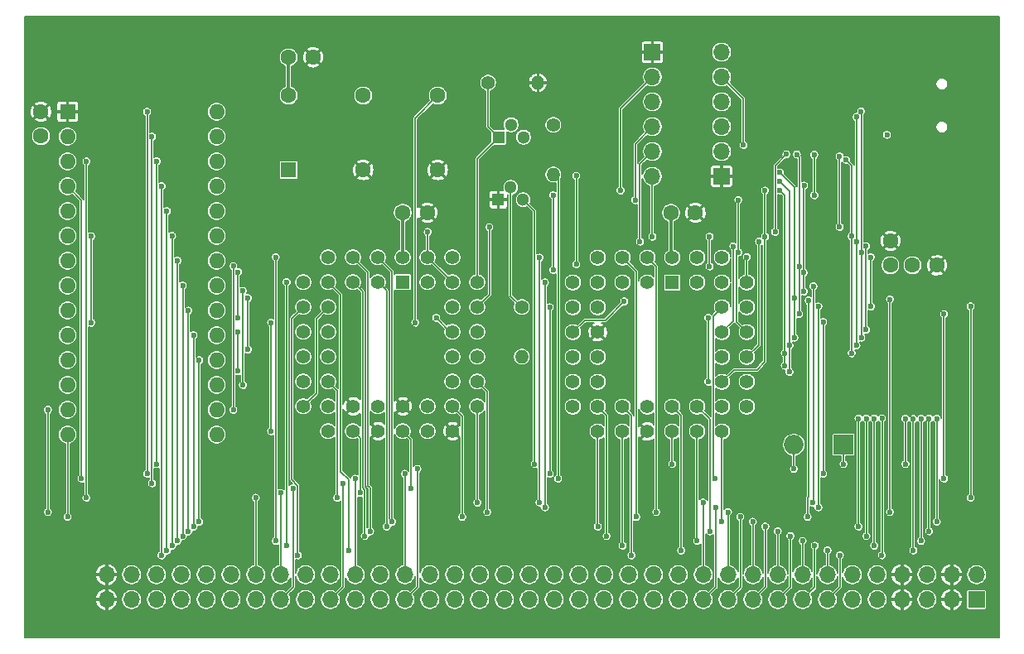
<source format=gbr>
%TF.GenerationSoftware,KiCad,Pcbnew,(5.1.12)-1*%
%TF.CreationDate,2022-08-10T21:51:47-07:00*%
%TF.ProjectId,JBX16_UARTCard,4a425831-365f-4554-9152-54436172642e,rev?*%
%TF.SameCoordinates,Original*%
%TF.FileFunction,Copper,L2,Bot*%
%TF.FilePolarity,Positive*%
%FSLAX46Y46*%
G04 Gerber Fmt 4.6, Leading zero omitted, Abs format (unit mm)*
G04 Created by KiCad (PCBNEW (5.1.12)-1) date 2022-08-10 21:51:47*
%MOMM*%
%LPD*%
G01*
G04 APERTURE LIST*
%TA.AperFunction,ComponentPad*%
%ADD10O,1.700000X1.700000*%
%TD*%
%TA.AperFunction,ComponentPad*%
%ADD11R,1.700000X1.700000*%
%TD*%
%TA.AperFunction,ComponentPad*%
%ADD12O,1.400000X1.400000*%
%TD*%
%TA.AperFunction,ComponentPad*%
%ADD13C,1.400000*%
%TD*%
%TA.AperFunction,ComponentPad*%
%ADD14R,1.300000X1.300000*%
%TD*%
%TA.AperFunction,ComponentPad*%
%ADD15C,1.300000*%
%TD*%
%TA.AperFunction,ComponentPad*%
%ADD16C,1.600000*%
%TD*%
%TA.AperFunction,ComponentPad*%
%ADD17O,2.000000X2.000000*%
%TD*%
%TA.AperFunction,ComponentPad*%
%ADD18R,2.000000X2.000000*%
%TD*%
%TA.AperFunction,ComponentPad*%
%ADD19O,1.600000X1.600000*%
%TD*%
%TA.AperFunction,ComponentPad*%
%ADD20R,1.600000X1.600000*%
%TD*%
%TA.AperFunction,ComponentPad*%
%ADD21C,1.422400*%
%TD*%
%TA.AperFunction,ComponentPad*%
%ADD22R,1.422400X1.422400*%
%TD*%
%TA.AperFunction,ViaPad*%
%ADD23C,0.600000*%
%TD*%
%TA.AperFunction,Conductor*%
%ADD24C,0.127000*%
%TD*%
%TA.AperFunction,Conductor*%
%ADD25C,0.300000*%
%TD*%
%TA.AperFunction,Conductor*%
%ADD26C,0.100000*%
%TD*%
G04 APERTURE END LIST*
D10*
%TO.P,J3,6*%
%TO.N,CTSA*%
X145973800Y-93827600D03*
%TO.P,J3,5*%
%TO.N,TXA*%
X145973800Y-91287600D03*
%TO.P,J3,4*%
%TO.N,RXA*%
X145973800Y-88747600D03*
%TO.P,J3,3*%
%TO.N,+5V*%
X145973800Y-86207600D03*
%TO.P,J3,2*%
%TO.N,RTSA*%
X145973800Y-83667600D03*
D11*
%TO.P,J3,1*%
%TO.N,GND*%
X145973800Y-81127600D03*
%TD*%
D12*
%TO.P,R3,2*%
%TO.N,GND*%
X134279640Y-84244180D03*
D13*
%TO.P,R3,1*%
%TO.N,MR*%
X129199640Y-84244180D03*
%TD*%
D12*
%TO.P,R2,2*%
%TO.N,RST*%
X135856980Y-93644720D03*
D13*
%TO.P,R2,1*%
%TO.N,Net-(Q2-Pad2)*%
X135856980Y-88564720D03*
%TD*%
D14*
%TO.P,Q2,1*%
%TO.N,MR*%
X130266440Y-89827100D03*
D15*
%TO.P,Q2,3*%
%TO.N,+5V*%
X132806440Y-89827100D03*
%TO.P,Q2,2*%
%TO.N,Net-(Q2-Pad2)*%
X131536440Y-88557100D03*
%TD*%
D16*
%TO.P,C3,2*%
%TO.N,GND*%
X170307000Y-100420800D03*
%TO.P,C3,1*%
%TO.N,+5V*%
X170307000Y-102920800D03*
%TD*%
D17*
%TO.P,D1,2*%
%TO.N,IRQ*%
X160428940Y-121267220D03*
D18*
%TO.P,D1,1*%
%TO.N,INT*%
X165508940Y-121267220D03*
%TD*%
D19*
%TO.P,U5,28*%
%TO.N,RWB*%
X101455220Y-87223600D03*
%TO.P,U5,14*%
%TO.N,A1*%
X86215220Y-120243600D03*
%TO.P,U5,27*%
%TO.N,SCLK*%
X101455220Y-89763600D03*
%TO.P,U5,13*%
%TO.N,A0*%
X86215220Y-117703600D03*
%TO.P,U5,26*%
%TO.N,INT*%
X101455220Y-92303600D03*
%TO.P,U5,12*%
%TO.N,RXA*%
X86215220Y-115163600D03*
%TO.P,U5,25*%
%TO.N,D7*%
X101455220Y-94843600D03*
%TO.P,U5,11*%
%TO.N,DTRA*%
X86215220Y-112623600D03*
%TO.P,U5,24*%
%TO.N,D6*%
X101455220Y-97383600D03*
%TO.P,U5,10*%
%TO.N,TXA*%
X86215220Y-110083600D03*
%TO.P,U5,23*%
%TO.N,D5*%
X101455220Y-99923600D03*
%TO.P,U5,9*%
%TO.N,CTSA*%
X86215220Y-107543600D03*
%TO.P,U5,22*%
%TO.N,D4*%
X101455220Y-102463600D03*
%TO.P,U5,8*%
%TO.N,RTSA*%
X86215220Y-105003600D03*
%TO.P,U5,21*%
%TO.N,D3*%
X101455220Y-105003600D03*
%TO.P,U5,7*%
%TO.N,N/C*%
X86215220Y-102463600D03*
%TO.P,U5,20*%
%TO.N,D2*%
X101455220Y-107543600D03*
%TO.P,U5,6*%
%TO.N,CLK*%
X86215220Y-99923600D03*
%TO.P,U5,19*%
%TO.N,D1*%
X101455220Y-110083600D03*
%TO.P,U5,5*%
%TO.N,N/C*%
X86215220Y-97383600D03*
%TO.P,U5,18*%
%TO.N,D0*%
X101455220Y-112623600D03*
%TO.P,U5,4*%
%TO.N,RST*%
X86215220Y-94843600D03*
%TO.P,U5,17*%
%TO.N,DSRA*%
X101455220Y-115163600D03*
%TO.P,U5,3*%
%TO.N,SRLEN*%
X86215220Y-92303600D03*
%TO.P,U5,16*%
%TO.N,N/C*%
X101455220Y-117703600D03*
%TO.P,U5,2*%
%TO.N,+5V*%
X86215220Y-89763600D03*
%TO.P,U5,15*%
X101455220Y-120243600D03*
D20*
%TO.P,U5,1*%
%TO.N,GND*%
X86215220Y-87223600D03*
%TD*%
D10*
%TO.P,U6,6*%
%TO.N,CTSB*%
X153047700Y-81122520D03*
%TO.P,U6,5*%
%TO.N,TXB*%
X153047700Y-83662520D03*
%TO.P,U6,4*%
%TO.N,RXB*%
X153047700Y-86202520D03*
%TO.P,U6,3*%
%TO.N,+5V*%
X153047700Y-88742520D03*
%TO.P,U6,2*%
%TO.N,RTSB*%
X153047700Y-91282520D03*
D11*
%TO.P,U6,1*%
%TO.N,GND*%
X153047700Y-93822520D03*
%TD*%
D10*
%TO.P,J2,71*%
%TO.N,GND*%
X90208300Y-137109200D03*
%TO.P,J2,72*%
X90208300Y-134569200D03*
%TO.P,J2,69*%
%TO.N,+5V*%
X92748300Y-137109200D03*
%TO.P,J2,70*%
X92748300Y-134569200D03*
%TO.P,J2,67*%
%TO.N,N/C*%
X95288300Y-137109200D03*
%TO.P,J2,68*%
X95288300Y-134569200D03*
%TO.P,J2,65*%
X97828300Y-137109200D03*
%TO.P,J2,66*%
X97828300Y-134569200D03*
%TO.P,J2,63*%
X100368300Y-137109200D03*
%TO.P,J2,64*%
X100368300Y-134569200D03*
%TO.P,J2,61*%
X102908300Y-137109200D03*
%TO.P,J2,62*%
X102908300Y-134569200D03*
%TO.P,J2,59*%
X105448300Y-137109200D03*
%TO.P,J2,60*%
%TO.N,SRLEN*%
X105448300Y-134569200D03*
%TO.P,J2,57*%
%TO.N,RD#*%
X107988300Y-137109200D03*
%TO.P,J2,58*%
%TO.N,WR#*%
X107988300Y-134569200D03*
%TO.P,J2,55*%
%TO.N,N/C*%
X110528300Y-137109200D03*
%TO.P,J2,56*%
X110528300Y-134569200D03*
%TO.P,J2,53*%
%TO.N,SCLK*%
X113068300Y-137109200D03*
%TO.P,J2,54*%
%TO.N,N/C*%
X113068300Y-134569200D03*
%TO.P,J2,51*%
X115608300Y-137109200D03*
%TO.P,J2,52*%
%TO.N,RST*%
X115608300Y-134569200D03*
%TO.P,J2,49*%
%TO.N,N/C*%
X118148300Y-137109200D03*
%TO.P,J2,50*%
X118148300Y-134569200D03*
%TO.P,J2,47*%
%TO.N,IRQ*%
X120688300Y-137109200D03*
%TO.P,J2,48*%
%TO.N,RWB*%
X120688300Y-134569200D03*
%TO.P,J2,45*%
%TO.N,N/C*%
X123228300Y-137109200D03*
%TO.P,J2,46*%
X123228300Y-134569200D03*
%TO.P,J2,43*%
X125768300Y-137109200D03*
%TO.P,J2,44*%
X125768300Y-134569200D03*
%TO.P,J2,41*%
X128308300Y-137109200D03*
%TO.P,J2,42*%
X128308300Y-134569200D03*
%TO.P,J2,39*%
X130848300Y-137109200D03*
%TO.P,J2,40*%
X130848300Y-134569200D03*
%TO.P,J2,37*%
X133388300Y-137109200D03*
%TO.P,J2,38*%
X133388300Y-134569200D03*
%TO.P,J2,35*%
X135928300Y-137109200D03*
%TO.P,J2,36*%
X135928300Y-134569200D03*
%TO.P,J2,33*%
X138468300Y-137109200D03*
%TO.P,J2,34*%
X138468300Y-134569200D03*
%TO.P,J2,31*%
X141008300Y-137109200D03*
%TO.P,J2,32*%
X141008300Y-134569200D03*
%TO.P,J2,29*%
X143548300Y-137109200D03*
%TO.P,J2,30*%
X143548300Y-134569200D03*
%TO.P,J2,27*%
X146088300Y-137109200D03*
%TO.P,J2,28*%
X146088300Y-134569200D03*
%TO.P,J2,25*%
X148628300Y-137109200D03*
%TO.P,J2,26*%
X148628300Y-134569200D03*
%TO.P,J2,23*%
%TO.N,A3*%
X151168300Y-137109200D03*
%TO.P,J2,24*%
%TO.N,A2*%
X151168300Y-134569200D03*
%TO.P,J2,21*%
%TO.N,A1*%
X153708300Y-137109200D03*
%TO.P,J2,22*%
%TO.N,A0*%
X153708300Y-134569200D03*
%TO.P,J2,19*%
%TO.N,D1*%
X156248300Y-137109200D03*
%TO.P,J2,20*%
%TO.N,D0*%
X156248300Y-134569200D03*
%TO.P,J2,17*%
%TO.N,D3*%
X158788300Y-137109200D03*
%TO.P,J2,18*%
%TO.N,D2*%
X158788300Y-134569200D03*
%TO.P,J2,15*%
%TO.N,D5*%
X161328300Y-137109200D03*
%TO.P,J2,16*%
%TO.N,D4*%
X161328300Y-134569200D03*
%TO.P,J2,13*%
%TO.N,D7*%
X163868300Y-137109200D03*
%TO.P,J2,14*%
%TO.N,D6*%
X163868300Y-134569200D03*
%TO.P,J2,11*%
%TO.N,N/C*%
X166408300Y-137109200D03*
%TO.P,J2,12*%
X166408300Y-134569200D03*
%TO.P,J2,9*%
X168948300Y-137109200D03*
%TO.P,J2,10*%
X168948300Y-134569200D03*
%TO.P,J2,7*%
%TO.N,GND*%
X171488300Y-137109200D03*
%TO.P,J2,8*%
X171488300Y-134569200D03*
%TO.P,J2,5*%
%TO.N,N/C*%
X174028300Y-137109200D03*
%TO.P,J2,6*%
X174028300Y-134569200D03*
%TO.P,J2,3*%
%TO.N,GND*%
X176568300Y-137109200D03*
%TO.P,J2,4*%
X176568300Y-134569200D03*
D11*
%TO.P,J2,1*%
%TO.N,N/C*%
X179108300Y-137109200D03*
D10*
%TO.P,J2,2*%
X179108300Y-134569200D03*
%TD*%
D21*
%TO.P,U4,39*%
%TO.N,MR*%
X128084580Y-104646940D03*
%TO.P,U4,37*%
%TO.N,DTRA*%
X128084580Y-107186940D03*
%TO.P,U4,35*%
%TO.N,N/C*%
X128084580Y-109726940D03*
%TO.P,U4,33*%
%TO.N,Net-(R1-Pad2)*%
X128084580Y-112266940D03*
%TO.P,U4,31*%
%TO.N,A0*%
X128084580Y-114806940D03*
%TO.P,U4,40*%
%TO.N,CTSA*%
X125544580Y-102106940D03*
%TO.P,U4,38*%
%TO.N,N/C*%
X125544580Y-107186940D03*
%TO.P,U4,36*%
%TO.N,RTSA*%
X125544580Y-109726940D03*
%TO.P,U4,34*%
%TO.N,N/C*%
X125544580Y-112266940D03*
%TO.P,U4,32*%
X125544580Y-114806940D03*
%TO.P,U4,30*%
%TO.N,A1*%
X125544580Y-117346940D03*
%TO.P,U4,28*%
%TO.N,GND*%
X125544580Y-119886940D03*
%TO.P,U4,26*%
%TO.N,N/C*%
X123004580Y-119886940D03*
%TO.P,U4,24*%
%TO.N,RD#*%
X120464580Y-119886940D03*
%TO.P,U4,22*%
%TO.N,GND*%
X117924580Y-119886940D03*
%TO.P,U4,20*%
%TO.N,WR#*%
X115384580Y-119886940D03*
%TO.P,U4,18*%
%TO.N,CLK*%
X112844580Y-119886940D03*
%TO.P,U4,29*%
%TO.N,A2*%
X128084580Y-117346940D03*
%TO.P,U4,27*%
%TO.N,N/C*%
X123004580Y-117346940D03*
%TO.P,U4,25*%
%TO.N,GND*%
X120464580Y-117346940D03*
%TO.P,U4,23*%
%TO.N,N/C*%
X117924580Y-117346940D03*
%TO.P,U4,21*%
%TO.N,GND*%
X115384580Y-117346940D03*
%TO.P,U4,19*%
%TO.N,N/C*%
X112844580Y-117346940D03*
%TO.P,U4,17*%
%TO.N,Net-(U4-Pad10)*%
X110304580Y-117346940D03*
%TO.P,U4,15*%
%TO.N,+5V*%
X110304580Y-114806940D03*
%TO.P,U4,13*%
%TO.N,TXA*%
X110304580Y-112266940D03*
%TO.P,U4,11*%
%TO.N,RXA*%
X110304580Y-109726940D03*
%TO.P,U4,9*%
%TO.N,D7*%
X110304580Y-107186940D03*
%TO.P,U4,7*%
%TO.N,D5*%
X110304580Y-104646940D03*
%TO.P,U4,16*%
%TO.N,SRLEN*%
X112844580Y-114806940D03*
%TO.P,U4,14*%
%TO.N,+5V*%
X112844580Y-112266940D03*
%TO.P,U4,12*%
%TO.N,N/C*%
X112844580Y-109726940D03*
%TO.P,U4,10*%
%TO.N,Net-(U4-Pad10)*%
X112844580Y-107186940D03*
%TO.P,U4,8*%
%TO.N,D6*%
X112844580Y-104646940D03*
%TO.P,U4,42*%
%TO.N,DSRA*%
X123004580Y-102106940D03*
%TO.P,U4,44*%
%TO.N,+5V*%
X120464580Y-102106940D03*
%TO.P,U4,6*%
%TO.N,D4*%
X112844580Y-102106940D03*
%TO.P,U4,4*%
%TO.N,D2*%
X115384580Y-102106940D03*
%TO.P,U4,2*%
%TO.N,D0*%
X117924580Y-102106940D03*
%TO.P,U4,41*%
%TO.N,DSRA*%
X125544580Y-104646940D03*
%TO.P,U4,43*%
%TO.N,RI*%
X123004580Y-104646940D03*
%TO.P,U4,5*%
%TO.N,D3*%
X115384580Y-104646940D03*
%TO.P,U4,3*%
%TO.N,D1*%
X117924580Y-104646940D03*
D22*
%TO.P,U4,1*%
%TO.N,N/C*%
X120464580Y-104646940D03*
%TD*%
D12*
%TO.P,R1,2*%
%TO.N,Net-(R1-Pad2)*%
X132623560Y-112278160D03*
D13*
%TO.P,R1,1*%
%TO.N,Net-(Q1-Pad2)*%
X132623560Y-107198160D03*
%TD*%
D14*
%TO.P,Q1,1*%
%TO.N,GND*%
X130230880Y-96215200D03*
D15*
%TO.P,Q1,3*%
%TO.N,INT*%
X132770880Y-96215200D03*
%TO.P,Q1,2*%
%TO.N,Net-(Q1-Pad2)*%
X131500880Y-94945200D03*
%TD*%
D16*
%TO.P,C6,2*%
%TO.N,GND*%
X83494880Y-87218520D03*
%TO.P,C6,1*%
%TO.N,+5V*%
X83494880Y-89718520D03*
%TD*%
%TO.P,C5,2*%
%TO.N,GND*%
X122969660Y-97541080D03*
%TO.P,C5,1*%
%TO.N,+5V*%
X120469660Y-97541080D03*
%TD*%
%TO.P,C4,2*%
%TO.N,GND*%
X175051720Y-102925880D03*
%TO.P,C4,1*%
%TO.N,+5V*%
X172551720Y-102925880D03*
%TD*%
%TO.P,C2,2*%
%TO.N,GND*%
X111303440Y-81655920D03*
%TO.P,C2,1*%
%TO.N,+5V*%
X108803440Y-81655920D03*
%TD*%
%TO.P,C1,2*%
%TO.N,GND*%
X150381340Y-97558860D03*
%TO.P,C1,1*%
%TO.N,+5V*%
X147881340Y-97558860D03*
%TD*%
%TO.P,X2,7*%
%TO.N,GND*%
X124045980Y-93184980D03*
%TO.P,X2,8*%
%TO.N,CLK*%
X124045980Y-85564980D03*
%TO.P,X2,14*%
%TO.N,+5V*%
X108805980Y-85564980D03*
D20*
%TO.P,X2,1*%
X108805980Y-93184980D03*
%TD*%
D16*
%TO.P,X1,4*%
%TO.N,GND*%
X116425980Y-93184980D03*
%TO.P,X1,5*%
%TO.N,CLK*%
X116425980Y-85564980D03*
%TO.P,X1,8*%
%TO.N,+5V*%
X108805980Y-85564980D03*
D20*
%TO.P,X1,1*%
X108805980Y-93184980D03*
%TD*%
D21*
%TO.P,U1,39*%
%TO.N,SRLEN*%
X155633420Y-104679960D03*
%TO.P,U1,37*%
%TO.N,N/C*%
X155633420Y-107219960D03*
%TO.P,U1,35*%
%TO.N,RXA*%
X155633420Y-109759960D03*
%TO.P,U1,33*%
%TO.N,TXA*%
X155633420Y-112299960D03*
%TO.P,U1,31*%
%TO.N,N/C*%
X155633420Y-114839960D03*
%TO.P,U1,40*%
X153093420Y-102139960D03*
%TO.P,U1,38*%
%TO.N,RST*%
X153093420Y-107219960D03*
%TO.P,U1,36*%
%TO.N,CLK*%
X153093420Y-109759960D03*
%TO.P,U1,34*%
%TO.N,N/C*%
X153093420Y-112299960D03*
%TO.P,U1,32*%
%TO.N,RTSA*%
X153093420Y-114839960D03*
%TO.P,U1,30*%
%TO.N,N/C*%
X153093420Y-117379960D03*
%TO.P,U1,28*%
%TO.N,D0*%
X153093420Y-119919960D03*
%TO.P,U1,26*%
%TO.N,D4*%
X150553420Y-119919960D03*
%TO.P,U1,24*%
%TO.N,INT*%
X148013420Y-119919960D03*
%TO.P,U1,22*%
%TO.N,GND*%
X145473420Y-119919960D03*
%TO.P,U1,20*%
%TO.N,D5*%
X142933420Y-119919960D03*
%TO.P,U1,18*%
%TO.N,D1*%
X140393420Y-119919960D03*
%TO.P,U1,29*%
%TO.N,N/C*%
X155633420Y-117379960D03*
%TO.P,U1,27*%
%TO.N,D2*%
X150553420Y-117379960D03*
%TO.P,U1,25*%
%TO.N,D6*%
X148013420Y-117379960D03*
%TO.P,U1,23*%
%TO.N,N/C*%
X145473420Y-117379960D03*
%TO.P,U1,21*%
%TO.N,D7*%
X142933420Y-117379960D03*
%TO.P,U1,19*%
%TO.N,D3*%
X140393420Y-117379960D03*
%TO.P,U1,17*%
%TO.N,N/C*%
X137853420Y-117379960D03*
%TO.P,U1,15*%
X137853420Y-114839960D03*
%TO.P,U1,13*%
%TO.N,TXB*%
X137853420Y-112299960D03*
%TO.P,U1,11*%
%TO.N,RXB*%
X137853420Y-109759960D03*
%TO.P,U1,9*%
%TO.N,RWB*%
X137853420Y-107219960D03*
%TO.P,U1,7*%
%TO.N,A3*%
X137853420Y-104679960D03*
%TO.P,U1,16*%
%TO.N,N/C*%
X140393420Y-114839960D03*
%TO.P,U1,14*%
%TO.N,RTSB*%
X140393420Y-112299960D03*
%TO.P,U1,12*%
%TO.N,GND*%
X140393420Y-109759960D03*
%TO.P,U1,10*%
%TO.N,N/C*%
X140393420Y-107219960D03*
%TO.P,U1,8*%
%TO.N,CTSA*%
X140393420Y-104679960D03*
%TO.P,U1,42*%
%TO.N,N/C*%
X150553420Y-102139960D03*
%TO.P,U1,44*%
%TO.N,+5V*%
X148013420Y-102139960D03*
%TO.P,U1,6*%
%TO.N,A2*%
X140393420Y-102139960D03*
%TO.P,U1,4*%
%TO.N,A1*%
X142933420Y-102139960D03*
%TO.P,U1,2*%
%TO.N,A0*%
X145473420Y-102139960D03*
%TO.P,U1,41*%
%TO.N,N/C*%
X153093420Y-104679960D03*
%TO.P,U1,43*%
X150553420Y-104679960D03*
%TO.P,U1,5*%
%TO.N,CTSB*%
X142933420Y-104679960D03*
%TO.P,U1,3*%
%TO.N,N/C*%
X145473420Y-104679960D03*
D22*
%TO.P,U1,1*%
X148013420Y-104679960D03*
%TD*%
D23*
%TO.N,INT*%
X165508940Y-123263400D03*
X148013420Y-123263400D03*
X171846240Y-118620540D03*
X171846500Y-123263400D03*
X95325920Y-123263400D03*
X95326200Y-92301060D03*
X133944100Y-123263400D03*
%TO.N,GND*%
X119870220Y-93596460D03*
X114841020Y-83634580D03*
X167706040Y-80832960D03*
X165790880Y-84513420D03*
X163827460Y-84500720D03*
X161221420Y-84500720D03*
X163182300Y-88478360D03*
X170494960Y-84175600D03*
X175656960Y-82186060D03*
X175767280Y-90986060D03*
X163814760Y-93886020D03*
X169148760Y-115125500D03*
X167256960Y-115122460D03*
%TO.N,SRLEN*%
X105448100Y-126696900D03*
X178501040Y-107121960D03*
X178495120Y-126696900D03*
X88136300Y-126696900D03*
X88138000Y-92303600D03*
X113760680Y-126696900D03*
X168306600Y-107121960D03*
X155633420Y-102090500D03*
X168306600Y-102096720D03*
%TO.N,RXA*%
X103644980Y-109730540D03*
X103644980Y-113753900D03*
X167325600Y-110322360D03*
X154757400Y-101600000D03*
X167325600Y-101598020D03*
X167304720Y-87185500D03*
X144213300Y-96256120D03*
X154762200Y-96256120D03*
%TO.N,TXA*%
X166835100Y-111122460D03*
X156874580Y-100494820D03*
X166835100Y-100494820D03*
X166835100Y-87750356D03*
X144703800Y-100507800D03*
%TO.N,RST*%
X115608100Y-124734900D03*
X152395500Y-124734900D03*
X175780700Y-107922060D03*
X175782660Y-124734900D03*
X87638200Y-124734900D03*
X136337620Y-124734900D03*
%TO.N,CLK*%
X88626800Y-108788200D03*
X88626800Y-99951540D03*
X107007099Y-119885460D03*
X107005120Y-108788200D03*
X121747280Y-108788200D03*
X167816100Y-109522260D03*
X167816100Y-100976000D03*
X154246290Y-100985320D03*
%TO.N,RTSA*%
X123891040Y-108297700D03*
X151701219Y-108297700D03*
X151701219Y-114838480D03*
X166344600Y-111920020D03*
X157492898Y-100004320D03*
X166344131Y-99958648D03*
X165790880Y-92161360D03*
X142722600Y-95275120D03*
X157480000Y-95275120D03*
%TO.N,D0*%
X156248100Y-129149420D03*
X175046640Y-118610380D03*
X175046060Y-129149420D03*
X153087760Y-129149420D03*
X99663940Y-129149420D03*
X99664520Y-112623600D03*
X119372960Y-129149420D03*
%TO.N,D4*%
X161328100Y-131111420D03*
X173446440Y-118625620D03*
X173445600Y-131111420D03*
X150554260Y-131111420D03*
X97446260Y-131111420D03*
X97444560Y-102461060D03*
X107497800Y-131111420D03*
X107492800Y-102100380D03*
%TO.N,D5*%
X162575800Y-131601920D03*
X168645840Y-118595140D03*
X168646400Y-131601920D03*
X142932860Y-131601920D03*
X96901560Y-131601920D03*
X96901000Y-99923600D03*
X108598260Y-131601920D03*
X108597700Y-104645460D03*
%TO.N,D1*%
X157518100Y-129639920D03*
X167045640Y-118600220D03*
X167046500Y-129639920D03*
X140395100Y-129639920D03*
X99094301Y-129639920D03*
X99090480Y-110081060D03*
X118830500Y-129639920D03*
%TO.N,D2*%
X158790640Y-130130420D03*
X174246540Y-118600220D03*
X174247680Y-130130420D03*
X151829900Y-130130420D03*
X98552000Y-130130420D03*
X98554540Y-107551220D03*
X117143400Y-130130420D03*
%TO.N,D6*%
X163875720Y-132092420D03*
X172646340Y-118638320D03*
X172646060Y-132092420D03*
X148915400Y-132092420D03*
X96362800Y-132092420D03*
X96359980Y-97383600D03*
X114957860Y-132092420D03*
%TO.N,D7*%
X169445940Y-118574820D03*
X169423080Y-132582920D03*
X165145720Y-132582920D03*
X143835120Y-132582920D03*
X95816420Y-132582920D03*
X95816420Y-94841060D03*
X109743240Y-132582920D03*
%TO.N,D3*%
X160079840Y-130620920D03*
X167845740Y-118595140D03*
X167846860Y-130620920D03*
X141293700Y-130620920D03*
X97984160Y-130620920D03*
X97983040Y-105001060D03*
X116584880Y-130620920D03*
%TO.N,TXB*%
X159992640Y-111122460D03*
X159992640Y-113835180D03*
X159011900Y-94353380D03*
X155293060Y-90634820D03*
%TO.N,RXB*%
X160483140Y-110322360D03*
X143098520Y-106613960D03*
X160483140Y-106310840D03*
X159011900Y-93444060D03*
%TO.N,RWB*%
X120688100Y-124244400D03*
X135493760Y-107218480D03*
X135494060Y-124244400D03*
X163426140Y-108722160D03*
X163426440Y-124244400D03*
X94344919Y-124244400D03*
X94343220Y-87223600D03*
%TO.N,A3*%
X152463500Y-127677900D03*
X135003820Y-127677900D03*
X135003540Y-104681020D03*
X162935640Y-127677900D03*
X162935920Y-107124500D03*
%TO.N,RTSB*%
X159502140Y-111920020D03*
X159502140Y-113187780D03*
X159011900Y-95275120D03*
%TO.N,CTSA*%
X103644980Y-103612359D03*
X103644980Y-108297700D03*
X160973640Y-107922060D03*
X160973640Y-103038780D03*
X160741360Y-91584780D03*
X138201400Y-93776800D03*
X138202461Y-102818139D03*
X145973800Y-100004320D03*
X151821939Y-103041661D03*
X151820320Y-100004320D03*
%TO.N,+5V*%
X169951400Y-89585800D03*
%TO.N,A2*%
X151168100Y-127187400D03*
X134446720Y-127187400D03*
X134444740Y-102133400D03*
X162333380Y-127187400D03*
X162443160Y-105072180D03*
X128092760Y-127187400D03*
%TO.N,A1*%
X154957780Y-128658920D03*
X144342820Y-128658920D03*
X161844020Y-128658920D03*
X86214920Y-128658920D03*
X126547580Y-128658920D03*
X161954640Y-106526760D03*
%TO.N,A0*%
X153708100Y-128168400D03*
X146375120Y-128168400D03*
X170246040Y-106418380D03*
X170248580Y-128168400D03*
X84203540Y-117703600D03*
X84203540Y-128168400D03*
X129105660Y-128168400D03*
%TO.N,CTSB*%
X161464140Y-105607000D03*
X161464140Y-103679140D03*
X161480500Y-94764860D03*
%TO.N,DTRA*%
X104625980Y-106286300D03*
X104625980Y-111531400D03*
X129319020Y-99023320D03*
X165107620Y-99001580D03*
X165107620Y-91782900D03*
%TO.N,RD#*%
X109247940Y-125715900D03*
X121339740Y-125715900D03*
%TO.N,WR#*%
X107988100Y-126206400D03*
X116098800Y-126206400D03*
%TO.N,DSRA*%
X104135480Y-105547160D03*
X104137460Y-115163600D03*
X158521400Y-99513820D03*
X123004580Y-99517200D03*
X159669480Y-91572080D03*
%TO.N,DCDA*%
X103154480Y-103009700D03*
X103154480Y-117706140D03*
%TO.N,SCLK*%
X114373660Y-125225400D03*
X94837660Y-125225400D03*
X94833440Y-89766140D03*
%TO.N,IRQ*%
X121970800Y-123753900D03*
X160428960Y-123753900D03*
%TO.N,RI*%
X135841740Y-103393240D03*
X162529520Y-95765620D03*
X135841740Y-95765620D03*
X162527340Y-91625064D03*
%TD*%
D24*
%TO.N,INT*%
X165508940Y-121267220D02*
X165508940Y-123263400D01*
X148013420Y-119919960D02*
X148013420Y-123263400D01*
X171846240Y-118620540D02*
X171846240Y-123263140D01*
X171846240Y-123263140D02*
X171846500Y-123263400D01*
X95325920Y-94605618D02*
X95325920Y-123263400D01*
X95325920Y-92301340D02*
X95326200Y-92301060D01*
X95325920Y-94605618D02*
X95325920Y-92301340D01*
X132770880Y-96215200D02*
X133944100Y-97388420D01*
X133944100Y-97388420D02*
X133944100Y-123263400D01*
%TO.N,Net-(Q1-Pad2)*%
X131500880Y-106075480D02*
X132623560Y-107198160D01*
X131500880Y-94945200D02*
X131500880Y-106075480D01*
%TO.N,SRLEN*%
X105448300Y-126697100D02*
X105448100Y-126696900D01*
X105448300Y-134569200D02*
X105448300Y-126697100D01*
X178501040Y-126690980D02*
X178495120Y-126696900D01*
X178501040Y-107121960D02*
X178501040Y-126690980D01*
X88136300Y-95955280D02*
X88136300Y-126696900D01*
X88136300Y-92305300D02*
X88138000Y-92303600D01*
X88136300Y-95955280D02*
X88136300Y-92305300D01*
X113756440Y-126692660D02*
X113760680Y-126696900D01*
X113756440Y-115718800D02*
X113756440Y-126692660D01*
X112844580Y-114806940D02*
X113756440Y-115718800D01*
X155633420Y-104679960D02*
X155633420Y-102090500D01*
X168306600Y-107121960D02*
X168306600Y-102096720D01*
%TO.N,RXA*%
X103644980Y-109730540D02*
X103644980Y-113454180D01*
X103644980Y-113454180D02*
X103644980Y-113753900D01*
X167325600Y-101598020D02*
X167325600Y-97198740D01*
X167325600Y-110322360D02*
X167325600Y-101598020D01*
X154612340Y-101745060D02*
X154757400Y-101600000D01*
X154612340Y-108738880D02*
X154612340Y-101745060D01*
X155633420Y-109759960D02*
X154612340Y-108738880D01*
X167325600Y-87206380D02*
X167304720Y-87185500D01*
X167325600Y-94889880D02*
X167325600Y-87206380D01*
X167325600Y-97198740D02*
X167325600Y-94889880D01*
X144213300Y-90508100D02*
X144213300Y-96256120D01*
X145973800Y-88747600D02*
X144213300Y-90508100D01*
X154762200Y-101595200D02*
X154757400Y-101600000D01*
X154762200Y-96256120D02*
X154762200Y-101595200D01*
%TO.N,TXA*%
X166835100Y-111122460D02*
X166835100Y-98150960D01*
X156874580Y-111058800D02*
X156874580Y-100494820D01*
X155633420Y-112299960D02*
X156874580Y-111058800D01*
X166835100Y-93987900D02*
X166835100Y-87750356D01*
X166835100Y-98150960D02*
X166835100Y-93987900D01*
X145973800Y-91287600D02*
X144703800Y-92557600D01*
X144703800Y-92557600D02*
X144703800Y-100507800D01*
%TO.N,RST*%
X115608300Y-124735100D02*
X115608100Y-124734900D01*
X115608300Y-134569200D02*
X115608300Y-124735100D01*
X152191719Y-124531119D02*
X152395500Y-124734900D01*
X152191719Y-108121661D02*
X152191719Y-124531119D01*
X153093420Y-107219960D02*
X152191719Y-108121661D01*
X175780700Y-107922060D02*
X175780700Y-124732940D01*
X175780700Y-124732940D02*
X175782660Y-124734900D01*
X86215220Y-94843600D02*
X87640160Y-96268540D01*
X87640160Y-124732940D02*
X87638200Y-124734900D01*
X87640160Y-96268540D02*
X87640160Y-124732940D01*
X135856980Y-93644720D02*
X136337620Y-94125360D01*
X136337620Y-94125360D02*
X136337620Y-124734900D01*
%TO.N,CLK*%
X88626800Y-108788200D02*
X88626800Y-99951540D01*
X107007099Y-108790179D02*
X107005120Y-108788200D01*
X107007099Y-119885460D02*
X107007099Y-108790179D01*
X121747280Y-87863680D02*
X121747280Y-108788200D01*
X124045980Y-85564980D02*
X121747280Y-87863680D01*
X167816100Y-109522260D02*
X167816100Y-100976000D01*
X153093420Y-109759960D02*
X154246290Y-108607090D01*
X154246290Y-108607090D02*
X154246290Y-100985320D01*
%TO.N,RTSA*%
X125320280Y-109726940D02*
X125544580Y-109726940D01*
X123891040Y-108297700D02*
X125320280Y-109726940D01*
X151701219Y-108297700D02*
X151701219Y-114838480D01*
X156657040Y-113598960D02*
X157492898Y-112763102D01*
X157492898Y-112763102D02*
X157492898Y-100004320D01*
X154334420Y-113598960D02*
X156657040Y-113598960D01*
X153093420Y-114839960D02*
X154334420Y-113598960D01*
X166344600Y-92715080D02*
X165790880Y-92161360D01*
X166344600Y-111920020D02*
X166344600Y-98226880D01*
X166344600Y-98226880D02*
X166344600Y-92715080D01*
X166344600Y-98226880D02*
X166344600Y-97787460D01*
X142722600Y-86918800D02*
X142722600Y-95275120D01*
X145973800Y-83667600D02*
X142722600Y-86918800D01*
X157480000Y-99991422D02*
X157492898Y-100004320D01*
X157480000Y-95275120D02*
X157480000Y-99991422D01*
%TO.N,D0*%
X156248300Y-129149620D02*
X156248100Y-129149420D01*
X156248300Y-134569200D02*
X156248300Y-129149620D01*
X175046640Y-129148840D02*
X175046060Y-129149420D01*
X175046640Y-118610380D02*
X175046640Y-129148840D01*
X153093420Y-129143760D02*
X153087760Y-129149420D01*
X153093420Y-119919960D02*
X153093420Y-129143760D01*
X99663940Y-114414880D02*
X99663940Y-129149420D01*
X99663940Y-112624180D02*
X99664520Y-112623600D01*
X99663940Y-114414880D02*
X99663940Y-112624180D01*
X119369840Y-129146300D02*
X119372960Y-129149420D01*
X119369840Y-103552200D02*
X119369840Y-129146300D01*
X117924580Y-102106940D02*
X119369840Y-103552200D01*
%TO.N,D4*%
X161328300Y-131111620D02*
X161328100Y-131111420D01*
X161328300Y-134569200D02*
X161328300Y-131111620D01*
X173446440Y-131110580D02*
X173445600Y-131111420D01*
X173446440Y-118625620D02*
X173446440Y-131110580D01*
X150553420Y-131110580D02*
X150554260Y-131111420D01*
X150553420Y-119919960D02*
X150553420Y-131110580D01*
X97446260Y-104811898D02*
X97446260Y-131111420D01*
X97446260Y-102462760D02*
X97444560Y-102461060D01*
X97446260Y-104811898D02*
X97446260Y-102462760D01*
X107497599Y-131111219D02*
X107497800Y-131111420D01*
X107497599Y-105019619D02*
X107497599Y-131111219D01*
X107497599Y-102105179D02*
X107492800Y-102100380D01*
X107497599Y-105019619D02*
X107497599Y-102105179D01*
%TO.N,D5*%
X162575800Y-135861700D02*
X162575800Y-131601920D01*
X161328300Y-137109200D02*
X162575800Y-135861700D01*
X168645840Y-131601360D02*
X168646400Y-131601920D01*
X168645840Y-118595140D02*
X168645840Y-131601360D01*
X142933420Y-131601360D02*
X142932860Y-131601920D01*
X142933420Y-119919960D02*
X142933420Y-131601360D01*
X96901560Y-102278118D02*
X96901560Y-131601920D01*
X96901560Y-99924160D02*
X96901000Y-99923600D01*
X96901560Y-102278118D02*
X96901560Y-99924160D01*
X108598260Y-106353260D02*
X108598260Y-131601920D01*
X108598260Y-104646020D02*
X108597700Y-104645460D01*
X108598260Y-106353260D02*
X108598260Y-104646020D01*
%TO.N,D1*%
X157518100Y-135839400D02*
X157518100Y-129639920D01*
X156248300Y-137109200D02*
X157518100Y-135839400D01*
X167045640Y-129639060D02*
X167046500Y-129639920D01*
X167045640Y-118600220D02*
X167045640Y-129639060D01*
X140393420Y-129638240D02*
X140395100Y-129639920D01*
X140393420Y-119919960D02*
X140393420Y-129638240D01*
X99094301Y-112444519D02*
X99094301Y-129639920D01*
X99094301Y-110084881D02*
X99090480Y-110081060D01*
X99094301Y-112444519D02*
X99094301Y-110084881D01*
X118826281Y-129635701D02*
X118830500Y-129639920D01*
X118826281Y-105548641D02*
X118826281Y-129635701D01*
X117924580Y-104646940D02*
X118826281Y-105548641D01*
%TO.N,D2*%
X158788300Y-130132760D02*
X158790640Y-130130420D01*
X158788300Y-134569200D02*
X158788300Y-130132760D01*
X174246540Y-130129280D02*
X174247680Y-130130420D01*
X174246540Y-118600220D02*
X174246540Y-130129280D01*
X151829900Y-118656440D02*
X151829900Y-130130420D01*
X150553420Y-117379960D02*
X151829900Y-118656440D01*
X98552000Y-110446820D02*
X98552000Y-130130420D01*
X98552000Y-107553760D02*
X98554540Y-107551220D01*
X98552000Y-110446820D02*
X98552000Y-107553760D01*
X116936520Y-125460760D02*
X117139720Y-125663960D01*
X117139720Y-130126740D02*
X117143400Y-130130420D01*
X116936520Y-103658880D02*
X116936520Y-125460760D01*
X117139720Y-125663960D02*
X117139720Y-130126740D01*
X115384580Y-102106940D02*
X116936520Y-103658880D01*
%TO.N,D6*%
X163868300Y-132099840D02*
X163875720Y-132092420D01*
X163868300Y-134569200D02*
X163868300Y-132099840D01*
X172646340Y-132092140D02*
X172646060Y-132092420D01*
X172646340Y-118638320D02*
X172646340Y-132092140D01*
X148915121Y-132092141D02*
X148915400Y-132092420D01*
X148013420Y-117379960D02*
X148915121Y-118281661D01*
X148915121Y-118281661D02*
X148915121Y-132092141D01*
X96362800Y-99735858D02*
X96362800Y-132092420D01*
X96362800Y-97386420D02*
X96359980Y-97383600D01*
X96362800Y-99735858D02*
X96362800Y-97386420D01*
X114957860Y-124835920D02*
X114957860Y-132092420D01*
X114138219Y-124016279D02*
X114957860Y-124835920D01*
X114138219Y-105940579D02*
X114138219Y-124016279D01*
X112844580Y-104646940D02*
X114138219Y-105940579D01*
%TO.N,D7*%
X169445940Y-132560060D02*
X169423080Y-132582920D01*
X169445940Y-118574820D02*
X169445940Y-132560060D01*
X165145720Y-135831780D02*
X165145720Y-132582920D01*
X163868300Y-137109200D02*
X165145720Y-135831780D01*
X143835121Y-132582919D02*
X143835120Y-132582920D01*
X143835121Y-118281661D02*
X143835121Y-132582919D01*
X142933420Y-117379960D02*
X143835121Y-118281661D01*
X95816420Y-97201218D02*
X95816420Y-132582920D01*
X95816420Y-97201218D02*
X95816420Y-94841060D01*
X109143800Y-124851160D02*
X109743240Y-125450600D01*
X109143800Y-108347720D02*
X109143800Y-124851160D01*
X109743240Y-125450600D02*
X109743240Y-132582920D01*
X110304580Y-107186940D02*
X109143800Y-108347720D01*
%TO.N,D3*%
X160079840Y-135817660D02*
X160079840Y-130620920D01*
X158788300Y-137109200D02*
X160079840Y-135817660D01*
X167845740Y-130619800D02*
X167846860Y-130620920D01*
X167845740Y-118595140D02*
X167845740Y-130619800D01*
X141295121Y-130619499D02*
X141293700Y-130620920D01*
X141295121Y-118281661D02*
X141295121Y-130619499D01*
X140393420Y-117379960D02*
X141295121Y-118281661D01*
X97984160Y-108474660D02*
X97984160Y-130620920D01*
X97984160Y-105002180D02*
X97983040Y-105001060D01*
X97984160Y-108474660D02*
X97984160Y-105002180D01*
X116589301Y-130616499D02*
X116584880Y-130620920D01*
X116589301Y-125885701D02*
X116589301Y-130616499D01*
X116352810Y-125649210D02*
X116589301Y-125885701D01*
X116352810Y-105615170D02*
X116352810Y-125649210D01*
X115384580Y-104646940D02*
X116352810Y-105615170D01*
%TO.N,TXB*%
X159992640Y-113223620D02*
X159992640Y-113835180D01*
X159992640Y-111122460D02*
X159992640Y-113223620D01*
X159992640Y-95334120D02*
X159011900Y-94353380D01*
X159992640Y-96148580D02*
X159992640Y-95334120D01*
X159992640Y-111122460D02*
X159992640Y-96148580D01*
X155293060Y-85907880D02*
X153047700Y-83662520D01*
X155293060Y-90634820D02*
X155293060Y-85907880D01*
%TO.N,RXB*%
X137853420Y-109759960D02*
X139074100Y-108539280D01*
X141173200Y-108539280D02*
X143098520Y-106613960D01*
X139074100Y-108539280D02*
X141173200Y-108539280D01*
X160483140Y-110322360D02*
X160483140Y-106310840D01*
X160483140Y-94915300D02*
X159011900Y-93444060D01*
X160483140Y-95762220D02*
X160483140Y-94915300D01*
X160483140Y-106310840D02*
X160483140Y-95762220D01*
X160483140Y-95762220D02*
X160483140Y-95167860D01*
%TO.N,RWB*%
X120688300Y-124244600D02*
X120688100Y-124244400D01*
X120688300Y-134569200D02*
X120688300Y-124244600D01*
X135493760Y-124244100D02*
X135494060Y-124244400D01*
X135493760Y-107218480D02*
X135493760Y-124244100D01*
X163426140Y-124244100D02*
X163426440Y-124244400D01*
X163426140Y-108722160D02*
X163426140Y-124244100D01*
X94342939Y-124242420D02*
X94344919Y-124244400D01*
X94342939Y-89530699D02*
X94342939Y-124242420D01*
X94342939Y-87223881D02*
X94343220Y-87223600D01*
X94342939Y-89530699D02*
X94342939Y-87223881D01*
%TO.N,A3*%
X152463500Y-135814000D02*
X152463500Y-127677900D01*
X151168300Y-137109200D02*
X152463500Y-135814000D01*
X135003260Y-127677340D02*
X135003820Y-127677900D01*
X135003260Y-107894120D02*
X135003260Y-127677340D01*
X135003260Y-104681300D02*
X135003540Y-104681020D01*
X135003260Y-107894120D02*
X135003260Y-104681300D01*
X162935640Y-109323337D02*
X162935640Y-127677900D01*
X162935640Y-107124780D02*
X162935920Y-107124500D01*
X162935640Y-109323337D02*
X162935640Y-107124780D01*
%TO.N,RTSB*%
X159502140Y-111920020D02*
X159502140Y-113187780D01*
X159502140Y-96486680D02*
X159502140Y-95765360D01*
X159502140Y-111920020D02*
X159502140Y-96486680D01*
X159502140Y-95765360D02*
X159011900Y-95275120D01*
%TO.N,CTSA*%
X103644980Y-103612359D02*
X103644980Y-108297700D01*
X160973640Y-107922060D02*
X160973640Y-103038780D01*
X160973640Y-103038780D02*
X160973640Y-91817060D01*
X160973640Y-91817060D02*
X160741360Y-91584780D01*
X138201400Y-102817078D02*
X138202461Y-102818139D01*
X138201400Y-93776800D02*
X138201400Y-102817078D01*
X145973800Y-93827600D02*
X145973800Y-100004320D01*
X151821939Y-103041661D02*
X151821939Y-100005939D01*
X151821939Y-100005939D02*
X151820320Y-100004320D01*
D25*
%TO.N,+5V*%
X108803440Y-85562440D02*
X108805980Y-85564980D01*
X108803440Y-81655920D02*
X108803440Y-85562440D01*
X120469660Y-102101860D02*
X120464580Y-102106940D01*
X120469660Y-97541080D02*
X120469660Y-102101860D01*
X147881340Y-102007880D02*
X148013420Y-102139960D01*
X147881340Y-97558860D02*
X147881340Y-102007880D01*
D24*
%TO.N,A2*%
X151168300Y-127187600D02*
X151168100Y-127187400D01*
X151168300Y-134569200D02*
X151168300Y-127187600D01*
X134444740Y-127185420D02*
X134446720Y-127187400D01*
X134444740Y-105513580D02*
X134444740Y-127185420D01*
X134444740Y-105513580D02*
X134444740Y-102133400D01*
X162445140Y-127075640D02*
X162333380Y-127187400D01*
X162445140Y-107782092D02*
X162445140Y-127075640D01*
X162445140Y-105074160D02*
X162443160Y-105072180D01*
X162445140Y-107782092D02*
X162445140Y-105074160D01*
X128084580Y-127179220D02*
X128092760Y-127187400D01*
X128084580Y-117346940D02*
X128084580Y-127179220D01*
%TO.N,A1*%
X154957780Y-135859720D02*
X154957780Y-128658920D01*
X153708300Y-137109200D02*
X154957780Y-135859720D01*
X144342820Y-103549360D02*
X144342820Y-128658920D01*
X142933420Y-102139960D02*
X144342820Y-103549360D01*
X161842879Y-128657779D02*
X161844020Y-128658920D01*
X161842879Y-126680801D02*
X161842879Y-128657779D01*
X161954640Y-126569040D02*
X161842879Y-126680801D01*
X86215220Y-128658620D02*
X86214920Y-128658920D01*
X86215220Y-120243600D02*
X86215220Y-128658620D01*
X125544580Y-117346940D02*
X126547580Y-118349940D01*
X126547580Y-118349940D02*
X126547580Y-128658920D01*
X161954640Y-106526760D02*
X161954640Y-126569040D01*
%TO.N,A0*%
X153708300Y-128168600D02*
X153708100Y-128168400D01*
X153708300Y-134569200D02*
X153708300Y-128168600D01*
X146375121Y-128168399D02*
X146375120Y-128168400D01*
X146375121Y-103041661D02*
X146375121Y-128168399D01*
X145473420Y-102139960D02*
X146375121Y-103041661D01*
X170246040Y-128165860D02*
X170248580Y-128168400D01*
X170246040Y-106418380D02*
X170246040Y-128165860D01*
X84203540Y-117703600D02*
X84203540Y-128168400D01*
X129105660Y-115828020D02*
X129105660Y-128168400D01*
X128084580Y-114806940D02*
X129105660Y-115828020D01*
%TO.N,CTSB*%
X161464140Y-105607000D02*
X161464140Y-103679140D01*
X161464140Y-103679140D02*
X161464140Y-96523660D01*
X161464140Y-96523660D02*
X161464140Y-95619720D01*
X161464140Y-96523660D02*
X161464140Y-94781220D01*
X161464140Y-94781220D02*
X161480500Y-94764860D01*
%TO.N,DTRA*%
X104625980Y-106286300D02*
X104625980Y-111531400D01*
X129319020Y-105952500D02*
X129319020Y-99023320D01*
X128084580Y-107186940D02*
X129319020Y-105952500D01*
X165107620Y-99001580D02*
X165107620Y-91782900D01*
%TO.N,RD#*%
X109247940Y-135849560D02*
X109247940Y-125715900D01*
X107988300Y-137109200D02*
X109247940Y-135849560D01*
X121339740Y-120762100D02*
X121339740Y-125715900D01*
X120464580Y-119886940D02*
X121339740Y-120762100D01*
%TO.N,WR#*%
X107988300Y-126206600D02*
X107988100Y-126206400D01*
X107988300Y-134569200D02*
X107988300Y-126206600D01*
X116098800Y-120601160D02*
X116098800Y-126206400D01*
X115384580Y-119886940D02*
X116098800Y-120601160D01*
%TO.N,Net-(U4-Pad10)*%
X112844580Y-107186940D02*
X111620300Y-108411220D01*
X111620300Y-116031220D02*
X110304580Y-117346940D01*
X111620300Y-108411220D02*
X111620300Y-116031220D01*
%TO.N,DSRA*%
X104135480Y-115161620D02*
X104137460Y-115163600D01*
X104135480Y-105547160D02*
X104135480Y-115161620D01*
X158518860Y-99511280D02*
X158521400Y-99513820D01*
X123004580Y-99517200D02*
X123004580Y-102106940D01*
X125544580Y-104646940D02*
X123004580Y-102106940D01*
X158521400Y-99513820D02*
X158521400Y-92720160D01*
X158521400Y-92720160D02*
X159669480Y-91572080D01*
%TO.N,DCDA*%
X103154480Y-103009700D02*
X103154480Y-116004340D01*
X103154480Y-116004340D02*
X103154480Y-117706140D01*
%TO.N,SCLK*%
X114373660Y-135803840D02*
X114373660Y-125225400D01*
X113068300Y-137109200D02*
X114373660Y-135803840D01*
X94835419Y-125223159D02*
X94837660Y-125225400D01*
X94835419Y-92065899D02*
X94835419Y-125223159D01*
X94835419Y-89768119D02*
X94833440Y-89766140D01*
X94835419Y-92065899D02*
X94835419Y-89768119D01*
%TO.N,IRQ*%
X121970800Y-135826700D02*
X121970800Y-123753900D01*
X120688300Y-137109200D02*
X121970800Y-135826700D01*
X160428940Y-123753880D02*
X160428960Y-123753900D01*
X160428940Y-121267220D02*
X160428940Y-123753880D01*
%TO.N,RI*%
X135841740Y-103393240D02*
X135841740Y-99456240D01*
X135841740Y-95765620D02*
X135841740Y-99456240D01*
X162529520Y-95765620D02*
X162529520Y-91627244D01*
X162529520Y-91627244D02*
X162527340Y-91625064D01*
%TO.N,MR*%
X129199640Y-88760300D02*
X130266440Y-89827100D01*
X129199640Y-84244180D02*
X129199640Y-88760300D01*
X128084580Y-92008960D02*
X128084580Y-104646940D01*
X130266440Y-89827100D02*
X128084580Y-92008960D01*
%TD*%
%TO.N,GND*%
X181432801Y-141021400D02*
X81863800Y-141021400D01*
X81863800Y-137354286D01*
X89066811Y-137354286D01*
X89136558Y-137572270D01*
X89247492Y-137772459D01*
X89395349Y-137947159D01*
X89574447Y-138089657D01*
X89777904Y-138194476D01*
X89963215Y-138250686D01*
X90144800Y-138195471D01*
X90144800Y-137172700D01*
X90271800Y-137172700D01*
X90271800Y-138195471D01*
X90453385Y-138250686D01*
X90638696Y-138194476D01*
X90842153Y-138089657D01*
X91021251Y-137947159D01*
X91169108Y-137772459D01*
X91280042Y-137572270D01*
X91349789Y-137354286D01*
X91294700Y-137172700D01*
X90271800Y-137172700D01*
X90144800Y-137172700D01*
X89121900Y-137172700D01*
X89066811Y-137354286D01*
X81863800Y-137354286D01*
X81863800Y-136864114D01*
X89066811Y-136864114D01*
X89121900Y-137045700D01*
X90144800Y-137045700D01*
X90144800Y-136022929D01*
X90271800Y-136022929D01*
X90271800Y-137045700D01*
X91294700Y-137045700D01*
X91306525Y-137006720D01*
X91707800Y-137006720D01*
X91707800Y-137211680D01*
X91747785Y-137412703D01*
X91826220Y-137602062D01*
X91940091Y-137772480D01*
X92085020Y-137917409D01*
X92255438Y-138031280D01*
X92444797Y-138109715D01*
X92645820Y-138149700D01*
X92850780Y-138149700D01*
X93051803Y-138109715D01*
X93241162Y-138031280D01*
X93411580Y-137917409D01*
X93556509Y-137772480D01*
X93670380Y-137602062D01*
X93748815Y-137412703D01*
X93788800Y-137211680D01*
X93788800Y-137006720D01*
X94247800Y-137006720D01*
X94247800Y-137211680D01*
X94287785Y-137412703D01*
X94366220Y-137602062D01*
X94480091Y-137772480D01*
X94625020Y-137917409D01*
X94795438Y-138031280D01*
X94984797Y-138109715D01*
X95185820Y-138149700D01*
X95390780Y-138149700D01*
X95591803Y-138109715D01*
X95781162Y-138031280D01*
X95951580Y-137917409D01*
X96096509Y-137772480D01*
X96210380Y-137602062D01*
X96288815Y-137412703D01*
X96328800Y-137211680D01*
X96328800Y-137006720D01*
X96787800Y-137006720D01*
X96787800Y-137211680D01*
X96827785Y-137412703D01*
X96906220Y-137602062D01*
X97020091Y-137772480D01*
X97165020Y-137917409D01*
X97335438Y-138031280D01*
X97524797Y-138109715D01*
X97725820Y-138149700D01*
X97930780Y-138149700D01*
X98131803Y-138109715D01*
X98321162Y-138031280D01*
X98491580Y-137917409D01*
X98636509Y-137772480D01*
X98750380Y-137602062D01*
X98828815Y-137412703D01*
X98868800Y-137211680D01*
X98868800Y-137006720D01*
X99327800Y-137006720D01*
X99327800Y-137211680D01*
X99367785Y-137412703D01*
X99446220Y-137602062D01*
X99560091Y-137772480D01*
X99705020Y-137917409D01*
X99875438Y-138031280D01*
X100064797Y-138109715D01*
X100265820Y-138149700D01*
X100470780Y-138149700D01*
X100671803Y-138109715D01*
X100861162Y-138031280D01*
X101031580Y-137917409D01*
X101176509Y-137772480D01*
X101290380Y-137602062D01*
X101368815Y-137412703D01*
X101408800Y-137211680D01*
X101408800Y-137006720D01*
X101867800Y-137006720D01*
X101867800Y-137211680D01*
X101907785Y-137412703D01*
X101986220Y-137602062D01*
X102100091Y-137772480D01*
X102245020Y-137917409D01*
X102415438Y-138031280D01*
X102604797Y-138109715D01*
X102805820Y-138149700D01*
X103010780Y-138149700D01*
X103211803Y-138109715D01*
X103401162Y-138031280D01*
X103571580Y-137917409D01*
X103716509Y-137772480D01*
X103830380Y-137602062D01*
X103908815Y-137412703D01*
X103948800Y-137211680D01*
X103948800Y-137006720D01*
X104407800Y-137006720D01*
X104407800Y-137211680D01*
X104447785Y-137412703D01*
X104526220Y-137602062D01*
X104640091Y-137772480D01*
X104785020Y-137917409D01*
X104955438Y-138031280D01*
X105144797Y-138109715D01*
X105345820Y-138149700D01*
X105550780Y-138149700D01*
X105751803Y-138109715D01*
X105941162Y-138031280D01*
X106111580Y-137917409D01*
X106256509Y-137772480D01*
X106370380Y-137602062D01*
X106448815Y-137412703D01*
X106488800Y-137211680D01*
X106488800Y-137006720D01*
X106448815Y-136805697D01*
X106370380Y-136616338D01*
X106256509Y-136445920D01*
X106111580Y-136300991D01*
X105941162Y-136187120D01*
X105751803Y-136108685D01*
X105550780Y-136068700D01*
X105345820Y-136068700D01*
X105144797Y-136108685D01*
X104955438Y-136187120D01*
X104785020Y-136300991D01*
X104640091Y-136445920D01*
X104526220Y-136616338D01*
X104447785Y-136805697D01*
X104407800Y-137006720D01*
X103948800Y-137006720D01*
X103908815Y-136805697D01*
X103830380Y-136616338D01*
X103716509Y-136445920D01*
X103571580Y-136300991D01*
X103401162Y-136187120D01*
X103211803Y-136108685D01*
X103010780Y-136068700D01*
X102805820Y-136068700D01*
X102604797Y-136108685D01*
X102415438Y-136187120D01*
X102245020Y-136300991D01*
X102100091Y-136445920D01*
X101986220Y-136616338D01*
X101907785Y-136805697D01*
X101867800Y-137006720D01*
X101408800Y-137006720D01*
X101368815Y-136805697D01*
X101290380Y-136616338D01*
X101176509Y-136445920D01*
X101031580Y-136300991D01*
X100861162Y-136187120D01*
X100671803Y-136108685D01*
X100470780Y-136068700D01*
X100265820Y-136068700D01*
X100064797Y-136108685D01*
X99875438Y-136187120D01*
X99705020Y-136300991D01*
X99560091Y-136445920D01*
X99446220Y-136616338D01*
X99367785Y-136805697D01*
X99327800Y-137006720D01*
X98868800Y-137006720D01*
X98828815Y-136805697D01*
X98750380Y-136616338D01*
X98636509Y-136445920D01*
X98491580Y-136300991D01*
X98321162Y-136187120D01*
X98131803Y-136108685D01*
X97930780Y-136068700D01*
X97725820Y-136068700D01*
X97524797Y-136108685D01*
X97335438Y-136187120D01*
X97165020Y-136300991D01*
X97020091Y-136445920D01*
X96906220Y-136616338D01*
X96827785Y-136805697D01*
X96787800Y-137006720D01*
X96328800Y-137006720D01*
X96288815Y-136805697D01*
X96210380Y-136616338D01*
X96096509Y-136445920D01*
X95951580Y-136300991D01*
X95781162Y-136187120D01*
X95591803Y-136108685D01*
X95390780Y-136068700D01*
X95185820Y-136068700D01*
X94984797Y-136108685D01*
X94795438Y-136187120D01*
X94625020Y-136300991D01*
X94480091Y-136445920D01*
X94366220Y-136616338D01*
X94287785Y-136805697D01*
X94247800Y-137006720D01*
X93788800Y-137006720D01*
X93748815Y-136805697D01*
X93670380Y-136616338D01*
X93556509Y-136445920D01*
X93411580Y-136300991D01*
X93241162Y-136187120D01*
X93051803Y-136108685D01*
X92850780Y-136068700D01*
X92645820Y-136068700D01*
X92444797Y-136108685D01*
X92255438Y-136187120D01*
X92085020Y-136300991D01*
X91940091Y-136445920D01*
X91826220Y-136616338D01*
X91747785Y-136805697D01*
X91707800Y-137006720D01*
X91306525Y-137006720D01*
X91349789Y-136864114D01*
X91280042Y-136646130D01*
X91169108Y-136445941D01*
X91021251Y-136271241D01*
X90842153Y-136128743D01*
X90638696Y-136023924D01*
X90453385Y-135967714D01*
X90271800Y-136022929D01*
X90144800Y-136022929D01*
X89963215Y-135967714D01*
X89777904Y-136023924D01*
X89574447Y-136128743D01*
X89395349Y-136271241D01*
X89247492Y-136445941D01*
X89136558Y-136646130D01*
X89066811Y-136864114D01*
X81863800Y-136864114D01*
X81863800Y-134814286D01*
X89066811Y-134814286D01*
X89136558Y-135032270D01*
X89247492Y-135232459D01*
X89395349Y-135407159D01*
X89574447Y-135549657D01*
X89777904Y-135654476D01*
X89963215Y-135710686D01*
X90144800Y-135655471D01*
X90144800Y-134632700D01*
X90271800Y-134632700D01*
X90271800Y-135655471D01*
X90453385Y-135710686D01*
X90638696Y-135654476D01*
X90842153Y-135549657D01*
X91021251Y-135407159D01*
X91169108Y-135232459D01*
X91280042Y-135032270D01*
X91349789Y-134814286D01*
X91294700Y-134632700D01*
X90271800Y-134632700D01*
X90144800Y-134632700D01*
X89121900Y-134632700D01*
X89066811Y-134814286D01*
X81863800Y-134814286D01*
X81863800Y-134324114D01*
X89066811Y-134324114D01*
X89121900Y-134505700D01*
X90144800Y-134505700D01*
X90144800Y-133482929D01*
X90271800Y-133482929D01*
X90271800Y-134505700D01*
X91294700Y-134505700D01*
X91306525Y-134466720D01*
X91707800Y-134466720D01*
X91707800Y-134671680D01*
X91747785Y-134872703D01*
X91826220Y-135062062D01*
X91940091Y-135232480D01*
X92085020Y-135377409D01*
X92255438Y-135491280D01*
X92444797Y-135569715D01*
X92645820Y-135609700D01*
X92850780Y-135609700D01*
X93051803Y-135569715D01*
X93241162Y-135491280D01*
X93411580Y-135377409D01*
X93556509Y-135232480D01*
X93670380Y-135062062D01*
X93748815Y-134872703D01*
X93788800Y-134671680D01*
X93788800Y-134466720D01*
X94247800Y-134466720D01*
X94247800Y-134671680D01*
X94287785Y-134872703D01*
X94366220Y-135062062D01*
X94480091Y-135232480D01*
X94625020Y-135377409D01*
X94795438Y-135491280D01*
X94984797Y-135569715D01*
X95185820Y-135609700D01*
X95390780Y-135609700D01*
X95591803Y-135569715D01*
X95781162Y-135491280D01*
X95951580Y-135377409D01*
X96096509Y-135232480D01*
X96210380Y-135062062D01*
X96288815Y-134872703D01*
X96328800Y-134671680D01*
X96328800Y-134466720D01*
X96787800Y-134466720D01*
X96787800Y-134671680D01*
X96827785Y-134872703D01*
X96906220Y-135062062D01*
X97020091Y-135232480D01*
X97165020Y-135377409D01*
X97335438Y-135491280D01*
X97524797Y-135569715D01*
X97725820Y-135609700D01*
X97930780Y-135609700D01*
X98131803Y-135569715D01*
X98321162Y-135491280D01*
X98491580Y-135377409D01*
X98636509Y-135232480D01*
X98750380Y-135062062D01*
X98828815Y-134872703D01*
X98868800Y-134671680D01*
X98868800Y-134466720D01*
X99327800Y-134466720D01*
X99327800Y-134671680D01*
X99367785Y-134872703D01*
X99446220Y-135062062D01*
X99560091Y-135232480D01*
X99705020Y-135377409D01*
X99875438Y-135491280D01*
X100064797Y-135569715D01*
X100265820Y-135609700D01*
X100470780Y-135609700D01*
X100671803Y-135569715D01*
X100861162Y-135491280D01*
X101031580Y-135377409D01*
X101176509Y-135232480D01*
X101290380Y-135062062D01*
X101368815Y-134872703D01*
X101408800Y-134671680D01*
X101408800Y-134466720D01*
X101867800Y-134466720D01*
X101867800Y-134671680D01*
X101907785Y-134872703D01*
X101986220Y-135062062D01*
X102100091Y-135232480D01*
X102245020Y-135377409D01*
X102415438Y-135491280D01*
X102604797Y-135569715D01*
X102805820Y-135609700D01*
X103010780Y-135609700D01*
X103211803Y-135569715D01*
X103401162Y-135491280D01*
X103571580Y-135377409D01*
X103716509Y-135232480D01*
X103830380Y-135062062D01*
X103908815Y-134872703D01*
X103948800Y-134671680D01*
X103948800Y-134466720D01*
X104407800Y-134466720D01*
X104407800Y-134671680D01*
X104447785Y-134872703D01*
X104526220Y-135062062D01*
X104640091Y-135232480D01*
X104785020Y-135377409D01*
X104955438Y-135491280D01*
X105144797Y-135569715D01*
X105345820Y-135609700D01*
X105550780Y-135609700D01*
X105751803Y-135569715D01*
X105941162Y-135491280D01*
X106111580Y-135377409D01*
X106256509Y-135232480D01*
X106370380Y-135062062D01*
X106448815Y-134872703D01*
X106488800Y-134671680D01*
X106488800Y-134466720D01*
X106448815Y-134265697D01*
X106370380Y-134076338D01*
X106256509Y-133905920D01*
X106111580Y-133760991D01*
X105941162Y-133647120D01*
X105751803Y-133568685D01*
X105702300Y-133558838D01*
X105702300Y-127116968D01*
X105760775Y-127077896D01*
X105829096Y-127009575D01*
X105882775Y-126929239D01*
X105919750Y-126839973D01*
X105938600Y-126745210D01*
X105938600Y-126648590D01*
X105919750Y-126553827D01*
X105882775Y-126464561D01*
X105829096Y-126384225D01*
X105760775Y-126315904D01*
X105680439Y-126262225D01*
X105591173Y-126225250D01*
X105496410Y-126206400D01*
X105399790Y-126206400D01*
X105305027Y-126225250D01*
X105215761Y-126262225D01*
X105135425Y-126315904D01*
X105067104Y-126384225D01*
X105013425Y-126464561D01*
X104976450Y-126553827D01*
X104957600Y-126648590D01*
X104957600Y-126745210D01*
X104976450Y-126839973D01*
X105013425Y-126929239D01*
X105067104Y-127009575D01*
X105135425Y-127077896D01*
X105194301Y-127117236D01*
X105194300Y-133558838D01*
X105144797Y-133568685D01*
X104955438Y-133647120D01*
X104785020Y-133760991D01*
X104640091Y-133905920D01*
X104526220Y-134076338D01*
X104447785Y-134265697D01*
X104407800Y-134466720D01*
X103948800Y-134466720D01*
X103908815Y-134265697D01*
X103830380Y-134076338D01*
X103716509Y-133905920D01*
X103571580Y-133760991D01*
X103401162Y-133647120D01*
X103211803Y-133568685D01*
X103010780Y-133528700D01*
X102805820Y-133528700D01*
X102604797Y-133568685D01*
X102415438Y-133647120D01*
X102245020Y-133760991D01*
X102100091Y-133905920D01*
X101986220Y-134076338D01*
X101907785Y-134265697D01*
X101867800Y-134466720D01*
X101408800Y-134466720D01*
X101368815Y-134265697D01*
X101290380Y-134076338D01*
X101176509Y-133905920D01*
X101031580Y-133760991D01*
X100861162Y-133647120D01*
X100671803Y-133568685D01*
X100470780Y-133528700D01*
X100265820Y-133528700D01*
X100064797Y-133568685D01*
X99875438Y-133647120D01*
X99705020Y-133760991D01*
X99560091Y-133905920D01*
X99446220Y-134076338D01*
X99367785Y-134265697D01*
X99327800Y-134466720D01*
X98868800Y-134466720D01*
X98828815Y-134265697D01*
X98750380Y-134076338D01*
X98636509Y-133905920D01*
X98491580Y-133760991D01*
X98321162Y-133647120D01*
X98131803Y-133568685D01*
X97930780Y-133528700D01*
X97725820Y-133528700D01*
X97524797Y-133568685D01*
X97335438Y-133647120D01*
X97165020Y-133760991D01*
X97020091Y-133905920D01*
X96906220Y-134076338D01*
X96827785Y-134265697D01*
X96787800Y-134466720D01*
X96328800Y-134466720D01*
X96288815Y-134265697D01*
X96210380Y-134076338D01*
X96096509Y-133905920D01*
X95951580Y-133760991D01*
X95781162Y-133647120D01*
X95591803Y-133568685D01*
X95390780Y-133528700D01*
X95185820Y-133528700D01*
X94984797Y-133568685D01*
X94795438Y-133647120D01*
X94625020Y-133760991D01*
X94480091Y-133905920D01*
X94366220Y-134076338D01*
X94287785Y-134265697D01*
X94247800Y-134466720D01*
X93788800Y-134466720D01*
X93748815Y-134265697D01*
X93670380Y-134076338D01*
X93556509Y-133905920D01*
X93411580Y-133760991D01*
X93241162Y-133647120D01*
X93051803Y-133568685D01*
X92850780Y-133528700D01*
X92645820Y-133528700D01*
X92444797Y-133568685D01*
X92255438Y-133647120D01*
X92085020Y-133760991D01*
X91940091Y-133905920D01*
X91826220Y-134076338D01*
X91747785Y-134265697D01*
X91707800Y-134466720D01*
X91306525Y-134466720D01*
X91349789Y-134324114D01*
X91280042Y-134106130D01*
X91169108Y-133905941D01*
X91021251Y-133731241D01*
X90842153Y-133588743D01*
X90638696Y-133483924D01*
X90453385Y-133427714D01*
X90271800Y-133482929D01*
X90144800Y-133482929D01*
X89963215Y-133427714D01*
X89777904Y-133483924D01*
X89574447Y-133588743D01*
X89395349Y-133731241D01*
X89247492Y-133905941D01*
X89136558Y-134106130D01*
X89066811Y-134324114D01*
X81863800Y-134324114D01*
X81863800Y-117655290D01*
X83713040Y-117655290D01*
X83713040Y-117751910D01*
X83731890Y-117846673D01*
X83768865Y-117935939D01*
X83822544Y-118016275D01*
X83890865Y-118084596D01*
X83949540Y-118123802D01*
X83949541Y-127748198D01*
X83890865Y-127787404D01*
X83822544Y-127855725D01*
X83768865Y-127936061D01*
X83731890Y-128025327D01*
X83713040Y-128120090D01*
X83713040Y-128216710D01*
X83731890Y-128311473D01*
X83768865Y-128400739D01*
X83822544Y-128481075D01*
X83890865Y-128549396D01*
X83971201Y-128603075D01*
X84060467Y-128640050D01*
X84155230Y-128658900D01*
X84251850Y-128658900D01*
X84346613Y-128640050D01*
X84435879Y-128603075D01*
X84516215Y-128549396D01*
X84584536Y-128481075D01*
X84638215Y-128400739D01*
X84675190Y-128311473D01*
X84694040Y-128216710D01*
X84694040Y-128120090D01*
X84675190Y-128025327D01*
X84638215Y-127936061D01*
X84584536Y-127855725D01*
X84516215Y-127787404D01*
X84457540Y-127748198D01*
X84457540Y-120146044D01*
X85224720Y-120146044D01*
X85224720Y-120341156D01*
X85262784Y-120532518D01*
X85337450Y-120712778D01*
X85445848Y-120875007D01*
X85583813Y-121012972D01*
X85746042Y-121121370D01*
X85926302Y-121196036D01*
X85961220Y-121202982D01*
X85961221Y-128238517D01*
X85902245Y-128277924D01*
X85833924Y-128346245D01*
X85780245Y-128426581D01*
X85743270Y-128515847D01*
X85724420Y-128610610D01*
X85724420Y-128707230D01*
X85743270Y-128801993D01*
X85780245Y-128891259D01*
X85833924Y-128971595D01*
X85902245Y-129039916D01*
X85982581Y-129093595D01*
X86071847Y-129130570D01*
X86166610Y-129149420D01*
X86263230Y-129149420D01*
X86357993Y-129130570D01*
X86447259Y-129093595D01*
X86527595Y-129039916D01*
X86595916Y-128971595D01*
X86649595Y-128891259D01*
X86686570Y-128801993D01*
X86705420Y-128707230D01*
X86705420Y-128610610D01*
X86686570Y-128515847D01*
X86649595Y-128426581D01*
X86595916Y-128346245D01*
X86527595Y-128277924D01*
X86469220Y-128238919D01*
X86469220Y-121202982D01*
X86504138Y-121196036D01*
X86684398Y-121121370D01*
X86846627Y-121012972D01*
X86984592Y-120875007D01*
X87092990Y-120712778D01*
X87167656Y-120532518D01*
X87205720Y-120341156D01*
X87205720Y-120146044D01*
X87167656Y-119954682D01*
X87092990Y-119774422D01*
X86984592Y-119612193D01*
X86846627Y-119474228D01*
X86684398Y-119365830D01*
X86504138Y-119291164D01*
X86312776Y-119253100D01*
X86117664Y-119253100D01*
X85926302Y-119291164D01*
X85746042Y-119365830D01*
X85583813Y-119474228D01*
X85445848Y-119612193D01*
X85337450Y-119774422D01*
X85262784Y-119954682D01*
X85224720Y-120146044D01*
X84457540Y-120146044D01*
X84457540Y-118123802D01*
X84516215Y-118084596D01*
X84584536Y-118016275D01*
X84638215Y-117935939D01*
X84675190Y-117846673D01*
X84694040Y-117751910D01*
X84694040Y-117655290D01*
X84684245Y-117606044D01*
X85224720Y-117606044D01*
X85224720Y-117801156D01*
X85262784Y-117992518D01*
X85337450Y-118172778D01*
X85445848Y-118335007D01*
X85583813Y-118472972D01*
X85746042Y-118581370D01*
X85926302Y-118656036D01*
X86117664Y-118694100D01*
X86312776Y-118694100D01*
X86504138Y-118656036D01*
X86684398Y-118581370D01*
X86846627Y-118472972D01*
X86984592Y-118335007D01*
X87092990Y-118172778D01*
X87167656Y-117992518D01*
X87205720Y-117801156D01*
X87205720Y-117606044D01*
X87167656Y-117414682D01*
X87092990Y-117234422D01*
X86984592Y-117072193D01*
X86846627Y-116934228D01*
X86684398Y-116825830D01*
X86504138Y-116751164D01*
X86312776Y-116713100D01*
X86117664Y-116713100D01*
X85926302Y-116751164D01*
X85746042Y-116825830D01*
X85583813Y-116934228D01*
X85445848Y-117072193D01*
X85337450Y-117234422D01*
X85262784Y-117414682D01*
X85224720Y-117606044D01*
X84684245Y-117606044D01*
X84675190Y-117560527D01*
X84638215Y-117471261D01*
X84584536Y-117390925D01*
X84516215Y-117322604D01*
X84435879Y-117268925D01*
X84346613Y-117231950D01*
X84251850Y-117213100D01*
X84155230Y-117213100D01*
X84060467Y-117231950D01*
X83971201Y-117268925D01*
X83890865Y-117322604D01*
X83822544Y-117390925D01*
X83768865Y-117471261D01*
X83731890Y-117560527D01*
X83713040Y-117655290D01*
X81863800Y-117655290D01*
X81863800Y-115066044D01*
X85224720Y-115066044D01*
X85224720Y-115261156D01*
X85262784Y-115452518D01*
X85337450Y-115632778D01*
X85445848Y-115795007D01*
X85583813Y-115932972D01*
X85746042Y-116041370D01*
X85926302Y-116116036D01*
X86117664Y-116154100D01*
X86312776Y-116154100D01*
X86504138Y-116116036D01*
X86684398Y-116041370D01*
X86846627Y-115932972D01*
X86984592Y-115795007D01*
X87092990Y-115632778D01*
X87167656Y-115452518D01*
X87205720Y-115261156D01*
X87205720Y-115066044D01*
X87167656Y-114874682D01*
X87092990Y-114694422D01*
X86984592Y-114532193D01*
X86846627Y-114394228D01*
X86684398Y-114285830D01*
X86504138Y-114211164D01*
X86312776Y-114173100D01*
X86117664Y-114173100D01*
X85926302Y-114211164D01*
X85746042Y-114285830D01*
X85583813Y-114394228D01*
X85445848Y-114532193D01*
X85337450Y-114694422D01*
X85262784Y-114874682D01*
X85224720Y-115066044D01*
X81863800Y-115066044D01*
X81863800Y-112526044D01*
X85224720Y-112526044D01*
X85224720Y-112721156D01*
X85262784Y-112912518D01*
X85337450Y-113092778D01*
X85445848Y-113255007D01*
X85583813Y-113392972D01*
X85746042Y-113501370D01*
X85926302Y-113576036D01*
X86117664Y-113614100D01*
X86312776Y-113614100D01*
X86504138Y-113576036D01*
X86684398Y-113501370D01*
X86846627Y-113392972D01*
X86984592Y-113255007D01*
X87092990Y-113092778D01*
X87167656Y-112912518D01*
X87205720Y-112721156D01*
X87205720Y-112526044D01*
X87167656Y-112334682D01*
X87092990Y-112154422D01*
X86984592Y-111992193D01*
X86846627Y-111854228D01*
X86684398Y-111745830D01*
X86504138Y-111671164D01*
X86312776Y-111633100D01*
X86117664Y-111633100D01*
X85926302Y-111671164D01*
X85746042Y-111745830D01*
X85583813Y-111854228D01*
X85445848Y-111992193D01*
X85337450Y-112154422D01*
X85262784Y-112334682D01*
X85224720Y-112526044D01*
X81863800Y-112526044D01*
X81863800Y-109986044D01*
X85224720Y-109986044D01*
X85224720Y-110181156D01*
X85262784Y-110372518D01*
X85337450Y-110552778D01*
X85445848Y-110715007D01*
X85583813Y-110852972D01*
X85746042Y-110961370D01*
X85926302Y-111036036D01*
X86117664Y-111074100D01*
X86312776Y-111074100D01*
X86504138Y-111036036D01*
X86684398Y-110961370D01*
X86846627Y-110852972D01*
X86984592Y-110715007D01*
X87092990Y-110552778D01*
X87167656Y-110372518D01*
X87205720Y-110181156D01*
X87205720Y-109986044D01*
X87167656Y-109794682D01*
X87092990Y-109614422D01*
X86984592Y-109452193D01*
X86846627Y-109314228D01*
X86684398Y-109205830D01*
X86504138Y-109131164D01*
X86312776Y-109093100D01*
X86117664Y-109093100D01*
X85926302Y-109131164D01*
X85746042Y-109205830D01*
X85583813Y-109314228D01*
X85445848Y-109452193D01*
X85337450Y-109614422D01*
X85262784Y-109794682D01*
X85224720Y-109986044D01*
X81863800Y-109986044D01*
X81863800Y-107446044D01*
X85224720Y-107446044D01*
X85224720Y-107641156D01*
X85262784Y-107832518D01*
X85337450Y-108012778D01*
X85445848Y-108175007D01*
X85583813Y-108312972D01*
X85746042Y-108421370D01*
X85926302Y-108496036D01*
X86117664Y-108534100D01*
X86312776Y-108534100D01*
X86504138Y-108496036D01*
X86684398Y-108421370D01*
X86846627Y-108312972D01*
X86984592Y-108175007D01*
X87092990Y-108012778D01*
X87167656Y-107832518D01*
X87205720Y-107641156D01*
X87205720Y-107446044D01*
X87167656Y-107254682D01*
X87092990Y-107074422D01*
X86984592Y-106912193D01*
X86846627Y-106774228D01*
X86684398Y-106665830D01*
X86504138Y-106591164D01*
X86312776Y-106553100D01*
X86117664Y-106553100D01*
X85926302Y-106591164D01*
X85746042Y-106665830D01*
X85583813Y-106774228D01*
X85445848Y-106912193D01*
X85337450Y-107074422D01*
X85262784Y-107254682D01*
X85224720Y-107446044D01*
X81863800Y-107446044D01*
X81863800Y-104906044D01*
X85224720Y-104906044D01*
X85224720Y-105101156D01*
X85262784Y-105292518D01*
X85337450Y-105472778D01*
X85445848Y-105635007D01*
X85583813Y-105772972D01*
X85746042Y-105881370D01*
X85926302Y-105956036D01*
X86117664Y-105994100D01*
X86312776Y-105994100D01*
X86504138Y-105956036D01*
X86684398Y-105881370D01*
X86846627Y-105772972D01*
X86984592Y-105635007D01*
X87092990Y-105472778D01*
X87167656Y-105292518D01*
X87205720Y-105101156D01*
X87205720Y-104906044D01*
X87167656Y-104714682D01*
X87092990Y-104534422D01*
X86984592Y-104372193D01*
X86846627Y-104234228D01*
X86684398Y-104125830D01*
X86504138Y-104051164D01*
X86312776Y-104013100D01*
X86117664Y-104013100D01*
X85926302Y-104051164D01*
X85746042Y-104125830D01*
X85583813Y-104234228D01*
X85445848Y-104372193D01*
X85337450Y-104534422D01*
X85262784Y-104714682D01*
X85224720Y-104906044D01*
X81863800Y-104906044D01*
X81863800Y-102366044D01*
X85224720Y-102366044D01*
X85224720Y-102561156D01*
X85262784Y-102752518D01*
X85337450Y-102932778D01*
X85445848Y-103095007D01*
X85583813Y-103232972D01*
X85746042Y-103341370D01*
X85926302Y-103416036D01*
X86117664Y-103454100D01*
X86312776Y-103454100D01*
X86504138Y-103416036D01*
X86684398Y-103341370D01*
X86846627Y-103232972D01*
X86984592Y-103095007D01*
X87092990Y-102932778D01*
X87167656Y-102752518D01*
X87205720Y-102561156D01*
X87205720Y-102366044D01*
X87167656Y-102174682D01*
X87092990Y-101994422D01*
X86984592Y-101832193D01*
X86846627Y-101694228D01*
X86684398Y-101585830D01*
X86504138Y-101511164D01*
X86312776Y-101473100D01*
X86117664Y-101473100D01*
X85926302Y-101511164D01*
X85746042Y-101585830D01*
X85583813Y-101694228D01*
X85445848Y-101832193D01*
X85337450Y-101994422D01*
X85262784Y-102174682D01*
X85224720Y-102366044D01*
X81863800Y-102366044D01*
X81863800Y-99826044D01*
X85224720Y-99826044D01*
X85224720Y-100021156D01*
X85262784Y-100212518D01*
X85337450Y-100392778D01*
X85445848Y-100555007D01*
X85583813Y-100692972D01*
X85746042Y-100801370D01*
X85926302Y-100876036D01*
X86117664Y-100914100D01*
X86312776Y-100914100D01*
X86504138Y-100876036D01*
X86684398Y-100801370D01*
X86846627Y-100692972D01*
X86984592Y-100555007D01*
X87092990Y-100392778D01*
X87167656Y-100212518D01*
X87205720Y-100021156D01*
X87205720Y-99826044D01*
X87167656Y-99634682D01*
X87092990Y-99454422D01*
X86984592Y-99292193D01*
X86846627Y-99154228D01*
X86684398Y-99045830D01*
X86504138Y-98971164D01*
X86312776Y-98933100D01*
X86117664Y-98933100D01*
X85926302Y-98971164D01*
X85746042Y-99045830D01*
X85583813Y-99154228D01*
X85445848Y-99292193D01*
X85337450Y-99454422D01*
X85262784Y-99634682D01*
X85224720Y-99826044D01*
X81863800Y-99826044D01*
X81863800Y-97286044D01*
X85224720Y-97286044D01*
X85224720Y-97481156D01*
X85262784Y-97672518D01*
X85337450Y-97852778D01*
X85445848Y-98015007D01*
X85583813Y-98152972D01*
X85746042Y-98261370D01*
X85926302Y-98336036D01*
X86117664Y-98374100D01*
X86312776Y-98374100D01*
X86504138Y-98336036D01*
X86684398Y-98261370D01*
X86846627Y-98152972D01*
X86984592Y-98015007D01*
X87092990Y-97852778D01*
X87167656Y-97672518D01*
X87205720Y-97481156D01*
X87205720Y-97286044D01*
X87167656Y-97094682D01*
X87092990Y-96914422D01*
X86984592Y-96752193D01*
X86846627Y-96614228D01*
X86684398Y-96505830D01*
X86504138Y-96431164D01*
X86312776Y-96393100D01*
X86117664Y-96393100D01*
X85926302Y-96431164D01*
X85746042Y-96505830D01*
X85583813Y-96614228D01*
X85445848Y-96752193D01*
X85337450Y-96914422D01*
X85262784Y-97094682D01*
X85224720Y-97286044D01*
X81863800Y-97286044D01*
X81863800Y-94746044D01*
X85224720Y-94746044D01*
X85224720Y-94941156D01*
X85262784Y-95132518D01*
X85337450Y-95312778D01*
X85445848Y-95475007D01*
X85583813Y-95612972D01*
X85746042Y-95721370D01*
X85926302Y-95796036D01*
X86117664Y-95834100D01*
X86312776Y-95834100D01*
X86504138Y-95796036D01*
X86684398Y-95721370D01*
X86714000Y-95701590D01*
X87386160Y-96373750D01*
X87386161Y-124313388D01*
X87325525Y-124353904D01*
X87257204Y-124422225D01*
X87203525Y-124502561D01*
X87166550Y-124591827D01*
X87147700Y-124686590D01*
X87147700Y-124783210D01*
X87166550Y-124877973D01*
X87203525Y-124967239D01*
X87257204Y-125047575D01*
X87325525Y-125115896D01*
X87405861Y-125169575D01*
X87495127Y-125206550D01*
X87589890Y-125225400D01*
X87686510Y-125225400D01*
X87781273Y-125206550D01*
X87870539Y-125169575D01*
X87882301Y-125161716D01*
X87882301Y-126276698D01*
X87823625Y-126315904D01*
X87755304Y-126384225D01*
X87701625Y-126464561D01*
X87664650Y-126553827D01*
X87645800Y-126648590D01*
X87645800Y-126745210D01*
X87664650Y-126839973D01*
X87701625Y-126929239D01*
X87755304Y-127009575D01*
X87823625Y-127077896D01*
X87903961Y-127131575D01*
X87993227Y-127168550D01*
X88087990Y-127187400D01*
X88184610Y-127187400D01*
X88279373Y-127168550D01*
X88368639Y-127131575D01*
X88448975Y-127077896D01*
X88517296Y-127009575D01*
X88570975Y-126929239D01*
X88607950Y-126839973D01*
X88626800Y-126745210D01*
X88626800Y-126648590D01*
X88607950Y-126553827D01*
X88570975Y-126464561D01*
X88517296Y-126384225D01*
X88448975Y-126315904D01*
X88390300Y-126276698D01*
X88390300Y-109220095D01*
X88394461Y-109222875D01*
X88483727Y-109259850D01*
X88578490Y-109278700D01*
X88675110Y-109278700D01*
X88769873Y-109259850D01*
X88859139Y-109222875D01*
X88939475Y-109169196D01*
X89007796Y-109100875D01*
X89061475Y-109020539D01*
X89098450Y-108931273D01*
X89117300Y-108836510D01*
X89117300Y-108739890D01*
X89098450Y-108645127D01*
X89061475Y-108555861D01*
X89007796Y-108475525D01*
X88939475Y-108407204D01*
X88880800Y-108367998D01*
X88880800Y-100371742D01*
X88939475Y-100332536D01*
X89007796Y-100264215D01*
X89061475Y-100183879D01*
X89098450Y-100094613D01*
X89117300Y-99999850D01*
X89117300Y-99903230D01*
X89098450Y-99808467D01*
X89061475Y-99719201D01*
X89007796Y-99638865D01*
X88939475Y-99570544D01*
X88859139Y-99516865D01*
X88769873Y-99479890D01*
X88675110Y-99461040D01*
X88578490Y-99461040D01*
X88483727Y-99479890D01*
X88394461Y-99516865D01*
X88390300Y-99519645D01*
X88390300Y-92724937D01*
X88450675Y-92684596D01*
X88518996Y-92616275D01*
X88572675Y-92535939D01*
X88609650Y-92446673D01*
X88628500Y-92351910D01*
X88628500Y-92255290D01*
X88609650Y-92160527D01*
X88572675Y-92071261D01*
X88518996Y-91990925D01*
X88450675Y-91922604D01*
X88370339Y-91868925D01*
X88281073Y-91831950D01*
X88186310Y-91813100D01*
X88089690Y-91813100D01*
X87994927Y-91831950D01*
X87905661Y-91868925D01*
X87825325Y-91922604D01*
X87757004Y-91990925D01*
X87703325Y-92071261D01*
X87666350Y-92160527D01*
X87647500Y-92255290D01*
X87647500Y-92351910D01*
X87666350Y-92446673D01*
X87703325Y-92535939D01*
X87757004Y-92616275D01*
X87825325Y-92684596D01*
X87882301Y-92722666D01*
X87882300Y-95942811D01*
X87882300Y-96191768D01*
X87875960Y-96170868D01*
X87860589Y-96142113D01*
X87852374Y-96126742D01*
X87828581Y-96097751D01*
X87828579Y-96097749D01*
X87820633Y-96088067D01*
X87810951Y-96080121D01*
X87073210Y-95342380D01*
X87092990Y-95312778D01*
X87167656Y-95132518D01*
X87205720Y-94941156D01*
X87205720Y-94746044D01*
X87167656Y-94554682D01*
X87092990Y-94374422D01*
X86984592Y-94212193D01*
X86846627Y-94074228D01*
X86684398Y-93965830D01*
X86504138Y-93891164D01*
X86312776Y-93853100D01*
X86117664Y-93853100D01*
X85926302Y-93891164D01*
X85746042Y-93965830D01*
X85583813Y-94074228D01*
X85445848Y-94212193D01*
X85337450Y-94374422D01*
X85262784Y-94554682D01*
X85224720Y-94746044D01*
X81863800Y-94746044D01*
X81863800Y-92206044D01*
X85224720Y-92206044D01*
X85224720Y-92401156D01*
X85262784Y-92592518D01*
X85337450Y-92772778D01*
X85445848Y-92935007D01*
X85583813Y-93072972D01*
X85746042Y-93181370D01*
X85926302Y-93256036D01*
X86117664Y-93294100D01*
X86312776Y-93294100D01*
X86504138Y-93256036D01*
X86684398Y-93181370D01*
X86846627Y-93072972D01*
X86984592Y-92935007D01*
X87092990Y-92772778D01*
X87167656Y-92592518D01*
X87205720Y-92401156D01*
X87205720Y-92206044D01*
X87167656Y-92014682D01*
X87092990Y-91834422D01*
X86984592Y-91672193D01*
X86846627Y-91534228D01*
X86684398Y-91425830D01*
X86504138Y-91351164D01*
X86312776Y-91313100D01*
X86117664Y-91313100D01*
X85926302Y-91351164D01*
X85746042Y-91425830D01*
X85583813Y-91534228D01*
X85445848Y-91672193D01*
X85337450Y-91834422D01*
X85262784Y-92014682D01*
X85224720Y-92206044D01*
X81863800Y-92206044D01*
X81863800Y-89620964D01*
X82504380Y-89620964D01*
X82504380Y-89816076D01*
X82542444Y-90007438D01*
X82617110Y-90187698D01*
X82725508Y-90349927D01*
X82863473Y-90487892D01*
X83025702Y-90596290D01*
X83205962Y-90670956D01*
X83397324Y-90709020D01*
X83592436Y-90709020D01*
X83783798Y-90670956D01*
X83964058Y-90596290D01*
X84126287Y-90487892D01*
X84264252Y-90349927D01*
X84372650Y-90187698D01*
X84447316Y-90007438D01*
X84485380Y-89816076D01*
X84485380Y-89666044D01*
X85224720Y-89666044D01*
X85224720Y-89861156D01*
X85262784Y-90052518D01*
X85337450Y-90232778D01*
X85445848Y-90395007D01*
X85583813Y-90532972D01*
X85746042Y-90641370D01*
X85926302Y-90716036D01*
X86117664Y-90754100D01*
X86312776Y-90754100D01*
X86504138Y-90716036D01*
X86684398Y-90641370D01*
X86846627Y-90532972D01*
X86984592Y-90395007D01*
X87092990Y-90232778D01*
X87167656Y-90052518D01*
X87205720Y-89861156D01*
X87205720Y-89666044D01*
X87167656Y-89474682D01*
X87092990Y-89294422D01*
X86984592Y-89132193D01*
X86846627Y-88994228D01*
X86684398Y-88885830D01*
X86504138Y-88811164D01*
X86312776Y-88773100D01*
X86117664Y-88773100D01*
X85926302Y-88811164D01*
X85746042Y-88885830D01*
X85583813Y-88994228D01*
X85445848Y-89132193D01*
X85337450Y-89294422D01*
X85262784Y-89474682D01*
X85224720Y-89666044D01*
X84485380Y-89666044D01*
X84485380Y-89620964D01*
X84447316Y-89429602D01*
X84372650Y-89249342D01*
X84264252Y-89087113D01*
X84126287Y-88949148D01*
X83964058Y-88840750D01*
X83783798Y-88766084D01*
X83592436Y-88728020D01*
X83397324Y-88728020D01*
X83205962Y-88766084D01*
X83025702Y-88840750D01*
X82863473Y-88949148D01*
X82725508Y-89087113D01*
X82617110Y-89249342D01*
X82542444Y-89429602D01*
X82504380Y-89620964D01*
X81863800Y-89620964D01*
X81863800Y-87999942D01*
X82803260Y-87999942D01*
X82887280Y-88162841D01*
X83083183Y-88263233D01*
X83294907Y-88323478D01*
X83514316Y-88341260D01*
X83732978Y-88315895D01*
X83942490Y-88248359D01*
X84102480Y-88162841D01*
X84174297Y-88023600D01*
X85096184Y-88023600D01*
X85102314Y-88085841D01*
X85120469Y-88145690D01*
X85149951Y-88200847D01*
X85189627Y-88249193D01*
X85237973Y-88288869D01*
X85293130Y-88318351D01*
X85352979Y-88336506D01*
X85415220Y-88342636D01*
X86072345Y-88341100D01*
X86151720Y-88261725D01*
X86151720Y-87287100D01*
X86278720Y-87287100D01*
X86278720Y-88261725D01*
X86358095Y-88341100D01*
X87015220Y-88342636D01*
X87077461Y-88336506D01*
X87137310Y-88318351D01*
X87192467Y-88288869D01*
X87240813Y-88249193D01*
X87280489Y-88200847D01*
X87309971Y-88145690D01*
X87328126Y-88085841D01*
X87334256Y-88023600D01*
X87332720Y-87366475D01*
X87253345Y-87287100D01*
X86278720Y-87287100D01*
X86151720Y-87287100D01*
X85177095Y-87287100D01*
X85097720Y-87366475D01*
X85096184Y-88023600D01*
X84174297Y-88023600D01*
X84186500Y-87999942D01*
X83494880Y-87308323D01*
X82803260Y-87999942D01*
X81863800Y-87999942D01*
X81863800Y-87237956D01*
X82372140Y-87237956D01*
X82397505Y-87456618D01*
X82465041Y-87666130D01*
X82550559Y-87826120D01*
X82713458Y-87910140D01*
X83405077Y-87218520D01*
X83584683Y-87218520D01*
X84276302Y-87910140D01*
X84439201Y-87826120D01*
X84539593Y-87630217D01*
X84599838Y-87418493D01*
X84617620Y-87199084D01*
X84614860Y-87175290D01*
X93852720Y-87175290D01*
X93852720Y-87271910D01*
X93871570Y-87366673D01*
X93908545Y-87455939D01*
X93962224Y-87536275D01*
X94030545Y-87604596D01*
X94088940Y-87643614D01*
X94088939Y-89518230D01*
X94088939Y-89518231D01*
X94088940Y-123825521D01*
X94032244Y-123863404D01*
X93963923Y-123931725D01*
X93910244Y-124012061D01*
X93873269Y-124101327D01*
X93854419Y-124196090D01*
X93854419Y-124292710D01*
X93873269Y-124387473D01*
X93910244Y-124476739D01*
X93963923Y-124557075D01*
X94032244Y-124625396D01*
X94112580Y-124679075D01*
X94201846Y-124716050D01*
X94296609Y-124734900D01*
X94393229Y-124734900D01*
X94487992Y-124716050D01*
X94577258Y-124679075D01*
X94581420Y-124676294D01*
X94581420Y-124806695D01*
X94524985Y-124844404D01*
X94456664Y-124912725D01*
X94402985Y-124993061D01*
X94366010Y-125082327D01*
X94347160Y-125177090D01*
X94347160Y-125273710D01*
X94366010Y-125368473D01*
X94402985Y-125457739D01*
X94456664Y-125538075D01*
X94524985Y-125606396D01*
X94605321Y-125660075D01*
X94694587Y-125697050D01*
X94789350Y-125715900D01*
X94885970Y-125715900D01*
X94980733Y-125697050D01*
X95069999Y-125660075D01*
X95150335Y-125606396D01*
X95218656Y-125538075D01*
X95272335Y-125457739D01*
X95309310Y-125368473D01*
X95328160Y-125273710D01*
X95328160Y-125177090D01*
X95309310Y-125082327D01*
X95272335Y-124993061D01*
X95218656Y-124912725D01*
X95150335Y-124844404D01*
X95089419Y-124803701D01*
X95089419Y-123695294D01*
X95093581Y-123698075D01*
X95182847Y-123735050D01*
X95277610Y-123753900D01*
X95374230Y-123753900D01*
X95468993Y-123735050D01*
X95558259Y-123698075D01*
X95562421Y-123695294D01*
X95562421Y-132162718D01*
X95503745Y-132201924D01*
X95435424Y-132270245D01*
X95381745Y-132350581D01*
X95344770Y-132439847D01*
X95325920Y-132534610D01*
X95325920Y-132631230D01*
X95344770Y-132725993D01*
X95381745Y-132815259D01*
X95435424Y-132895595D01*
X95503745Y-132963916D01*
X95584081Y-133017595D01*
X95673347Y-133054570D01*
X95768110Y-133073420D01*
X95864730Y-133073420D01*
X95959493Y-133054570D01*
X96048759Y-133017595D01*
X96129095Y-132963916D01*
X96197416Y-132895595D01*
X96251095Y-132815259D01*
X96288070Y-132725993D01*
X96306920Y-132631230D01*
X96306920Y-132581414D01*
X96314490Y-132582920D01*
X96411110Y-132582920D01*
X96505873Y-132564070D01*
X96595139Y-132527095D01*
X96675475Y-132473416D01*
X96743796Y-132405095D01*
X96797475Y-132324759D01*
X96834450Y-132235493D01*
X96853300Y-132140730D01*
X96853300Y-132092420D01*
X96949870Y-132092420D01*
X97044633Y-132073570D01*
X97133899Y-132036595D01*
X97214235Y-131982916D01*
X97282556Y-131914595D01*
X97336235Y-131834259D01*
X97373210Y-131744993D01*
X97392060Y-131650230D01*
X97392060Y-131600748D01*
X97397950Y-131601920D01*
X97494570Y-131601920D01*
X97589333Y-131583070D01*
X97678599Y-131546095D01*
X97758935Y-131492416D01*
X97827256Y-131424095D01*
X97880935Y-131343759D01*
X97917910Y-131254493D01*
X97936760Y-131159730D01*
X97936760Y-131111420D01*
X98032470Y-131111420D01*
X98127233Y-131092570D01*
X98216499Y-131055595D01*
X98296835Y-131001916D01*
X98365156Y-130933595D01*
X98418835Y-130853259D01*
X98455810Y-130763993D01*
X98474660Y-130669230D01*
X98474660Y-130615145D01*
X98503690Y-130620920D01*
X98600310Y-130620920D01*
X98695073Y-130602070D01*
X98784339Y-130565095D01*
X98864675Y-130511416D01*
X98932996Y-130443095D01*
X98986675Y-130362759D01*
X99023650Y-130273493D01*
X99042500Y-130178730D01*
X99042500Y-130129726D01*
X99045991Y-130130420D01*
X99142611Y-130130420D01*
X99237374Y-130111570D01*
X99326640Y-130074595D01*
X99406976Y-130020916D01*
X99475297Y-129952595D01*
X99528976Y-129872259D01*
X99565951Y-129782993D01*
X99584801Y-129688230D01*
X99584801Y-129633788D01*
X99615630Y-129639920D01*
X99712250Y-129639920D01*
X99807013Y-129621070D01*
X99896279Y-129584095D01*
X99976615Y-129530416D01*
X100044936Y-129462095D01*
X100098615Y-129381759D01*
X100135590Y-129292493D01*
X100154440Y-129197730D01*
X100154440Y-129101110D01*
X100135590Y-129006347D01*
X100098615Y-128917081D01*
X100044936Y-128836745D01*
X99976615Y-128768424D01*
X99917940Y-128729218D01*
X99917940Y-120146044D01*
X100464720Y-120146044D01*
X100464720Y-120341156D01*
X100502784Y-120532518D01*
X100577450Y-120712778D01*
X100685848Y-120875007D01*
X100823813Y-121012972D01*
X100986042Y-121121370D01*
X101166302Y-121196036D01*
X101357664Y-121234100D01*
X101552776Y-121234100D01*
X101744138Y-121196036D01*
X101924398Y-121121370D01*
X102086627Y-121012972D01*
X102224592Y-120875007D01*
X102332990Y-120712778D01*
X102407656Y-120532518D01*
X102445720Y-120341156D01*
X102445720Y-120146044D01*
X102407656Y-119954682D01*
X102332990Y-119774422D01*
X102224592Y-119612193D01*
X102086627Y-119474228D01*
X101924398Y-119365830D01*
X101744138Y-119291164D01*
X101552776Y-119253100D01*
X101357664Y-119253100D01*
X101166302Y-119291164D01*
X100986042Y-119365830D01*
X100823813Y-119474228D01*
X100685848Y-119612193D01*
X100577450Y-119774422D01*
X100502784Y-119954682D01*
X100464720Y-120146044D01*
X99917940Y-120146044D01*
X99917940Y-117606044D01*
X100464720Y-117606044D01*
X100464720Y-117801156D01*
X100502784Y-117992518D01*
X100577450Y-118172778D01*
X100685848Y-118335007D01*
X100823813Y-118472972D01*
X100986042Y-118581370D01*
X101166302Y-118656036D01*
X101357664Y-118694100D01*
X101552776Y-118694100D01*
X101744138Y-118656036D01*
X101924398Y-118581370D01*
X102086627Y-118472972D01*
X102224592Y-118335007D01*
X102332990Y-118172778D01*
X102407656Y-117992518D01*
X102445720Y-117801156D01*
X102445720Y-117606044D01*
X102407656Y-117414682D01*
X102332990Y-117234422D01*
X102224592Y-117072193D01*
X102086627Y-116934228D01*
X101924398Y-116825830D01*
X101744138Y-116751164D01*
X101552776Y-116713100D01*
X101357664Y-116713100D01*
X101166302Y-116751164D01*
X100986042Y-116825830D01*
X100823813Y-116934228D01*
X100685848Y-117072193D01*
X100577450Y-117234422D01*
X100502784Y-117414682D01*
X100464720Y-117606044D01*
X99917940Y-117606044D01*
X99917940Y-115066044D01*
X100464720Y-115066044D01*
X100464720Y-115261156D01*
X100502784Y-115452518D01*
X100577450Y-115632778D01*
X100685848Y-115795007D01*
X100823813Y-115932972D01*
X100986042Y-116041370D01*
X101166302Y-116116036D01*
X101357664Y-116154100D01*
X101552776Y-116154100D01*
X101744138Y-116116036D01*
X101924398Y-116041370D01*
X102086627Y-115932972D01*
X102224592Y-115795007D01*
X102332990Y-115632778D01*
X102407656Y-115452518D01*
X102445720Y-115261156D01*
X102445720Y-115066044D01*
X102407656Y-114874682D01*
X102332990Y-114694422D01*
X102224592Y-114532193D01*
X102086627Y-114394228D01*
X101924398Y-114285830D01*
X101744138Y-114211164D01*
X101552776Y-114173100D01*
X101357664Y-114173100D01*
X101166302Y-114211164D01*
X100986042Y-114285830D01*
X100823813Y-114394228D01*
X100685848Y-114532193D01*
X100577450Y-114694422D01*
X100502784Y-114874682D01*
X100464720Y-115066044D01*
X99917940Y-115066044D01*
X99917940Y-113044189D01*
X99977195Y-113004596D01*
X100045516Y-112936275D01*
X100099195Y-112855939D01*
X100136170Y-112766673D01*
X100155020Y-112671910D01*
X100155020Y-112575290D01*
X100145225Y-112526044D01*
X100464720Y-112526044D01*
X100464720Y-112721156D01*
X100502784Y-112912518D01*
X100577450Y-113092778D01*
X100685848Y-113255007D01*
X100823813Y-113392972D01*
X100986042Y-113501370D01*
X101166302Y-113576036D01*
X101357664Y-113614100D01*
X101552776Y-113614100D01*
X101744138Y-113576036D01*
X101924398Y-113501370D01*
X102086627Y-113392972D01*
X102224592Y-113255007D01*
X102332990Y-113092778D01*
X102407656Y-112912518D01*
X102445720Y-112721156D01*
X102445720Y-112526044D01*
X102407656Y-112334682D01*
X102332990Y-112154422D01*
X102224592Y-111992193D01*
X102086627Y-111854228D01*
X101924398Y-111745830D01*
X101744138Y-111671164D01*
X101552776Y-111633100D01*
X101357664Y-111633100D01*
X101166302Y-111671164D01*
X100986042Y-111745830D01*
X100823813Y-111854228D01*
X100685848Y-111992193D01*
X100577450Y-112154422D01*
X100502784Y-112334682D01*
X100464720Y-112526044D01*
X100145225Y-112526044D01*
X100136170Y-112480527D01*
X100099195Y-112391261D01*
X100045516Y-112310925D01*
X99977195Y-112242604D01*
X99896859Y-112188925D01*
X99807593Y-112151950D01*
X99712830Y-112133100D01*
X99616210Y-112133100D01*
X99521447Y-112151950D01*
X99432181Y-112188925D01*
X99351845Y-112242604D01*
X99348301Y-112246148D01*
X99348301Y-110498708D01*
X99403155Y-110462056D01*
X99471476Y-110393735D01*
X99525155Y-110313399D01*
X99562130Y-110224133D01*
X99580980Y-110129370D01*
X99580980Y-110032750D01*
X99571690Y-109986044D01*
X100464720Y-109986044D01*
X100464720Y-110181156D01*
X100502784Y-110372518D01*
X100577450Y-110552778D01*
X100685848Y-110715007D01*
X100823813Y-110852972D01*
X100986042Y-110961370D01*
X101166302Y-111036036D01*
X101357664Y-111074100D01*
X101552776Y-111074100D01*
X101744138Y-111036036D01*
X101924398Y-110961370D01*
X102086627Y-110852972D01*
X102224592Y-110715007D01*
X102332990Y-110552778D01*
X102407656Y-110372518D01*
X102445720Y-110181156D01*
X102445720Y-109986044D01*
X102407656Y-109794682D01*
X102332990Y-109614422D01*
X102224592Y-109452193D01*
X102086627Y-109314228D01*
X101924398Y-109205830D01*
X101744138Y-109131164D01*
X101552776Y-109093100D01*
X101357664Y-109093100D01*
X101166302Y-109131164D01*
X100986042Y-109205830D01*
X100823813Y-109314228D01*
X100685848Y-109452193D01*
X100577450Y-109614422D01*
X100502784Y-109794682D01*
X100464720Y-109986044D01*
X99571690Y-109986044D01*
X99562130Y-109937987D01*
X99525155Y-109848721D01*
X99471476Y-109768385D01*
X99403155Y-109700064D01*
X99322819Y-109646385D01*
X99233553Y-109609410D01*
X99138790Y-109590560D01*
X99042170Y-109590560D01*
X98947407Y-109609410D01*
X98858141Y-109646385D01*
X98806000Y-109681225D01*
X98806000Y-107973119D01*
X98867215Y-107932216D01*
X98935536Y-107863895D01*
X98989215Y-107783559D01*
X99026190Y-107694293D01*
X99045040Y-107599530D01*
X99045040Y-107502910D01*
X99033729Y-107446044D01*
X100464720Y-107446044D01*
X100464720Y-107641156D01*
X100502784Y-107832518D01*
X100577450Y-108012778D01*
X100685848Y-108175007D01*
X100823813Y-108312972D01*
X100986042Y-108421370D01*
X101166302Y-108496036D01*
X101357664Y-108534100D01*
X101552776Y-108534100D01*
X101744138Y-108496036D01*
X101924398Y-108421370D01*
X102086627Y-108312972D01*
X102224592Y-108175007D01*
X102332990Y-108012778D01*
X102407656Y-107832518D01*
X102445720Y-107641156D01*
X102445720Y-107446044D01*
X102407656Y-107254682D01*
X102332990Y-107074422D01*
X102224592Y-106912193D01*
X102086627Y-106774228D01*
X101924398Y-106665830D01*
X101744138Y-106591164D01*
X101552776Y-106553100D01*
X101357664Y-106553100D01*
X101166302Y-106591164D01*
X100986042Y-106665830D01*
X100823813Y-106774228D01*
X100685848Y-106912193D01*
X100577450Y-107074422D01*
X100502784Y-107254682D01*
X100464720Y-107446044D01*
X99033729Y-107446044D01*
X99026190Y-107408147D01*
X98989215Y-107318881D01*
X98935536Y-107238545D01*
X98867215Y-107170224D01*
X98786879Y-107116545D01*
X98697613Y-107079570D01*
X98602850Y-107060720D01*
X98506230Y-107060720D01*
X98411467Y-107079570D01*
X98322201Y-107116545D01*
X98241865Y-107170224D01*
X98238160Y-107173929D01*
X98238160Y-105420513D01*
X98295715Y-105382056D01*
X98364036Y-105313735D01*
X98417715Y-105233399D01*
X98454690Y-105144133D01*
X98473540Y-105049370D01*
X98473540Y-104952750D01*
X98464250Y-104906044D01*
X100464720Y-104906044D01*
X100464720Y-105101156D01*
X100502784Y-105292518D01*
X100577450Y-105472778D01*
X100685848Y-105635007D01*
X100823813Y-105772972D01*
X100986042Y-105881370D01*
X101166302Y-105956036D01*
X101357664Y-105994100D01*
X101552776Y-105994100D01*
X101744138Y-105956036D01*
X101924398Y-105881370D01*
X102086627Y-105772972D01*
X102224592Y-105635007D01*
X102332990Y-105472778D01*
X102407656Y-105292518D01*
X102445720Y-105101156D01*
X102445720Y-104906044D01*
X102407656Y-104714682D01*
X102332990Y-104534422D01*
X102224592Y-104372193D01*
X102086627Y-104234228D01*
X101924398Y-104125830D01*
X101744138Y-104051164D01*
X101552776Y-104013100D01*
X101357664Y-104013100D01*
X101166302Y-104051164D01*
X100986042Y-104125830D01*
X100823813Y-104234228D01*
X100685848Y-104372193D01*
X100577450Y-104534422D01*
X100502784Y-104714682D01*
X100464720Y-104906044D01*
X98464250Y-104906044D01*
X98454690Y-104857987D01*
X98417715Y-104768721D01*
X98364036Y-104688385D01*
X98295715Y-104620064D01*
X98215379Y-104566385D01*
X98126113Y-104529410D01*
X98031350Y-104510560D01*
X97934730Y-104510560D01*
X97839967Y-104529410D01*
X97750701Y-104566385D01*
X97700260Y-104600089D01*
X97700260Y-102880126D01*
X97757235Y-102842056D01*
X97825556Y-102773735D01*
X97879235Y-102693399D01*
X97916210Y-102604133D01*
X97935060Y-102509370D01*
X97935060Y-102412750D01*
X97925770Y-102366044D01*
X100464720Y-102366044D01*
X100464720Y-102561156D01*
X100502784Y-102752518D01*
X100577450Y-102932778D01*
X100685848Y-103095007D01*
X100823813Y-103232972D01*
X100986042Y-103341370D01*
X101166302Y-103416036D01*
X101357664Y-103454100D01*
X101552776Y-103454100D01*
X101744138Y-103416036D01*
X101924398Y-103341370D01*
X102086627Y-103232972D01*
X102224592Y-103095007D01*
X102313872Y-102961390D01*
X102663980Y-102961390D01*
X102663980Y-103058010D01*
X102682830Y-103152773D01*
X102719805Y-103242039D01*
X102773484Y-103322375D01*
X102841805Y-103390696D01*
X102900480Y-103429902D01*
X102900481Y-115991862D01*
X102900480Y-115991872D01*
X102900481Y-117285938D01*
X102841805Y-117325144D01*
X102773484Y-117393465D01*
X102719805Y-117473801D01*
X102682830Y-117563067D01*
X102663980Y-117657830D01*
X102663980Y-117754450D01*
X102682830Y-117849213D01*
X102719805Y-117938479D01*
X102773484Y-118018815D01*
X102841805Y-118087136D01*
X102922141Y-118140815D01*
X103011407Y-118177790D01*
X103106170Y-118196640D01*
X103202790Y-118196640D01*
X103297553Y-118177790D01*
X103386819Y-118140815D01*
X103467155Y-118087136D01*
X103535476Y-118018815D01*
X103589155Y-117938479D01*
X103626130Y-117849213D01*
X103644980Y-117754450D01*
X103644980Y-117657830D01*
X103626130Y-117563067D01*
X103589155Y-117473801D01*
X103535476Y-117393465D01*
X103467155Y-117325144D01*
X103408480Y-117285938D01*
X103408480Y-114185795D01*
X103412641Y-114188575D01*
X103501907Y-114225550D01*
X103596670Y-114244400D01*
X103693290Y-114244400D01*
X103788053Y-114225550D01*
X103877319Y-114188575D01*
X103881481Y-114185794D01*
X103881481Y-114744721D01*
X103824785Y-114782604D01*
X103756464Y-114850925D01*
X103702785Y-114931261D01*
X103665810Y-115020527D01*
X103646960Y-115115290D01*
X103646960Y-115211910D01*
X103665810Y-115306673D01*
X103702785Y-115395939D01*
X103756464Y-115476275D01*
X103824785Y-115544596D01*
X103905121Y-115598275D01*
X103994387Y-115635250D01*
X104089150Y-115654100D01*
X104185770Y-115654100D01*
X104280533Y-115635250D01*
X104369799Y-115598275D01*
X104450135Y-115544596D01*
X104518456Y-115476275D01*
X104572135Y-115395939D01*
X104609110Y-115306673D01*
X104627960Y-115211910D01*
X104627960Y-115115290D01*
X104609110Y-115020527D01*
X104572135Y-114931261D01*
X104518456Y-114850925D01*
X104450135Y-114782604D01*
X104389480Y-114742075D01*
X104389480Y-111963295D01*
X104393641Y-111966075D01*
X104482907Y-112003050D01*
X104577670Y-112021900D01*
X104674290Y-112021900D01*
X104769053Y-112003050D01*
X104858319Y-111966075D01*
X104938655Y-111912396D01*
X105006976Y-111844075D01*
X105060655Y-111763739D01*
X105097630Y-111674473D01*
X105116480Y-111579710D01*
X105116480Y-111483090D01*
X105097630Y-111388327D01*
X105060655Y-111299061D01*
X105006976Y-111218725D01*
X104938655Y-111150404D01*
X104879980Y-111111198D01*
X104879980Y-108739890D01*
X106514620Y-108739890D01*
X106514620Y-108836510D01*
X106533470Y-108931273D01*
X106570445Y-109020539D01*
X106624124Y-109100875D01*
X106692445Y-109169196D01*
X106753100Y-109209725D01*
X106753099Y-119465258D01*
X106694424Y-119504464D01*
X106626103Y-119572785D01*
X106572424Y-119653121D01*
X106535449Y-119742387D01*
X106516599Y-119837150D01*
X106516599Y-119933770D01*
X106535449Y-120028533D01*
X106572424Y-120117799D01*
X106626103Y-120198135D01*
X106694424Y-120266456D01*
X106774760Y-120320135D01*
X106864026Y-120357110D01*
X106958789Y-120375960D01*
X107055409Y-120375960D01*
X107150172Y-120357110D01*
X107239438Y-120320135D01*
X107243600Y-120317354D01*
X107243600Y-130691352D01*
X107185125Y-130730424D01*
X107116804Y-130798745D01*
X107063125Y-130879081D01*
X107026150Y-130968347D01*
X107007300Y-131063110D01*
X107007300Y-131159730D01*
X107026150Y-131254493D01*
X107063125Y-131343759D01*
X107116804Y-131424095D01*
X107185125Y-131492416D01*
X107265461Y-131546095D01*
X107354727Y-131583070D01*
X107449490Y-131601920D01*
X107546110Y-131601920D01*
X107640873Y-131583070D01*
X107730139Y-131546095D01*
X107734300Y-131543314D01*
X107734300Y-133558838D01*
X107684797Y-133568685D01*
X107495438Y-133647120D01*
X107325020Y-133760991D01*
X107180091Y-133905920D01*
X107066220Y-134076338D01*
X106987785Y-134265697D01*
X106947800Y-134466720D01*
X106947800Y-134671680D01*
X106987785Y-134872703D01*
X107066220Y-135062062D01*
X107180091Y-135232480D01*
X107325020Y-135377409D01*
X107495438Y-135491280D01*
X107684797Y-135569715D01*
X107885820Y-135609700D01*
X108090780Y-135609700D01*
X108291803Y-135569715D01*
X108481162Y-135491280D01*
X108651580Y-135377409D01*
X108796509Y-135232480D01*
X108910380Y-135062062D01*
X108988815Y-134872703D01*
X108993940Y-134846937D01*
X108993940Y-135744349D01*
X108523128Y-136215161D01*
X108481162Y-136187120D01*
X108291803Y-136108685D01*
X108090780Y-136068700D01*
X107885820Y-136068700D01*
X107684797Y-136108685D01*
X107495438Y-136187120D01*
X107325020Y-136300991D01*
X107180091Y-136445920D01*
X107066220Y-136616338D01*
X106987785Y-136805697D01*
X106947800Y-137006720D01*
X106947800Y-137211680D01*
X106987785Y-137412703D01*
X107066220Y-137602062D01*
X107180091Y-137772480D01*
X107325020Y-137917409D01*
X107495438Y-138031280D01*
X107684797Y-138109715D01*
X107885820Y-138149700D01*
X108090780Y-138149700D01*
X108291803Y-138109715D01*
X108481162Y-138031280D01*
X108651580Y-137917409D01*
X108796509Y-137772480D01*
X108910380Y-137602062D01*
X108988815Y-137412703D01*
X109028800Y-137211680D01*
X109028800Y-137006720D01*
X109487800Y-137006720D01*
X109487800Y-137211680D01*
X109527785Y-137412703D01*
X109606220Y-137602062D01*
X109720091Y-137772480D01*
X109865020Y-137917409D01*
X110035438Y-138031280D01*
X110224797Y-138109715D01*
X110425820Y-138149700D01*
X110630780Y-138149700D01*
X110831803Y-138109715D01*
X111021162Y-138031280D01*
X111191580Y-137917409D01*
X111336509Y-137772480D01*
X111450380Y-137602062D01*
X111528815Y-137412703D01*
X111568800Y-137211680D01*
X111568800Y-137006720D01*
X111528815Y-136805697D01*
X111450380Y-136616338D01*
X111336509Y-136445920D01*
X111191580Y-136300991D01*
X111021162Y-136187120D01*
X110831803Y-136108685D01*
X110630780Y-136068700D01*
X110425820Y-136068700D01*
X110224797Y-136108685D01*
X110035438Y-136187120D01*
X109865020Y-136300991D01*
X109720091Y-136445920D01*
X109606220Y-136616338D01*
X109527785Y-136805697D01*
X109487800Y-137006720D01*
X109028800Y-137006720D01*
X108988815Y-136805697D01*
X108910380Y-136616338D01*
X108882339Y-136574372D01*
X109418737Y-136037974D01*
X109428413Y-136030033D01*
X109436354Y-136020357D01*
X109436362Y-136020349D01*
X109460154Y-135991357D01*
X109483740Y-135947232D01*
X109486822Y-135937071D01*
X109498264Y-135899353D01*
X109501940Y-135862029D01*
X109501940Y-135862018D01*
X109503167Y-135849560D01*
X109501940Y-135837102D01*
X109501940Y-134742768D01*
X109527785Y-134872703D01*
X109606220Y-135062062D01*
X109720091Y-135232480D01*
X109865020Y-135377409D01*
X110035438Y-135491280D01*
X110224797Y-135569715D01*
X110425820Y-135609700D01*
X110630780Y-135609700D01*
X110831803Y-135569715D01*
X111021162Y-135491280D01*
X111191580Y-135377409D01*
X111336509Y-135232480D01*
X111450380Y-135062062D01*
X111528815Y-134872703D01*
X111568800Y-134671680D01*
X111568800Y-134466720D01*
X112027800Y-134466720D01*
X112027800Y-134671680D01*
X112067785Y-134872703D01*
X112146220Y-135062062D01*
X112260091Y-135232480D01*
X112405020Y-135377409D01*
X112575438Y-135491280D01*
X112764797Y-135569715D01*
X112965820Y-135609700D01*
X113170780Y-135609700D01*
X113371803Y-135569715D01*
X113561162Y-135491280D01*
X113731580Y-135377409D01*
X113876509Y-135232480D01*
X113990380Y-135062062D01*
X114068815Y-134872703D01*
X114108800Y-134671680D01*
X114108800Y-134466720D01*
X114068815Y-134265697D01*
X113990380Y-134076338D01*
X113876509Y-133905920D01*
X113731580Y-133760991D01*
X113561162Y-133647120D01*
X113371803Y-133568685D01*
X113170780Y-133528700D01*
X112965820Y-133528700D01*
X112764797Y-133568685D01*
X112575438Y-133647120D01*
X112405020Y-133760991D01*
X112260091Y-133905920D01*
X112146220Y-134076338D01*
X112067785Y-134265697D01*
X112027800Y-134466720D01*
X111568800Y-134466720D01*
X111528815Y-134265697D01*
X111450380Y-134076338D01*
X111336509Y-133905920D01*
X111191580Y-133760991D01*
X111021162Y-133647120D01*
X110831803Y-133568685D01*
X110630780Y-133528700D01*
X110425820Y-133528700D01*
X110224797Y-133568685D01*
X110035438Y-133647120D01*
X109865020Y-133760991D01*
X109720091Y-133905920D01*
X109606220Y-134076338D01*
X109527785Y-134265697D01*
X109501940Y-134395632D01*
X109501940Y-133011607D01*
X109510901Y-133017595D01*
X109600167Y-133054570D01*
X109694930Y-133073420D01*
X109791550Y-133073420D01*
X109886313Y-133054570D01*
X109975579Y-133017595D01*
X110055915Y-132963916D01*
X110124236Y-132895595D01*
X110177915Y-132815259D01*
X110214890Y-132725993D01*
X110233740Y-132631230D01*
X110233740Y-132534610D01*
X110214890Y-132439847D01*
X110177915Y-132350581D01*
X110124236Y-132270245D01*
X110055915Y-132201924D01*
X109997240Y-132162718D01*
X109997240Y-125463057D01*
X109998467Y-125450599D01*
X109997240Y-125438141D01*
X109997240Y-125438131D01*
X109993564Y-125400807D01*
X109979040Y-125352928D01*
X109955454Y-125308803D01*
X109932821Y-125281225D01*
X109931661Y-125279811D01*
X109931659Y-125279809D01*
X109923713Y-125270127D01*
X109914031Y-125262181D01*
X109397800Y-124745950D01*
X109397800Y-117258130D01*
X109402880Y-117258130D01*
X109402880Y-117435750D01*
X109437532Y-117609956D01*
X109505504Y-117774055D01*
X109604184Y-117921740D01*
X109729780Y-118047336D01*
X109877465Y-118146016D01*
X110041564Y-118213988D01*
X110215770Y-118248640D01*
X110393390Y-118248640D01*
X110567596Y-118213988D01*
X110731695Y-118146016D01*
X110879380Y-118047336D01*
X111004976Y-117921740D01*
X111103656Y-117774055D01*
X111171628Y-117609956D01*
X111206280Y-117435750D01*
X111206280Y-117258130D01*
X111171628Y-117083924D01*
X111103656Y-116919825D01*
X111098549Y-116912181D01*
X111791091Y-116219639D01*
X111800773Y-116211693D01*
X111832514Y-116173017D01*
X111856100Y-116128892D01*
X111870624Y-116081013D01*
X111874300Y-116043689D01*
X111874300Y-116043679D01*
X111875527Y-116031221D01*
X111874300Y-116018763D01*
X111874300Y-112178130D01*
X111942880Y-112178130D01*
X111942880Y-112355750D01*
X111977532Y-112529956D01*
X112045504Y-112694055D01*
X112144184Y-112841740D01*
X112269780Y-112967336D01*
X112417465Y-113066016D01*
X112581564Y-113133988D01*
X112755770Y-113168640D01*
X112933390Y-113168640D01*
X113107596Y-113133988D01*
X113271695Y-113066016D01*
X113419380Y-112967336D01*
X113544976Y-112841740D01*
X113643656Y-112694055D01*
X113711628Y-112529956D01*
X113746280Y-112355750D01*
X113746280Y-112178130D01*
X113711628Y-112003924D01*
X113643656Y-111839825D01*
X113544976Y-111692140D01*
X113419380Y-111566544D01*
X113271695Y-111467864D01*
X113107596Y-111399892D01*
X112933390Y-111365240D01*
X112755770Y-111365240D01*
X112581564Y-111399892D01*
X112417465Y-111467864D01*
X112269780Y-111566544D01*
X112144184Y-111692140D01*
X112045504Y-111839825D01*
X111977532Y-112003924D01*
X111942880Y-112178130D01*
X111874300Y-112178130D01*
X111874300Y-109638130D01*
X111942880Y-109638130D01*
X111942880Y-109815750D01*
X111977532Y-109989956D01*
X112045504Y-110154055D01*
X112144184Y-110301740D01*
X112269780Y-110427336D01*
X112417465Y-110526016D01*
X112581564Y-110593988D01*
X112755770Y-110628640D01*
X112933390Y-110628640D01*
X113107596Y-110593988D01*
X113271695Y-110526016D01*
X113419380Y-110427336D01*
X113544976Y-110301740D01*
X113643656Y-110154055D01*
X113711628Y-109989956D01*
X113746280Y-109815750D01*
X113746280Y-109638130D01*
X113711628Y-109463924D01*
X113643656Y-109299825D01*
X113544976Y-109152140D01*
X113419380Y-109026544D01*
X113271695Y-108927864D01*
X113107596Y-108859892D01*
X112933390Y-108825240D01*
X112755770Y-108825240D01*
X112581564Y-108859892D01*
X112417465Y-108927864D01*
X112269780Y-109026544D01*
X112144184Y-109152140D01*
X112045504Y-109299825D01*
X111977532Y-109463924D01*
X111942880Y-109638130D01*
X111874300Y-109638130D01*
X111874300Y-108516430D01*
X112409821Y-107980909D01*
X112417465Y-107986016D01*
X112581564Y-108053988D01*
X112755770Y-108088640D01*
X112933390Y-108088640D01*
X113107596Y-108053988D01*
X113271695Y-107986016D01*
X113419380Y-107887336D01*
X113544976Y-107761740D01*
X113643656Y-107614055D01*
X113711628Y-107449956D01*
X113746280Y-107275750D01*
X113746280Y-107098130D01*
X113711628Y-106923924D01*
X113643656Y-106759825D01*
X113544976Y-106612140D01*
X113419380Y-106486544D01*
X113271695Y-106387864D01*
X113107596Y-106319892D01*
X112933390Y-106285240D01*
X112755770Y-106285240D01*
X112581564Y-106319892D01*
X112417465Y-106387864D01*
X112269780Y-106486544D01*
X112144184Y-106612140D01*
X112045504Y-106759825D01*
X111977532Y-106923924D01*
X111942880Y-107098130D01*
X111942880Y-107275750D01*
X111977532Y-107449956D01*
X112045504Y-107614055D01*
X112050611Y-107621699D01*
X111449509Y-108222801D01*
X111439827Y-108230747D01*
X111431881Y-108240429D01*
X111431878Y-108240432D01*
X111425744Y-108247907D01*
X111408086Y-108269423D01*
X111384500Y-108313549D01*
X111369976Y-108361428D01*
X111366300Y-108398752D01*
X111366300Y-108398762D01*
X111365073Y-108411220D01*
X111366300Y-108423678D01*
X111366301Y-115926009D01*
X110739339Y-116552971D01*
X110731695Y-116547864D01*
X110567596Y-116479892D01*
X110393390Y-116445240D01*
X110215770Y-116445240D01*
X110041564Y-116479892D01*
X109877465Y-116547864D01*
X109729780Y-116646544D01*
X109604184Y-116772140D01*
X109505504Y-116919825D01*
X109437532Y-117083924D01*
X109402880Y-117258130D01*
X109397800Y-117258130D01*
X109397800Y-114718130D01*
X109402880Y-114718130D01*
X109402880Y-114895750D01*
X109437532Y-115069956D01*
X109505504Y-115234055D01*
X109604184Y-115381740D01*
X109729780Y-115507336D01*
X109877465Y-115606016D01*
X110041564Y-115673988D01*
X110215770Y-115708640D01*
X110393390Y-115708640D01*
X110567596Y-115673988D01*
X110731695Y-115606016D01*
X110879380Y-115507336D01*
X111004976Y-115381740D01*
X111103656Y-115234055D01*
X111171628Y-115069956D01*
X111206280Y-114895750D01*
X111206280Y-114718130D01*
X111171628Y-114543924D01*
X111103656Y-114379825D01*
X111004976Y-114232140D01*
X110879380Y-114106544D01*
X110731695Y-114007864D01*
X110567596Y-113939892D01*
X110393390Y-113905240D01*
X110215770Y-113905240D01*
X110041564Y-113939892D01*
X109877465Y-114007864D01*
X109729780Y-114106544D01*
X109604184Y-114232140D01*
X109505504Y-114379825D01*
X109437532Y-114543924D01*
X109402880Y-114718130D01*
X109397800Y-114718130D01*
X109397800Y-112178130D01*
X109402880Y-112178130D01*
X109402880Y-112355750D01*
X109437532Y-112529956D01*
X109505504Y-112694055D01*
X109604184Y-112841740D01*
X109729780Y-112967336D01*
X109877465Y-113066016D01*
X110041564Y-113133988D01*
X110215770Y-113168640D01*
X110393390Y-113168640D01*
X110567596Y-113133988D01*
X110731695Y-113066016D01*
X110879380Y-112967336D01*
X111004976Y-112841740D01*
X111103656Y-112694055D01*
X111171628Y-112529956D01*
X111206280Y-112355750D01*
X111206280Y-112178130D01*
X111171628Y-112003924D01*
X111103656Y-111839825D01*
X111004976Y-111692140D01*
X110879380Y-111566544D01*
X110731695Y-111467864D01*
X110567596Y-111399892D01*
X110393390Y-111365240D01*
X110215770Y-111365240D01*
X110041564Y-111399892D01*
X109877465Y-111467864D01*
X109729780Y-111566544D01*
X109604184Y-111692140D01*
X109505504Y-111839825D01*
X109437532Y-112003924D01*
X109402880Y-112178130D01*
X109397800Y-112178130D01*
X109397800Y-109638130D01*
X109402880Y-109638130D01*
X109402880Y-109815750D01*
X109437532Y-109989956D01*
X109505504Y-110154055D01*
X109604184Y-110301740D01*
X109729780Y-110427336D01*
X109877465Y-110526016D01*
X110041564Y-110593988D01*
X110215770Y-110628640D01*
X110393390Y-110628640D01*
X110567596Y-110593988D01*
X110731695Y-110526016D01*
X110879380Y-110427336D01*
X111004976Y-110301740D01*
X111103656Y-110154055D01*
X111171628Y-109989956D01*
X111206280Y-109815750D01*
X111206280Y-109638130D01*
X111171628Y-109463924D01*
X111103656Y-109299825D01*
X111004976Y-109152140D01*
X110879380Y-109026544D01*
X110731695Y-108927864D01*
X110567596Y-108859892D01*
X110393390Y-108825240D01*
X110215770Y-108825240D01*
X110041564Y-108859892D01*
X109877465Y-108927864D01*
X109729780Y-109026544D01*
X109604184Y-109152140D01*
X109505504Y-109299825D01*
X109437532Y-109463924D01*
X109402880Y-109638130D01*
X109397800Y-109638130D01*
X109397800Y-108452930D01*
X109869822Y-107980909D01*
X109877465Y-107986016D01*
X110041564Y-108053988D01*
X110215770Y-108088640D01*
X110393390Y-108088640D01*
X110567596Y-108053988D01*
X110731695Y-107986016D01*
X110879380Y-107887336D01*
X111004976Y-107761740D01*
X111103656Y-107614055D01*
X111171628Y-107449956D01*
X111206280Y-107275750D01*
X111206280Y-107098130D01*
X111171628Y-106923924D01*
X111103656Y-106759825D01*
X111004976Y-106612140D01*
X110879380Y-106486544D01*
X110731695Y-106387864D01*
X110567596Y-106319892D01*
X110393390Y-106285240D01*
X110215770Y-106285240D01*
X110041564Y-106319892D01*
X109877465Y-106387864D01*
X109729780Y-106486544D01*
X109604184Y-106612140D01*
X109505504Y-106759825D01*
X109437532Y-106923924D01*
X109402880Y-107098130D01*
X109402880Y-107275750D01*
X109437532Y-107449956D01*
X109505504Y-107614055D01*
X109510611Y-107621698D01*
X108973008Y-108159302D01*
X108963327Y-108167247D01*
X108955381Y-108176929D01*
X108955378Y-108176932D01*
X108955086Y-108177288D01*
X108931586Y-108205923D01*
X108908000Y-108250049D01*
X108893476Y-108297928D01*
X108889800Y-108335252D01*
X108889800Y-108335262D01*
X108888573Y-108347720D01*
X108889800Y-108360178D01*
X108889801Y-124838692D01*
X108888573Y-124851160D01*
X108889801Y-124863628D01*
X108889801Y-124863629D01*
X108893477Y-124900953D01*
X108897048Y-124912725D01*
X108908000Y-124948831D01*
X108931586Y-124992956D01*
X108955378Y-125021948D01*
X108955387Y-125021957D01*
X108963328Y-125031633D01*
X108973004Y-125039574D01*
X109165599Y-125232169D01*
X109104867Y-125244250D01*
X109015601Y-125281225D01*
X108935265Y-125334904D01*
X108866944Y-125403225D01*
X108852260Y-125425201D01*
X108852260Y-105065287D01*
X108910375Y-105026456D01*
X108978696Y-104958135D01*
X109032375Y-104877799D01*
X109069350Y-104788533D01*
X109088200Y-104693770D01*
X109088200Y-104597150D01*
X109080439Y-104558130D01*
X109402880Y-104558130D01*
X109402880Y-104735750D01*
X109437532Y-104909956D01*
X109505504Y-105074055D01*
X109604184Y-105221740D01*
X109729780Y-105347336D01*
X109877465Y-105446016D01*
X110041564Y-105513988D01*
X110215770Y-105548640D01*
X110393390Y-105548640D01*
X110567596Y-105513988D01*
X110731695Y-105446016D01*
X110879380Y-105347336D01*
X111004976Y-105221740D01*
X111103656Y-105074055D01*
X111171628Y-104909956D01*
X111206280Y-104735750D01*
X111206280Y-104558130D01*
X111942880Y-104558130D01*
X111942880Y-104735750D01*
X111977532Y-104909956D01*
X112045504Y-105074055D01*
X112144184Y-105221740D01*
X112269780Y-105347336D01*
X112417465Y-105446016D01*
X112581564Y-105513988D01*
X112755770Y-105548640D01*
X112933390Y-105548640D01*
X113107596Y-105513988D01*
X113271695Y-105446016D01*
X113279338Y-105440909D01*
X113884219Y-106045790D01*
X113884220Y-115487369D01*
X113638549Y-115241698D01*
X113643656Y-115234055D01*
X113711628Y-115069956D01*
X113746280Y-114895750D01*
X113746280Y-114718130D01*
X113711628Y-114543924D01*
X113643656Y-114379825D01*
X113544976Y-114232140D01*
X113419380Y-114106544D01*
X113271695Y-114007864D01*
X113107596Y-113939892D01*
X112933390Y-113905240D01*
X112755770Y-113905240D01*
X112581564Y-113939892D01*
X112417465Y-114007864D01*
X112269780Y-114106544D01*
X112144184Y-114232140D01*
X112045504Y-114379825D01*
X111977532Y-114543924D01*
X111942880Y-114718130D01*
X111942880Y-114895750D01*
X111977532Y-115069956D01*
X112045504Y-115234055D01*
X112144184Y-115381740D01*
X112269780Y-115507336D01*
X112417465Y-115606016D01*
X112581564Y-115673988D01*
X112755770Y-115708640D01*
X112933390Y-115708640D01*
X113107596Y-115673988D01*
X113271695Y-115606016D01*
X113279338Y-115600909D01*
X113502440Y-115824011D01*
X113502440Y-116729604D01*
X113419380Y-116646544D01*
X113271695Y-116547864D01*
X113107596Y-116479892D01*
X112933390Y-116445240D01*
X112755770Y-116445240D01*
X112581564Y-116479892D01*
X112417465Y-116547864D01*
X112269780Y-116646544D01*
X112144184Y-116772140D01*
X112045504Y-116919825D01*
X111977532Y-117083924D01*
X111942880Y-117258130D01*
X111942880Y-117435750D01*
X111977532Y-117609956D01*
X112045504Y-117774055D01*
X112144184Y-117921740D01*
X112269780Y-118047336D01*
X112417465Y-118146016D01*
X112581564Y-118213988D01*
X112755770Y-118248640D01*
X112933390Y-118248640D01*
X113107596Y-118213988D01*
X113271695Y-118146016D01*
X113419380Y-118047336D01*
X113502440Y-117964276D01*
X113502440Y-119269604D01*
X113419380Y-119186544D01*
X113271695Y-119087864D01*
X113107596Y-119019892D01*
X112933390Y-118985240D01*
X112755770Y-118985240D01*
X112581564Y-119019892D01*
X112417465Y-119087864D01*
X112269780Y-119186544D01*
X112144184Y-119312140D01*
X112045504Y-119459825D01*
X111977532Y-119623924D01*
X111942880Y-119798130D01*
X111942880Y-119975750D01*
X111977532Y-120149956D01*
X112045504Y-120314055D01*
X112144184Y-120461740D01*
X112269780Y-120587336D01*
X112417465Y-120686016D01*
X112581564Y-120753988D01*
X112755770Y-120788640D01*
X112933390Y-120788640D01*
X113107596Y-120753988D01*
X113271695Y-120686016D01*
X113419380Y-120587336D01*
X113502440Y-120504276D01*
X113502441Y-126279531D01*
X113448005Y-126315904D01*
X113379684Y-126384225D01*
X113326005Y-126464561D01*
X113289030Y-126553827D01*
X113270180Y-126648590D01*
X113270180Y-126745210D01*
X113289030Y-126839973D01*
X113326005Y-126929239D01*
X113379684Y-127009575D01*
X113448005Y-127077896D01*
X113528341Y-127131575D01*
X113617607Y-127168550D01*
X113712370Y-127187400D01*
X113808990Y-127187400D01*
X113903753Y-127168550D01*
X113993019Y-127131575D01*
X114073355Y-127077896D01*
X114119661Y-127031590D01*
X114119660Y-135698629D01*
X113603128Y-136215161D01*
X113561162Y-136187120D01*
X113371803Y-136108685D01*
X113170780Y-136068700D01*
X112965820Y-136068700D01*
X112764797Y-136108685D01*
X112575438Y-136187120D01*
X112405020Y-136300991D01*
X112260091Y-136445920D01*
X112146220Y-136616338D01*
X112067785Y-136805697D01*
X112027800Y-137006720D01*
X112027800Y-137211680D01*
X112067785Y-137412703D01*
X112146220Y-137602062D01*
X112260091Y-137772480D01*
X112405020Y-137917409D01*
X112575438Y-138031280D01*
X112764797Y-138109715D01*
X112965820Y-138149700D01*
X113170780Y-138149700D01*
X113371803Y-138109715D01*
X113561162Y-138031280D01*
X113731580Y-137917409D01*
X113876509Y-137772480D01*
X113990380Y-137602062D01*
X114068815Y-137412703D01*
X114108800Y-137211680D01*
X114108800Y-137006720D01*
X114567800Y-137006720D01*
X114567800Y-137211680D01*
X114607785Y-137412703D01*
X114686220Y-137602062D01*
X114800091Y-137772480D01*
X114945020Y-137917409D01*
X115115438Y-138031280D01*
X115304797Y-138109715D01*
X115505820Y-138149700D01*
X115710780Y-138149700D01*
X115911803Y-138109715D01*
X116101162Y-138031280D01*
X116271580Y-137917409D01*
X116416509Y-137772480D01*
X116530380Y-137602062D01*
X116608815Y-137412703D01*
X116648800Y-137211680D01*
X116648800Y-137006720D01*
X117107800Y-137006720D01*
X117107800Y-137211680D01*
X117147785Y-137412703D01*
X117226220Y-137602062D01*
X117340091Y-137772480D01*
X117485020Y-137917409D01*
X117655438Y-138031280D01*
X117844797Y-138109715D01*
X118045820Y-138149700D01*
X118250780Y-138149700D01*
X118451803Y-138109715D01*
X118641162Y-138031280D01*
X118811580Y-137917409D01*
X118956509Y-137772480D01*
X119070380Y-137602062D01*
X119148815Y-137412703D01*
X119188800Y-137211680D01*
X119188800Y-137006720D01*
X119148815Y-136805697D01*
X119070380Y-136616338D01*
X118956509Y-136445920D01*
X118811580Y-136300991D01*
X118641162Y-136187120D01*
X118451803Y-136108685D01*
X118250780Y-136068700D01*
X118045820Y-136068700D01*
X117844797Y-136108685D01*
X117655438Y-136187120D01*
X117485020Y-136300991D01*
X117340091Y-136445920D01*
X117226220Y-136616338D01*
X117147785Y-136805697D01*
X117107800Y-137006720D01*
X116648800Y-137006720D01*
X116608815Y-136805697D01*
X116530380Y-136616338D01*
X116416509Y-136445920D01*
X116271580Y-136300991D01*
X116101162Y-136187120D01*
X115911803Y-136108685D01*
X115710780Y-136068700D01*
X115505820Y-136068700D01*
X115304797Y-136108685D01*
X115115438Y-136187120D01*
X114945020Y-136300991D01*
X114800091Y-136445920D01*
X114686220Y-136616338D01*
X114607785Y-136805697D01*
X114567800Y-137006720D01*
X114108800Y-137006720D01*
X114068815Y-136805697D01*
X113990380Y-136616338D01*
X113962339Y-136574372D01*
X114544457Y-135992254D01*
X114554133Y-135984313D01*
X114562074Y-135974637D01*
X114562082Y-135974629D01*
X114585874Y-135945637D01*
X114609460Y-135901512D01*
X114615508Y-135881573D01*
X114623984Y-135853633D01*
X114627660Y-135816309D01*
X114627660Y-135816298D01*
X114628887Y-135803840D01*
X114627660Y-135791382D01*
X114627660Y-134920686D01*
X114686220Y-135062062D01*
X114800091Y-135232480D01*
X114945020Y-135377409D01*
X115115438Y-135491280D01*
X115304797Y-135569715D01*
X115505820Y-135609700D01*
X115710780Y-135609700D01*
X115911803Y-135569715D01*
X116101162Y-135491280D01*
X116271580Y-135377409D01*
X116416509Y-135232480D01*
X116530380Y-135062062D01*
X116608815Y-134872703D01*
X116648800Y-134671680D01*
X116648800Y-134466720D01*
X117107800Y-134466720D01*
X117107800Y-134671680D01*
X117147785Y-134872703D01*
X117226220Y-135062062D01*
X117340091Y-135232480D01*
X117485020Y-135377409D01*
X117655438Y-135491280D01*
X117844797Y-135569715D01*
X118045820Y-135609700D01*
X118250780Y-135609700D01*
X118451803Y-135569715D01*
X118641162Y-135491280D01*
X118811580Y-135377409D01*
X118956509Y-135232480D01*
X119070380Y-135062062D01*
X119148815Y-134872703D01*
X119188800Y-134671680D01*
X119188800Y-134466720D01*
X119148815Y-134265697D01*
X119070380Y-134076338D01*
X118956509Y-133905920D01*
X118811580Y-133760991D01*
X118641162Y-133647120D01*
X118451803Y-133568685D01*
X118250780Y-133528700D01*
X118045820Y-133528700D01*
X117844797Y-133568685D01*
X117655438Y-133647120D01*
X117485020Y-133760991D01*
X117340091Y-133905920D01*
X117226220Y-134076338D01*
X117147785Y-134265697D01*
X117107800Y-134466720D01*
X116648800Y-134466720D01*
X116608815Y-134265697D01*
X116530380Y-134076338D01*
X116416509Y-133905920D01*
X116271580Y-133760991D01*
X116101162Y-133647120D01*
X115911803Y-133568685D01*
X115862300Y-133558838D01*
X115862300Y-126638295D01*
X115866461Y-126641075D01*
X115955727Y-126678050D01*
X116050490Y-126696900D01*
X116147110Y-126696900D01*
X116241873Y-126678050D01*
X116331139Y-126641075D01*
X116335301Y-126638294D01*
X116335302Y-130197764D01*
X116272205Y-130239924D01*
X116203884Y-130308245D01*
X116150205Y-130388581D01*
X116113230Y-130477847D01*
X116094380Y-130572610D01*
X116094380Y-130669230D01*
X116113230Y-130763993D01*
X116150205Y-130853259D01*
X116203884Y-130933595D01*
X116272205Y-131001916D01*
X116352541Y-131055595D01*
X116441807Y-131092570D01*
X116536570Y-131111420D01*
X116633190Y-131111420D01*
X116727953Y-131092570D01*
X116817219Y-131055595D01*
X116897555Y-131001916D01*
X116965876Y-130933595D01*
X117019555Y-130853259D01*
X117056530Y-130763993D01*
X117075380Y-130669230D01*
X117075380Y-130616999D01*
X117095090Y-130620920D01*
X117191710Y-130620920D01*
X117286473Y-130602070D01*
X117375739Y-130565095D01*
X117456075Y-130511416D01*
X117524396Y-130443095D01*
X117578075Y-130362759D01*
X117615050Y-130273493D01*
X117633900Y-130178730D01*
X117633900Y-130082110D01*
X117615050Y-129987347D01*
X117578075Y-129898081D01*
X117524396Y-129817745D01*
X117456075Y-129749424D01*
X117393720Y-129707760D01*
X117393720Y-125676417D01*
X117394947Y-125663959D01*
X117393720Y-125651501D01*
X117393720Y-125651491D01*
X117390044Y-125614167D01*
X117375520Y-125566288D01*
X117351934Y-125522163D01*
X117320193Y-125483487D01*
X117310511Y-125475541D01*
X117190520Y-125355550D01*
X117190520Y-120507774D01*
X117206381Y-120515337D01*
X117834777Y-119886940D01*
X117206381Y-119258543D01*
X117190520Y-119266106D01*
X117190520Y-117871358D01*
X117224184Y-117921740D01*
X117349780Y-118047336D01*
X117497465Y-118146016D01*
X117661564Y-118213988D01*
X117835770Y-118248640D01*
X118013390Y-118248640D01*
X118187596Y-118213988D01*
X118351695Y-118146016D01*
X118499380Y-118047336D01*
X118572282Y-117974434D01*
X118572282Y-119149432D01*
X118552976Y-119168738D01*
X118479640Y-119014932D01*
X118298854Y-118923401D01*
X118103685Y-118868898D01*
X117901633Y-118853518D01*
X117700463Y-118877851D01*
X117507906Y-118940964D01*
X117369520Y-119014932D01*
X117296183Y-119168741D01*
X117924580Y-119797137D01*
X117938722Y-119782995D01*
X118028525Y-119872798D01*
X118014383Y-119886940D01*
X118028525Y-119901082D01*
X117938722Y-119990885D01*
X117924580Y-119976743D01*
X117296183Y-120605139D01*
X117369520Y-120758948D01*
X117550306Y-120850479D01*
X117745475Y-120904982D01*
X117947527Y-120920362D01*
X118148697Y-120896029D01*
X118341254Y-120832916D01*
X118479640Y-120758948D01*
X118552976Y-120605142D01*
X118572282Y-120624448D01*
X118572282Y-129222537D01*
X118517825Y-129258924D01*
X118449504Y-129327245D01*
X118395825Y-129407581D01*
X118358850Y-129496847D01*
X118340000Y-129591610D01*
X118340000Y-129688230D01*
X118358850Y-129782993D01*
X118395825Y-129872259D01*
X118449504Y-129952595D01*
X118517825Y-130020916D01*
X118598161Y-130074595D01*
X118687427Y-130111570D01*
X118782190Y-130130420D01*
X118878810Y-130130420D01*
X118973573Y-130111570D01*
X119062839Y-130074595D01*
X119143175Y-130020916D01*
X119211496Y-129952595D01*
X119265175Y-129872259D01*
X119302150Y-129782993D01*
X119321000Y-129688230D01*
X119321000Y-129639194D01*
X119324650Y-129639920D01*
X119421270Y-129639920D01*
X119516033Y-129621070D01*
X119605299Y-129584095D01*
X119685635Y-129530416D01*
X119753956Y-129462095D01*
X119807635Y-129381759D01*
X119844610Y-129292493D01*
X119863460Y-129197730D01*
X119863460Y-129101110D01*
X119844610Y-129006347D01*
X119807635Y-128917081D01*
X119753956Y-128836745D01*
X119685635Y-128768424D01*
X119623840Y-128727134D01*
X119623840Y-120213469D01*
X119665504Y-120314055D01*
X119764184Y-120461740D01*
X119889780Y-120587336D01*
X120037465Y-120686016D01*
X120201564Y-120753988D01*
X120375770Y-120788640D01*
X120553390Y-120788640D01*
X120727596Y-120753988D01*
X120891695Y-120686016D01*
X120899339Y-120680909D01*
X121085740Y-120867310D01*
X121085741Y-123956635D01*
X121069096Y-123931725D01*
X121000775Y-123863404D01*
X120920439Y-123809725D01*
X120831173Y-123772750D01*
X120736410Y-123753900D01*
X120639790Y-123753900D01*
X120545027Y-123772750D01*
X120455761Y-123809725D01*
X120375425Y-123863404D01*
X120307104Y-123931725D01*
X120253425Y-124012061D01*
X120216450Y-124101327D01*
X120197600Y-124196090D01*
X120197600Y-124292710D01*
X120216450Y-124387473D01*
X120253425Y-124476739D01*
X120307104Y-124557075D01*
X120375425Y-124625396D01*
X120434301Y-124664736D01*
X120434300Y-133558838D01*
X120384797Y-133568685D01*
X120195438Y-133647120D01*
X120025020Y-133760991D01*
X119880091Y-133905920D01*
X119766220Y-134076338D01*
X119687785Y-134265697D01*
X119647800Y-134466720D01*
X119647800Y-134671680D01*
X119687785Y-134872703D01*
X119766220Y-135062062D01*
X119880091Y-135232480D01*
X120025020Y-135377409D01*
X120195438Y-135491280D01*
X120384797Y-135569715D01*
X120585820Y-135609700D01*
X120790780Y-135609700D01*
X120991803Y-135569715D01*
X121181162Y-135491280D01*
X121351580Y-135377409D01*
X121496509Y-135232480D01*
X121610380Y-135062062D01*
X121688815Y-134872703D01*
X121716800Y-134732009D01*
X121716800Y-135721489D01*
X121223128Y-136215161D01*
X121181162Y-136187120D01*
X120991803Y-136108685D01*
X120790780Y-136068700D01*
X120585820Y-136068700D01*
X120384797Y-136108685D01*
X120195438Y-136187120D01*
X120025020Y-136300991D01*
X119880091Y-136445920D01*
X119766220Y-136616338D01*
X119687785Y-136805697D01*
X119647800Y-137006720D01*
X119647800Y-137211680D01*
X119687785Y-137412703D01*
X119766220Y-137602062D01*
X119880091Y-137772480D01*
X120025020Y-137917409D01*
X120195438Y-138031280D01*
X120384797Y-138109715D01*
X120585820Y-138149700D01*
X120790780Y-138149700D01*
X120991803Y-138109715D01*
X121181162Y-138031280D01*
X121351580Y-137917409D01*
X121496509Y-137772480D01*
X121610380Y-137602062D01*
X121688815Y-137412703D01*
X121728800Y-137211680D01*
X121728800Y-137006720D01*
X122187800Y-137006720D01*
X122187800Y-137211680D01*
X122227785Y-137412703D01*
X122306220Y-137602062D01*
X122420091Y-137772480D01*
X122565020Y-137917409D01*
X122735438Y-138031280D01*
X122924797Y-138109715D01*
X123125820Y-138149700D01*
X123330780Y-138149700D01*
X123531803Y-138109715D01*
X123721162Y-138031280D01*
X123891580Y-137917409D01*
X124036509Y-137772480D01*
X124150380Y-137602062D01*
X124228815Y-137412703D01*
X124268800Y-137211680D01*
X124268800Y-137006720D01*
X124727800Y-137006720D01*
X124727800Y-137211680D01*
X124767785Y-137412703D01*
X124846220Y-137602062D01*
X124960091Y-137772480D01*
X125105020Y-137917409D01*
X125275438Y-138031280D01*
X125464797Y-138109715D01*
X125665820Y-138149700D01*
X125870780Y-138149700D01*
X126071803Y-138109715D01*
X126261162Y-138031280D01*
X126431580Y-137917409D01*
X126576509Y-137772480D01*
X126690380Y-137602062D01*
X126768815Y-137412703D01*
X126808800Y-137211680D01*
X126808800Y-137006720D01*
X127267800Y-137006720D01*
X127267800Y-137211680D01*
X127307785Y-137412703D01*
X127386220Y-137602062D01*
X127500091Y-137772480D01*
X127645020Y-137917409D01*
X127815438Y-138031280D01*
X128004797Y-138109715D01*
X128205820Y-138149700D01*
X128410780Y-138149700D01*
X128611803Y-138109715D01*
X128801162Y-138031280D01*
X128971580Y-137917409D01*
X129116509Y-137772480D01*
X129230380Y-137602062D01*
X129308815Y-137412703D01*
X129348800Y-137211680D01*
X129348800Y-137006720D01*
X129807800Y-137006720D01*
X129807800Y-137211680D01*
X129847785Y-137412703D01*
X129926220Y-137602062D01*
X130040091Y-137772480D01*
X130185020Y-137917409D01*
X130355438Y-138031280D01*
X130544797Y-138109715D01*
X130745820Y-138149700D01*
X130950780Y-138149700D01*
X131151803Y-138109715D01*
X131341162Y-138031280D01*
X131511580Y-137917409D01*
X131656509Y-137772480D01*
X131770380Y-137602062D01*
X131848815Y-137412703D01*
X131888800Y-137211680D01*
X131888800Y-137006720D01*
X132347800Y-137006720D01*
X132347800Y-137211680D01*
X132387785Y-137412703D01*
X132466220Y-137602062D01*
X132580091Y-137772480D01*
X132725020Y-137917409D01*
X132895438Y-138031280D01*
X133084797Y-138109715D01*
X133285820Y-138149700D01*
X133490780Y-138149700D01*
X133691803Y-138109715D01*
X133881162Y-138031280D01*
X134051580Y-137917409D01*
X134196509Y-137772480D01*
X134310380Y-137602062D01*
X134388815Y-137412703D01*
X134428800Y-137211680D01*
X134428800Y-137006720D01*
X134887800Y-137006720D01*
X134887800Y-137211680D01*
X134927785Y-137412703D01*
X135006220Y-137602062D01*
X135120091Y-137772480D01*
X135265020Y-137917409D01*
X135435438Y-138031280D01*
X135624797Y-138109715D01*
X135825820Y-138149700D01*
X136030780Y-138149700D01*
X136231803Y-138109715D01*
X136421162Y-138031280D01*
X136591580Y-137917409D01*
X136736509Y-137772480D01*
X136850380Y-137602062D01*
X136928815Y-137412703D01*
X136968800Y-137211680D01*
X136968800Y-137006720D01*
X137427800Y-137006720D01*
X137427800Y-137211680D01*
X137467785Y-137412703D01*
X137546220Y-137602062D01*
X137660091Y-137772480D01*
X137805020Y-137917409D01*
X137975438Y-138031280D01*
X138164797Y-138109715D01*
X138365820Y-138149700D01*
X138570780Y-138149700D01*
X138771803Y-138109715D01*
X138961162Y-138031280D01*
X139131580Y-137917409D01*
X139276509Y-137772480D01*
X139390380Y-137602062D01*
X139468815Y-137412703D01*
X139508800Y-137211680D01*
X139508800Y-137006720D01*
X139967800Y-137006720D01*
X139967800Y-137211680D01*
X140007785Y-137412703D01*
X140086220Y-137602062D01*
X140200091Y-137772480D01*
X140345020Y-137917409D01*
X140515438Y-138031280D01*
X140704797Y-138109715D01*
X140905820Y-138149700D01*
X141110780Y-138149700D01*
X141311803Y-138109715D01*
X141501162Y-138031280D01*
X141671580Y-137917409D01*
X141816509Y-137772480D01*
X141930380Y-137602062D01*
X142008815Y-137412703D01*
X142048800Y-137211680D01*
X142048800Y-137006720D01*
X142507800Y-137006720D01*
X142507800Y-137211680D01*
X142547785Y-137412703D01*
X142626220Y-137602062D01*
X142740091Y-137772480D01*
X142885020Y-137917409D01*
X143055438Y-138031280D01*
X143244797Y-138109715D01*
X143445820Y-138149700D01*
X143650780Y-138149700D01*
X143851803Y-138109715D01*
X144041162Y-138031280D01*
X144211580Y-137917409D01*
X144356509Y-137772480D01*
X144470380Y-137602062D01*
X144548815Y-137412703D01*
X144588800Y-137211680D01*
X144588800Y-137006720D01*
X145047800Y-137006720D01*
X145047800Y-137211680D01*
X145087785Y-137412703D01*
X145166220Y-137602062D01*
X145280091Y-137772480D01*
X145425020Y-137917409D01*
X145595438Y-138031280D01*
X145784797Y-138109715D01*
X145985820Y-138149700D01*
X146190780Y-138149700D01*
X146391803Y-138109715D01*
X146581162Y-138031280D01*
X146751580Y-137917409D01*
X146896509Y-137772480D01*
X147010380Y-137602062D01*
X147088815Y-137412703D01*
X147128800Y-137211680D01*
X147128800Y-137006720D01*
X147587800Y-137006720D01*
X147587800Y-137211680D01*
X147627785Y-137412703D01*
X147706220Y-137602062D01*
X147820091Y-137772480D01*
X147965020Y-137917409D01*
X148135438Y-138031280D01*
X148324797Y-138109715D01*
X148525820Y-138149700D01*
X148730780Y-138149700D01*
X148931803Y-138109715D01*
X149121162Y-138031280D01*
X149291580Y-137917409D01*
X149436509Y-137772480D01*
X149550380Y-137602062D01*
X149628815Y-137412703D01*
X149668800Y-137211680D01*
X149668800Y-137006720D01*
X149628815Y-136805697D01*
X149550380Y-136616338D01*
X149436509Y-136445920D01*
X149291580Y-136300991D01*
X149121162Y-136187120D01*
X148931803Y-136108685D01*
X148730780Y-136068700D01*
X148525820Y-136068700D01*
X148324797Y-136108685D01*
X148135438Y-136187120D01*
X147965020Y-136300991D01*
X147820091Y-136445920D01*
X147706220Y-136616338D01*
X147627785Y-136805697D01*
X147587800Y-137006720D01*
X147128800Y-137006720D01*
X147088815Y-136805697D01*
X147010380Y-136616338D01*
X146896509Y-136445920D01*
X146751580Y-136300991D01*
X146581162Y-136187120D01*
X146391803Y-136108685D01*
X146190780Y-136068700D01*
X145985820Y-136068700D01*
X145784797Y-136108685D01*
X145595438Y-136187120D01*
X145425020Y-136300991D01*
X145280091Y-136445920D01*
X145166220Y-136616338D01*
X145087785Y-136805697D01*
X145047800Y-137006720D01*
X144588800Y-137006720D01*
X144548815Y-136805697D01*
X144470380Y-136616338D01*
X144356509Y-136445920D01*
X144211580Y-136300991D01*
X144041162Y-136187120D01*
X143851803Y-136108685D01*
X143650780Y-136068700D01*
X143445820Y-136068700D01*
X143244797Y-136108685D01*
X143055438Y-136187120D01*
X142885020Y-136300991D01*
X142740091Y-136445920D01*
X142626220Y-136616338D01*
X142547785Y-136805697D01*
X142507800Y-137006720D01*
X142048800Y-137006720D01*
X142008815Y-136805697D01*
X141930380Y-136616338D01*
X141816509Y-136445920D01*
X141671580Y-136300991D01*
X141501162Y-136187120D01*
X141311803Y-136108685D01*
X141110780Y-136068700D01*
X140905820Y-136068700D01*
X140704797Y-136108685D01*
X140515438Y-136187120D01*
X140345020Y-136300991D01*
X140200091Y-136445920D01*
X140086220Y-136616338D01*
X140007785Y-136805697D01*
X139967800Y-137006720D01*
X139508800Y-137006720D01*
X139468815Y-136805697D01*
X139390380Y-136616338D01*
X139276509Y-136445920D01*
X139131580Y-136300991D01*
X138961162Y-136187120D01*
X138771803Y-136108685D01*
X138570780Y-136068700D01*
X138365820Y-136068700D01*
X138164797Y-136108685D01*
X137975438Y-136187120D01*
X137805020Y-136300991D01*
X137660091Y-136445920D01*
X137546220Y-136616338D01*
X137467785Y-136805697D01*
X137427800Y-137006720D01*
X136968800Y-137006720D01*
X136928815Y-136805697D01*
X136850380Y-136616338D01*
X136736509Y-136445920D01*
X136591580Y-136300991D01*
X136421162Y-136187120D01*
X136231803Y-136108685D01*
X136030780Y-136068700D01*
X135825820Y-136068700D01*
X135624797Y-136108685D01*
X135435438Y-136187120D01*
X135265020Y-136300991D01*
X135120091Y-136445920D01*
X135006220Y-136616338D01*
X134927785Y-136805697D01*
X134887800Y-137006720D01*
X134428800Y-137006720D01*
X134388815Y-136805697D01*
X134310380Y-136616338D01*
X134196509Y-136445920D01*
X134051580Y-136300991D01*
X133881162Y-136187120D01*
X133691803Y-136108685D01*
X133490780Y-136068700D01*
X133285820Y-136068700D01*
X133084797Y-136108685D01*
X132895438Y-136187120D01*
X132725020Y-136300991D01*
X132580091Y-136445920D01*
X132466220Y-136616338D01*
X132387785Y-136805697D01*
X132347800Y-137006720D01*
X131888800Y-137006720D01*
X131848815Y-136805697D01*
X131770380Y-136616338D01*
X131656509Y-136445920D01*
X131511580Y-136300991D01*
X131341162Y-136187120D01*
X131151803Y-136108685D01*
X130950780Y-136068700D01*
X130745820Y-136068700D01*
X130544797Y-136108685D01*
X130355438Y-136187120D01*
X130185020Y-136300991D01*
X130040091Y-136445920D01*
X129926220Y-136616338D01*
X129847785Y-136805697D01*
X129807800Y-137006720D01*
X129348800Y-137006720D01*
X129308815Y-136805697D01*
X129230380Y-136616338D01*
X129116509Y-136445920D01*
X128971580Y-136300991D01*
X128801162Y-136187120D01*
X128611803Y-136108685D01*
X128410780Y-136068700D01*
X128205820Y-136068700D01*
X128004797Y-136108685D01*
X127815438Y-136187120D01*
X127645020Y-136300991D01*
X127500091Y-136445920D01*
X127386220Y-136616338D01*
X127307785Y-136805697D01*
X127267800Y-137006720D01*
X126808800Y-137006720D01*
X126768815Y-136805697D01*
X126690380Y-136616338D01*
X126576509Y-136445920D01*
X126431580Y-136300991D01*
X126261162Y-136187120D01*
X126071803Y-136108685D01*
X125870780Y-136068700D01*
X125665820Y-136068700D01*
X125464797Y-136108685D01*
X125275438Y-136187120D01*
X125105020Y-136300991D01*
X124960091Y-136445920D01*
X124846220Y-136616338D01*
X124767785Y-136805697D01*
X124727800Y-137006720D01*
X124268800Y-137006720D01*
X124228815Y-136805697D01*
X124150380Y-136616338D01*
X124036509Y-136445920D01*
X123891580Y-136300991D01*
X123721162Y-136187120D01*
X123531803Y-136108685D01*
X123330780Y-136068700D01*
X123125820Y-136068700D01*
X122924797Y-136108685D01*
X122735438Y-136187120D01*
X122565020Y-136300991D01*
X122420091Y-136445920D01*
X122306220Y-136616338D01*
X122227785Y-136805697D01*
X122187800Y-137006720D01*
X121728800Y-137006720D01*
X121688815Y-136805697D01*
X121610380Y-136616338D01*
X121582339Y-136574372D01*
X122141597Y-136015114D01*
X122151273Y-136007173D01*
X122159214Y-135997497D01*
X122159222Y-135997489D01*
X122183014Y-135968497D01*
X122206600Y-135924372D01*
X122209342Y-135915332D01*
X122221124Y-135876493D01*
X122224800Y-135839169D01*
X122224800Y-135839158D01*
X122226027Y-135826700D01*
X122224800Y-135814242D01*
X122224800Y-134857696D01*
X122227785Y-134872703D01*
X122306220Y-135062062D01*
X122420091Y-135232480D01*
X122565020Y-135377409D01*
X122735438Y-135491280D01*
X122924797Y-135569715D01*
X123125820Y-135609700D01*
X123330780Y-135609700D01*
X123531803Y-135569715D01*
X123721162Y-135491280D01*
X123891580Y-135377409D01*
X124036509Y-135232480D01*
X124150380Y-135062062D01*
X124228815Y-134872703D01*
X124268800Y-134671680D01*
X124268800Y-134466720D01*
X124727800Y-134466720D01*
X124727800Y-134671680D01*
X124767785Y-134872703D01*
X124846220Y-135062062D01*
X124960091Y-135232480D01*
X125105020Y-135377409D01*
X125275438Y-135491280D01*
X125464797Y-135569715D01*
X125665820Y-135609700D01*
X125870780Y-135609700D01*
X126071803Y-135569715D01*
X126261162Y-135491280D01*
X126431580Y-135377409D01*
X126576509Y-135232480D01*
X126690380Y-135062062D01*
X126768815Y-134872703D01*
X126808800Y-134671680D01*
X126808800Y-134466720D01*
X127267800Y-134466720D01*
X127267800Y-134671680D01*
X127307785Y-134872703D01*
X127386220Y-135062062D01*
X127500091Y-135232480D01*
X127645020Y-135377409D01*
X127815438Y-135491280D01*
X128004797Y-135569715D01*
X128205820Y-135609700D01*
X128410780Y-135609700D01*
X128611803Y-135569715D01*
X128801162Y-135491280D01*
X128971580Y-135377409D01*
X129116509Y-135232480D01*
X129230380Y-135062062D01*
X129308815Y-134872703D01*
X129348800Y-134671680D01*
X129348800Y-134466720D01*
X129807800Y-134466720D01*
X129807800Y-134671680D01*
X129847785Y-134872703D01*
X129926220Y-135062062D01*
X130040091Y-135232480D01*
X130185020Y-135377409D01*
X130355438Y-135491280D01*
X130544797Y-135569715D01*
X130745820Y-135609700D01*
X130950780Y-135609700D01*
X131151803Y-135569715D01*
X131341162Y-135491280D01*
X131511580Y-135377409D01*
X131656509Y-135232480D01*
X131770380Y-135062062D01*
X131848815Y-134872703D01*
X131888800Y-134671680D01*
X131888800Y-134466720D01*
X132347800Y-134466720D01*
X132347800Y-134671680D01*
X132387785Y-134872703D01*
X132466220Y-135062062D01*
X132580091Y-135232480D01*
X132725020Y-135377409D01*
X132895438Y-135491280D01*
X133084797Y-135569715D01*
X133285820Y-135609700D01*
X133490780Y-135609700D01*
X133691803Y-135569715D01*
X133881162Y-135491280D01*
X134051580Y-135377409D01*
X134196509Y-135232480D01*
X134310380Y-135062062D01*
X134388815Y-134872703D01*
X134428800Y-134671680D01*
X134428800Y-134466720D01*
X134887800Y-134466720D01*
X134887800Y-134671680D01*
X134927785Y-134872703D01*
X135006220Y-135062062D01*
X135120091Y-135232480D01*
X135265020Y-135377409D01*
X135435438Y-135491280D01*
X135624797Y-135569715D01*
X135825820Y-135609700D01*
X136030780Y-135609700D01*
X136231803Y-135569715D01*
X136421162Y-135491280D01*
X136591580Y-135377409D01*
X136736509Y-135232480D01*
X136850380Y-135062062D01*
X136928815Y-134872703D01*
X136968800Y-134671680D01*
X136968800Y-134466720D01*
X137427800Y-134466720D01*
X137427800Y-134671680D01*
X137467785Y-134872703D01*
X137546220Y-135062062D01*
X137660091Y-135232480D01*
X137805020Y-135377409D01*
X137975438Y-135491280D01*
X138164797Y-135569715D01*
X138365820Y-135609700D01*
X138570780Y-135609700D01*
X138771803Y-135569715D01*
X138961162Y-135491280D01*
X139131580Y-135377409D01*
X139276509Y-135232480D01*
X139390380Y-135062062D01*
X139468815Y-134872703D01*
X139508800Y-134671680D01*
X139508800Y-134466720D01*
X139967800Y-134466720D01*
X139967800Y-134671680D01*
X140007785Y-134872703D01*
X140086220Y-135062062D01*
X140200091Y-135232480D01*
X140345020Y-135377409D01*
X140515438Y-135491280D01*
X140704797Y-135569715D01*
X140905820Y-135609700D01*
X141110780Y-135609700D01*
X141311803Y-135569715D01*
X141501162Y-135491280D01*
X141671580Y-135377409D01*
X141816509Y-135232480D01*
X141930380Y-135062062D01*
X142008815Y-134872703D01*
X142048800Y-134671680D01*
X142048800Y-134466720D01*
X142507800Y-134466720D01*
X142507800Y-134671680D01*
X142547785Y-134872703D01*
X142626220Y-135062062D01*
X142740091Y-135232480D01*
X142885020Y-135377409D01*
X143055438Y-135491280D01*
X143244797Y-135569715D01*
X143445820Y-135609700D01*
X143650780Y-135609700D01*
X143851803Y-135569715D01*
X144041162Y-135491280D01*
X144211580Y-135377409D01*
X144356509Y-135232480D01*
X144470380Y-135062062D01*
X144548815Y-134872703D01*
X144588800Y-134671680D01*
X144588800Y-134466720D01*
X145047800Y-134466720D01*
X145047800Y-134671680D01*
X145087785Y-134872703D01*
X145166220Y-135062062D01*
X145280091Y-135232480D01*
X145425020Y-135377409D01*
X145595438Y-135491280D01*
X145784797Y-135569715D01*
X145985820Y-135609700D01*
X146190780Y-135609700D01*
X146391803Y-135569715D01*
X146581162Y-135491280D01*
X146751580Y-135377409D01*
X146896509Y-135232480D01*
X147010380Y-135062062D01*
X147088815Y-134872703D01*
X147128800Y-134671680D01*
X147128800Y-134466720D01*
X147587800Y-134466720D01*
X147587800Y-134671680D01*
X147627785Y-134872703D01*
X147706220Y-135062062D01*
X147820091Y-135232480D01*
X147965020Y-135377409D01*
X148135438Y-135491280D01*
X148324797Y-135569715D01*
X148525820Y-135609700D01*
X148730780Y-135609700D01*
X148931803Y-135569715D01*
X149121162Y-135491280D01*
X149291580Y-135377409D01*
X149436509Y-135232480D01*
X149550380Y-135062062D01*
X149628815Y-134872703D01*
X149668800Y-134671680D01*
X149668800Y-134466720D01*
X149628815Y-134265697D01*
X149550380Y-134076338D01*
X149436509Y-133905920D01*
X149291580Y-133760991D01*
X149121162Y-133647120D01*
X148931803Y-133568685D01*
X148730780Y-133528700D01*
X148525820Y-133528700D01*
X148324797Y-133568685D01*
X148135438Y-133647120D01*
X147965020Y-133760991D01*
X147820091Y-133905920D01*
X147706220Y-134076338D01*
X147627785Y-134265697D01*
X147587800Y-134466720D01*
X147128800Y-134466720D01*
X147088815Y-134265697D01*
X147010380Y-134076338D01*
X146896509Y-133905920D01*
X146751580Y-133760991D01*
X146581162Y-133647120D01*
X146391803Y-133568685D01*
X146190780Y-133528700D01*
X145985820Y-133528700D01*
X145784797Y-133568685D01*
X145595438Y-133647120D01*
X145425020Y-133760991D01*
X145280091Y-133905920D01*
X145166220Y-134076338D01*
X145087785Y-134265697D01*
X145047800Y-134466720D01*
X144588800Y-134466720D01*
X144548815Y-134265697D01*
X144470380Y-134076338D01*
X144356509Y-133905920D01*
X144211580Y-133760991D01*
X144041162Y-133647120D01*
X143851803Y-133568685D01*
X143650780Y-133528700D01*
X143445820Y-133528700D01*
X143244797Y-133568685D01*
X143055438Y-133647120D01*
X142885020Y-133760991D01*
X142740091Y-133905920D01*
X142626220Y-134076338D01*
X142547785Y-134265697D01*
X142507800Y-134466720D01*
X142048800Y-134466720D01*
X142008815Y-134265697D01*
X141930380Y-134076338D01*
X141816509Y-133905920D01*
X141671580Y-133760991D01*
X141501162Y-133647120D01*
X141311803Y-133568685D01*
X141110780Y-133528700D01*
X140905820Y-133528700D01*
X140704797Y-133568685D01*
X140515438Y-133647120D01*
X140345020Y-133760991D01*
X140200091Y-133905920D01*
X140086220Y-134076338D01*
X140007785Y-134265697D01*
X139967800Y-134466720D01*
X139508800Y-134466720D01*
X139468815Y-134265697D01*
X139390380Y-134076338D01*
X139276509Y-133905920D01*
X139131580Y-133760991D01*
X138961162Y-133647120D01*
X138771803Y-133568685D01*
X138570780Y-133528700D01*
X138365820Y-133528700D01*
X138164797Y-133568685D01*
X137975438Y-133647120D01*
X137805020Y-133760991D01*
X137660091Y-133905920D01*
X137546220Y-134076338D01*
X137467785Y-134265697D01*
X137427800Y-134466720D01*
X136968800Y-134466720D01*
X136928815Y-134265697D01*
X136850380Y-134076338D01*
X136736509Y-133905920D01*
X136591580Y-133760991D01*
X136421162Y-133647120D01*
X136231803Y-133568685D01*
X136030780Y-133528700D01*
X135825820Y-133528700D01*
X135624797Y-133568685D01*
X135435438Y-133647120D01*
X135265020Y-133760991D01*
X135120091Y-133905920D01*
X135006220Y-134076338D01*
X134927785Y-134265697D01*
X134887800Y-134466720D01*
X134428800Y-134466720D01*
X134388815Y-134265697D01*
X134310380Y-134076338D01*
X134196509Y-133905920D01*
X134051580Y-133760991D01*
X133881162Y-133647120D01*
X133691803Y-133568685D01*
X133490780Y-133528700D01*
X133285820Y-133528700D01*
X133084797Y-133568685D01*
X132895438Y-133647120D01*
X132725020Y-133760991D01*
X132580091Y-133905920D01*
X132466220Y-134076338D01*
X132387785Y-134265697D01*
X132347800Y-134466720D01*
X131888800Y-134466720D01*
X131848815Y-134265697D01*
X131770380Y-134076338D01*
X131656509Y-133905920D01*
X131511580Y-133760991D01*
X131341162Y-133647120D01*
X131151803Y-133568685D01*
X130950780Y-133528700D01*
X130745820Y-133528700D01*
X130544797Y-133568685D01*
X130355438Y-133647120D01*
X130185020Y-133760991D01*
X130040091Y-133905920D01*
X129926220Y-134076338D01*
X129847785Y-134265697D01*
X129807800Y-134466720D01*
X129348800Y-134466720D01*
X129308815Y-134265697D01*
X129230380Y-134076338D01*
X129116509Y-133905920D01*
X128971580Y-133760991D01*
X128801162Y-133647120D01*
X128611803Y-133568685D01*
X128410780Y-133528700D01*
X128205820Y-133528700D01*
X128004797Y-133568685D01*
X127815438Y-133647120D01*
X127645020Y-133760991D01*
X127500091Y-133905920D01*
X127386220Y-134076338D01*
X127307785Y-134265697D01*
X127267800Y-134466720D01*
X126808800Y-134466720D01*
X126768815Y-134265697D01*
X126690380Y-134076338D01*
X126576509Y-133905920D01*
X126431580Y-133760991D01*
X126261162Y-133647120D01*
X126071803Y-133568685D01*
X125870780Y-133528700D01*
X125665820Y-133528700D01*
X125464797Y-133568685D01*
X125275438Y-133647120D01*
X125105020Y-133760991D01*
X124960091Y-133905920D01*
X124846220Y-134076338D01*
X124767785Y-134265697D01*
X124727800Y-134466720D01*
X124268800Y-134466720D01*
X124228815Y-134265697D01*
X124150380Y-134076338D01*
X124036509Y-133905920D01*
X123891580Y-133760991D01*
X123721162Y-133647120D01*
X123531803Y-133568685D01*
X123330780Y-133528700D01*
X123125820Y-133528700D01*
X122924797Y-133568685D01*
X122735438Y-133647120D01*
X122565020Y-133760991D01*
X122420091Y-133905920D01*
X122306220Y-134076338D01*
X122227785Y-134265697D01*
X122224800Y-134280704D01*
X122224800Y-124174102D01*
X122283475Y-124134896D01*
X122351796Y-124066575D01*
X122405475Y-123986239D01*
X122442450Y-123896973D01*
X122461300Y-123802210D01*
X122461300Y-123705590D01*
X122442450Y-123610827D01*
X122405475Y-123521561D01*
X122351796Y-123441225D01*
X122283475Y-123372904D01*
X122203139Y-123319225D01*
X122113873Y-123282250D01*
X122019110Y-123263400D01*
X121922490Y-123263400D01*
X121827727Y-123282250D01*
X121738461Y-123319225D01*
X121658125Y-123372904D01*
X121593740Y-123437289D01*
X121593740Y-120774557D01*
X121594967Y-120762099D01*
X121593740Y-120749641D01*
X121593740Y-120749631D01*
X121590064Y-120712307D01*
X121575540Y-120664428D01*
X121551954Y-120620303D01*
X121520213Y-120581627D01*
X121510531Y-120573681D01*
X121258549Y-120321699D01*
X121263656Y-120314055D01*
X121331628Y-120149956D01*
X121366280Y-119975750D01*
X121366280Y-119798130D01*
X122102880Y-119798130D01*
X122102880Y-119975750D01*
X122137532Y-120149956D01*
X122205504Y-120314055D01*
X122304184Y-120461740D01*
X122429780Y-120587336D01*
X122577465Y-120686016D01*
X122741564Y-120753988D01*
X122915770Y-120788640D01*
X123093390Y-120788640D01*
X123267596Y-120753988D01*
X123431695Y-120686016D01*
X123552735Y-120605139D01*
X124916183Y-120605139D01*
X124989520Y-120758948D01*
X125170306Y-120850479D01*
X125365475Y-120904982D01*
X125567527Y-120920362D01*
X125768697Y-120896029D01*
X125961254Y-120832916D01*
X126099640Y-120758948D01*
X126172977Y-120605139D01*
X125544580Y-119976743D01*
X124916183Y-120605139D01*
X123552735Y-120605139D01*
X123579380Y-120587336D01*
X123704976Y-120461740D01*
X123803656Y-120314055D01*
X123871628Y-120149956D01*
X123906280Y-119975750D01*
X123906280Y-119909887D01*
X124511158Y-119909887D01*
X124535491Y-120111057D01*
X124598604Y-120303614D01*
X124672572Y-120442000D01*
X124826381Y-120515337D01*
X125454777Y-119886940D01*
X124826381Y-119258543D01*
X124672572Y-119331880D01*
X124581041Y-119512666D01*
X124526538Y-119707835D01*
X124511158Y-119909887D01*
X123906280Y-119909887D01*
X123906280Y-119798130D01*
X123871628Y-119623924D01*
X123803656Y-119459825D01*
X123704976Y-119312140D01*
X123579380Y-119186544D01*
X123552736Y-119168741D01*
X124916183Y-119168741D01*
X125544580Y-119797137D01*
X126172977Y-119168741D01*
X126099640Y-119014932D01*
X125918854Y-118923401D01*
X125723685Y-118868898D01*
X125521633Y-118853518D01*
X125320463Y-118877851D01*
X125127906Y-118940964D01*
X124989520Y-119014932D01*
X124916183Y-119168741D01*
X123552736Y-119168741D01*
X123431695Y-119087864D01*
X123267596Y-119019892D01*
X123093390Y-118985240D01*
X122915770Y-118985240D01*
X122741564Y-119019892D01*
X122577465Y-119087864D01*
X122429780Y-119186544D01*
X122304184Y-119312140D01*
X122205504Y-119459825D01*
X122137532Y-119623924D01*
X122102880Y-119798130D01*
X121366280Y-119798130D01*
X121331628Y-119623924D01*
X121263656Y-119459825D01*
X121164976Y-119312140D01*
X121039380Y-119186544D01*
X120891695Y-119087864D01*
X120727596Y-119019892D01*
X120553390Y-118985240D01*
X120375770Y-118985240D01*
X120201564Y-119019892D01*
X120037465Y-119087864D01*
X119889780Y-119186544D01*
X119764184Y-119312140D01*
X119665504Y-119459825D01*
X119623840Y-119560411D01*
X119623840Y-118065139D01*
X119836183Y-118065139D01*
X119909520Y-118218948D01*
X120090306Y-118310479D01*
X120285475Y-118364982D01*
X120487527Y-118380362D01*
X120688697Y-118356029D01*
X120881254Y-118292916D01*
X121019640Y-118218948D01*
X121092977Y-118065139D01*
X120464580Y-117436743D01*
X119836183Y-118065139D01*
X119623840Y-118065139D01*
X119623840Y-117916909D01*
X119746381Y-117975337D01*
X120374777Y-117346940D01*
X120554383Y-117346940D01*
X121182779Y-117975337D01*
X121336588Y-117902000D01*
X121428119Y-117721214D01*
X121482622Y-117526045D01*
X121498002Y-117323993D01*
X121490036Y-117258130D01*
X122102880Y-117258130D01*
X122102880Y-117435750D01*
X122137532Y-117609956D01*
X122205504Y-117774055D01*
X122304184Y-117921740D01*
X122429780Y-118047336D01*
X122577465Y-118146016D01*
X122741564Y-118213988D01*
X122915770Y-118248640D01*
X123093390Y-118248640D01*
X123267596Y-118213988D01*
X123431695Y-118146016D01*
X123579380Y-118047336D01*
X123704976Y-117921740D01*
X123803656Y-117774055D01*
X123871628Y-117609956D01*
X123906280Y-117435750D01*
X123906280Y-117258130D01*
X124642880Y-117258130D01*
X124642880Y-117435750D01*
X124677532Y-117609956D01*
X124745504Y-117774055D01*
X124844184Y-117921740D01*
X124969780Y-118047336D01*
X125117465Y-118146016D01*
X125281564Y-118213988D01*
X125455770Y-118248640D01*
X125633390Y-118248640D01*
X125807596Y-118213988D01*
X125971695Y-118146016D01*
X125979339Y-118140909D01*
X126293580Y-118455150D01*
X126293580Y-119273229D01*
X126262779Y-119258543D01*
X125634383Y-119886940D01*
X126262779Y-120515337D01*
X126293580Y-120500651D01*
X126293581Y-128238718D01*
X126234905Y-128277924D01*
X126166584Y-128346245D01*
X126112905Y-128426581D01*
X126075930Y-128515847D01*
X126057080Y-128610610D01*
X126057080Y-128707230D01*
X126075930Y-128801993D01*
X126112905Y-128891259D01*
X126166584Y-128971595D01*
X126234905Y-129039916D01*
X126315241Y-129093595D01*
X126404507Y-129130570D01*
X126499270Y-129149420D01*
X126595890Y-129149420D01*
X126690653Y-129130570D01*
X126779919Y-129093595D01*
X126860255Y-129039916D01*
X126928576Y-128971595D01*
X126982255Y-128891259D01*
X127019230Y-128801993D01*
X127038080Y-128707230D01*
X127038080Y-128610610D01*
X127019230Y-128515847D01*
X126982255Y-128426581D01*
X126928576Y-128346245D01*
X126860255Y-128277924D01*
X126801580Y-128238718D01*
X126801580Y-118362397D01*
X126802807Y-118349939D01*
X126801580Y-118337481D01*
X126801580Y-118337471D01*
X126797904Y-118300147D01*
X126783380Y-118252268D01*
X126759794Y-118208143D01*
X126728053Y-118169467D01*
X126718371Y-118161521D01*
X126338549Y-117781699D01*
X126343656Y-117774055D01*
X126411628Y-117609956D01*
X126446280Y-117435750D01*
X126446280Y-117258130D01*
X126411628Y-117083924D01*
X126343656Y-116919825D01*
X126244976Y-116772140D01*
X126119380Y-116646544D01*
X125971695Y-116547864D01*
X125807596Y-116479892D01*
X125633390Y-116445240D01*
X125455770Y-116445240D01*
X125281564Y-116479892D01*
X125117465Y-116547864D01*
X124969780Y-116646544D01*
X124844184Y-116772140D01*
X124745504Y-116919825D01*
X124677532Y-117083924D01*
X124642880Y-117258130D01*
X123906280Y-117258130D01*
X123871628Y-117083924D01*
X123803656Y-116919825D01*
X123704976Y-116772140D01*
X123579380Y-116646544D01*
X123431695Y-116547864D01*
X123267596Y-116479892D01*
X123093390Y-116445240D01*
X122915770Y-116445240D01*
X122741564Y-116479892D01*
X122577465Y-116547864D01*
X122429780Y-116646544D01*
X122304184Y-116772140D01*
X122205504Y-116919825D01*
X122137532Y-117083924D01*
X122102880Y-117258130D01*
X121490036Y-117258130D01*
X121473669Y-117122823D01*
X121410556Y-116930266D01*
X121336588Y-116791880D01*
X121182779Y-116718543D01*
X120554383Y-117346940D01*
X120374777Y-117346940D01*
X119746381Y-116718543D01*
X119623840Y-116776971D01*
X119623840Y-116628741D01*
X119836183Y-116628741D01*
X120464580Y-117257137D01*
X121092977Y-116628741D01*
X121019640Y-116474932D01*
X120838854Y-116383401D01*
X120643685Y-116328898D01*
X120441633Y-116313518D01*
X120240463Y-116337851D01*
X120047906Y-116400964D01*
X119909520Y-116474932D01*
X119836183Y-116628741D01*
X119623840Y-116628741D01*
X119623840Y-114718130D01*
X124642880Y-114718130D01*
X124642880Y-114895750D01*
X124677532Y-115069956D01*
X124745504Y-115234055D01*
X124844184Y-115381740D01*
X124969780Y-115507336D01*
X125117465Y-115606016D01*
X125281564Y-115673988D01*
X125455770Y-115708640D01*
X125633390Y-115708640D01*
X125807596Y-115673988D01*
X125971695Y-115606016D01*
X126119380Y-115507336D01*
X126244976Y-115381740D01*
X126343656Y-115234055D01*
X126411628Y-115069956D01*
X126446280Y-114895750D01*
X126446280Y-114718130D01*
X127182880Y-114718130D01*
X127182880Y-114895750D01*
X127217532Y-115069956D01*
X127285504Y-115234055D01*
X127384184Y-115381740D01*
X127509780Y-115507336D01*
X127657465Y-115606016D01*
X127821564Y-115673988D01*
X127995770Y-115708640D01*
X128173390Y-115708640D01*
X128347596Y-115673988D01*
X128511695Y-115606016D01*
X128519339Y-115600909D01*
X128851660Y-115933230D01*
X128851660Y-116871940D01*
X128784976Y-116772140D01*
X128659380Y-116646544D01*
X128511695Y-116547864D01*
X128347596Y-116479892D01*
X128173390Y-116445240D01*
X127995770Y-116445240D01*
X127821564Y-116479892D01*
X127657465Y-116547864D01*
X127509780Y-116646544D01*
X127384184Y-116772140D01*
X127285504Y-116919825D01*
X127217532Y-117083924D01*
X127182880Y-117258130D01*
X127182880Y-117435750D01*
X127217532Y-117609956D01*
X127285504Y-117774055D01*
X127384184Y-117921740D01*
X127509780Y-118047336D01*
X127657465Y-118146016D01*
X127821564Y-118213988D01*
X127830580Y-118215781D01*
X127830581Y-126772664D01*
X127780085Y-126806404D01*
X127711764Y-126874725D01*
X127658085Y-126955061D01*
X127621110Y-127044327D01*
X127602260Y-127139090D01*
X127602260Y-127235710D01*
X127621110Y-127330473D01*
X127658085Y-127419739D01*
X127711764Y-127500075D01*
X127780085Y-127568396D01*
X127860421Y-127622075D01*
X127949687Y-127659050D01*
X128044450Y-127677900D01*
X128141070Y-127677900D01*
X128235833Y-127659050D01*
X128325099Y-127622075D01*
X128405435Y-127568396D01*
X128473756Y-127500075D01*
X128527435Y-127419739D01*
X128564410Y-127330473D01*
X128583260Y-127235710D01*
X128583260Y-127139090D01*
X128564410Y-127044327D01*
X128527435Y-126955061D01*
X128473756Y-126874725D01*
X128405435Y-126806404D01*
X128338580Y-126761733D01*
X128338580Y-118215781D01*
X128347596Y-118213988D01*
X128511695Y-118146016D01*
X128659380Y-118047336D01*
X128784976Y-117921740D01*
X128851660Y-117821940D01*
X128851661Y-127748198D01*
X128792985Y-127787404D01*
X128724664Y-127855725D01*
X128670985Y-127936061D01*
X128634010Y-128025327D01*
X128615160Y-128120090D01*
X128615160Y-128216710D01*
X128634010Y-128311473D01*
X128670985Y-128400739D01*
X128724664Y-128481075D01*
X128792985Y-128549396D01*
X128873321Y-128603075D01*
X128962587Y-128640050D01*
X129057350Y-128658900D01*
X129153970Y-128658900D01*
X129248733Y-128640050D01*
X129337999Y-128603075D01*
X129418335Y-128549396D01*
X129486656Y-128481075D01*
X129540335Y-128400739D01*
X129577310Y-128311473D01*
X129596160Y-128216710D01*
X129596160Y-128120090D01*
X129577310Y-128025327D01*
X129540335Y-127936061D01*
X129486656Y-127855725D01*
X129418335Y-127787404D01*
X129359660Y-127748198D01*
X129359660Y-115840477D01*
X129360887Y-115828019D01*
X129359660Y-115815561D01*
X129359660Y-115815551D01*
X129355984Y-115778227D01*
X129341460Y-115730348D01*
X129317874Y-115686223D01*
X129286133Y-115647547D01*
X129276451Y-115639601D01*
X128878549Y-115241699D01*
X128883656Y-115234055D01*
X128951628Y-115069956D01*
X128986280Y-114895750D01*
X128986280Y-114718130D01*
X128951628Y-114543924D01*
X128883656Y-114379825D01*
X128784976Y-114232140D01*
X128659380Y-114106544D01*
X128511695Y-114007864D01*
X128347596Y-113939892D01*
X128173390Y-113905240D01*
X127995770Y-113905240D01*
X127821564Y-113939892D01*
X127657465Y-114007864D01*
X127509780Y-114106544D01*
X127384184Y-114232140D01*
X127285504Y-114379825D01*
X127217532Y-114543924D01*
X127182880Y-114718130D01*
X126446280Y-114718130D01*
X126411628Y-114543924D01*
X126343656Y-114379825D01*
X126244976Y-114232140D01*
X126119380Y-114106544D01*
X125971695Y-114007864D01*
X125807596Y-113939892D01*
X125633390Y-113905240D01*
X125455770Y-113905240D01*
X125281564Y-113939892D01*
X125117465Y-114007864D01*
X124969780Y-114106544D01*
X124844184Y-114232140D01*
X124745504Y-114379825D01*
X124677532Y-114543924D01*
X124642880Y-114718130D01*
X119623840Y-114718130D01*
X119623840Y-112178130D01*
X124642880Y-112178130D01*
X124642880Y-112355750D01*
X124677532Y-112529956D01*
X124745504Y-112694055D01*
X124844184Y-112841740D01*
X124969780Y-112967336D01*
X125117465Y-113066016D01*
X125281564Y-113133988D01*
X125455770Y-113168640D01*
X125633390Y-113168640D01*
X125807596Y-113133988D01*
X125971695Y-113066016D01*
X126119380Y-112967336D01*
X126244976Y-112841740D01*
X126343656Y-112694055D01*
X126411628Y-112529956D01*
X126446280Y-112355750D01*
X126446280Y-112178130D01*
X127182880Y-112178130D01*
X127182880Y-112355750D01*
X127217532Y-112529956D01*
X127285504Y-112694055D01*
X127384184Y-112841740D01*
X127509780Y-112967336D01*
X127657465Y-113066016D01*
X127821564Y-113133988D01*
X127995770Y-113168640D01*
X128173390Y-113168640D01*
X128347596Y-113133988D01*
X128511695Y-113066016D01*
X128659380Y-112967336D01*
X128784976Y-112841740D01*
X128883656Y-112694055D01*
X128951628Y-112529956D01*
X128986280Y-112355750D01*
X128986280Y-112190453D01*
X131733060Y-112190453D01*
X131733060Y-112365867D01*
X131767281Y-112537909D01*
X131834409Y-112699970D01*
X131931863Y-112845821D01*
X132055899Y-112969857D01*
X132201750Y-113067311D01*
X132363811Y-113134439D01*
X132535853Y-113168660D01*
X132711267Y-113168660D01*
X132883309Y-113134439D01*
X133045370Y-113067311D01*
X133191221Y-112969857D01*
X133315257Y-112845821D01*
X133412711Y-112699970D01*
X133479839Y-112537909D01*
X133514060Y-112365867D01*
X133514060Y-112190453D01*
X133479839Y-112018411D01*
X133412711Y-111856350D01*
X133315257Y-111710499D01*
X133191221Y-111586463D01*
X133045370Y-111489009D01*
X132883309Y-111421881D01*
X132711267Y-111387660D01*
X132535853Y-111387660D01*
X132363811Y-111421881D01*
X132201750Y-111489009D01*
X132055899Y-111586463D01*
X131931863Y-111710499D01*
X131834409Y-111856350D01*
X131767281Y-112018411D01*
X131733060Y-112190453D01*
X128986280Y-112190453D01*
X128986280Y-112178130D01*
X128951628Y-112003924D01*
X128883656Y-111839825D01*
X128784976Y-111692140D01*
X128659380Y-111566544D01*
X128511695Y-111467864D01*
X128347596Y-111399892D01*
X128173390Y-111365240D01*
X127995770Y-111365240D01*
X127821564Y-111399892D01*
X127657465Y-111467864D01*
X127509780Y-111566544D01*
X127384184Y-111692140D01*
X127285504Y-111839825D01*
X127217532Y-112003924D01*
X127182880Y-112178130D01*
X126446280Y-112178130D01*
X126411628Y-112003924D01*
X126343656Y-111839825D01*
X126244976Y-111692140D01*
X126119380Y-111566544D01*
X125971695Y-111467864D01*
X125807596Y-111399892D01*
X125633390Y-111365240D01*
X125455770Y-111365240D01*
X125281564Y-111399892D01*
X125117465Y-111467864D01*
X124969780Y-111566544D01*
X124844184Y-111692140D01*
X124745504Y-111839825D01*
X124677532Y-112003924D01*
X124642880Y-112178130D01*
X119623840Y-112178130D01*
X119623840Y-108739890D01*
X121256780Y-108739890D01*
X121256780Y-108836510D01*
X121275630Y-108931273D01*
X121312605Y-109020539D01*
X121366284Y-109100875D01*
X121434605Y-109169196D01*
X121514941Y-109222875D01*
X121604207Y-109259850D01*
X121698970Y-109278700D01*
X121795590Y-109278700D01*
X121890353Y-109259850D01*
X121979619Y-109222875D01*
X122059955Y-109169196D01*
X122128276Y-109100875D01*
X122181955Y-109020539D01*
X122218930Y-108931273D01*
X122237780Y-108836510D01*
X122237780Y-108739890D01*
X122218930Y-108645127D01*
X122181955Y-108555861D01*
X122128276Y-108475525D01*
X122059955Y-108407204D01*
X122001280Y-108367998D01*
X122001280Y-108249390D01*
X123400540Y-108249390D01*
X123400540Y-108346010D01*
X123419390Y-108440773D01*
X123456365Y-108530039D01*
X123510044Y-108610375D01*
X123578365Y-108678696D01*
X123658701Y-108732375D01*
X123747967Y-108769350D01*
X123842730Y-108788200D01*
X123939350Y-108788200D01*
X124008562Y-108774432D01*
X124683543Y-109449413D01*
X124677532Y-109463924D01*
X124642880Y-109638130D01*
X124642880Y-109815750D01*
X124677532Y-109989956D01*
X124745504Y-110154055D01*
X124844184Y-110301740D01*
X124969780Y-110427336D01*
X125117465Y-110526016D01*
X125281564Y-110593988D01*
X125455770Y-110628640D01*
X125633390Y-110628640D01*
X125807596Y-110593988D01*
X125971695Y-110526016D01*
X126119380Y-110427336D01*
X126244976Y-110301740D01*
X126343656Y-110154055D01*
X126411628Y-109989956D01*
X126446280Y-109815750D01*
X126446280Y-109638130D01*
X127182880Y-109638130D01*
X127182880Y-109815750D01*
X127217532Y-109989956D01*
X127285504Y-110154055D01*
X127384184Y-110301740D01*
X127509780Y-110427336D01*
X127657465Y-110526016D01*
X127821564Y-110593988D01*
X127995770Y-110628640D01*
X128173390Y-110628640D01*
X128347596Y-110593988D01*
X128511695Y-110526016D01*
X128659380Y-110427336D01*
X128784976Y-110301740D01*
X128883656Y-110154055D01*
X128951628Y-109989956D01*
X128986280Y-109815750D01*
X128986280Y-109638130D01*
X128951628Y-109463924D01*
X128883656Y-109299825D01*
X128784976Y-109152140D01*
X128659380Y-109026544D01*
X128511695Y-108927864D01*
X128347596Y-108859892D01*
X128173390Y-108825240D01*
X127995770Y-108825240D01*
X127821564Y-108859892D01*
X127657465Y-108927864D01*
X127509780Y-109026544D01*
X127384184Y-109152140D01*
X127285504Y-109299825D01*
X127217532Y-109463924D01*
X127182880Y-109638130D01*
X126446280Y-109638130D01*
X126411628Y-109463924D01*
X126343656Y-109299825D01*
X126244976Y-109152140D01*
X126119380Y-109026544D01*
X125971695Y-108927864D01*
X125807596Y-108859892D01*
X125633390Y-108825240D01*
X125455770Y-108825240D01*
X125281564Y-108859892D01*
X125117465Y-108927864D01*
X124975363Y-109022813D01*
X124367772Y-108415222D01*
X124381540Y-108346010D01*
X124381540Y-108249390D01*
X124362690Y-108154627D01*
X124325715Y-108065361D01*
X124272036Y-107985025D01*
X124203715Y-107916704D01*
X124123379Y-107863025D01*
X124034113Y-107826050D01*
X123939350Y-107807200D01*
X123842730Y-107807200D01*
X123747967Y-107826050D01*
X123658701Y-107863025D01*
X123578365Y-107916704D01*
X123510044Y-107985025D01*
X123456365Y-108065361D01*
X123419390Y-108154627D01*
X123400540Y-108249390D01*
X122001280Y-108249390D01*
X122001280Y-107098130D01*
X124642880Y-107098130D01*
X124642880Y-107275750D01*
X124677532Y-107449956D01*
X124745504Y-107614055D01*
X124844184Y-107761740D01*
X124969780Y-107887336D01*
X125117465Y-107986016D01*
X125281564Y-108053988D01*
X125455770Y-108088640D01*
X125633390Y-108088640D01*
X125807596Y-108053988D01*
X125971695Y-107986016D01*
X126119380Y-107887336D01*
X126244976Y-107761740D01*
X126343656Y-107614055D01*
X126411628Y-107449956D01*
X126446280Y-107275750D01*
X126446280Y-107098130D01*
X127182880Y-107098130D01*
X127182880Y-107275750D01*
X127217532Y-107449956D01*
X127285504Y-107614055D01*
X127384184Y-107761740D01*
X127509780Y-107887336D01*
X127657465Y-107986016D01*
X127821564Y-108053988D01*
X127995770Y-108088640D01*
X128173390Y-108088640D01*
X128347596Y-108053988D01*
X128511695Y-107986016D01*
X128659380Y-107887336D01*
X128784976Y-107761740D01*
X128883656Y-107614055D01*
X128951628Y-107449956D01*
X128986280Y-107275750D01*
X128986280Y-107098130D01*
X128951628Y-106923924D01*
X128883656Y-106759825D01*
X128878549Y-106752182D01*
X129489817Y-106140914D01*
X129499493Y-106132973D01*
X129507434Y-106123297D01*
X129507442Y-106123289D01*
X129531234Y-106094297D01*
X129554820Y-106050172D01*
X129554820Y-106050171D01*
X129569344Y-106002293D01*
X129573020Y-105964969D01*
X129573020Y-105964958D01*
X129574247Y-105952500D01*
X129573020Y-105940042D01*
X129573020Y-99443522D01*
X129631695Y-99404316D01*
X129700016Y-99335995D01*
X129753695Y-99255659D01*
X129790670Y-99166393D01*
X129809520Y-99071630D01*
X129809520Y-98975010D01*
X129790670Y-98880247D01*
X129753695Y-98790981D01*
X129700016Y-98710645D01*
X129631695Y-98642324D01*
X129551359Y-98588645D01*
X129462093Y-98551670D01*
X129367330Y-98532820D01*
X129270710Y-98532820D01*
X129175947Y-98551670D01*
X129086681Y-98588645D01*
X129006345Y-98642324D01*
X128938024Y-98710645D01*
X128884345Y-98790981D01*
X128847370Y-98880247D01*
X128828520Y-98975010D01*
X128828520Y-99071630D01*
X128847370Y-99166393D01*
X128884345Y-99255659D01*
X128938024Y-99335995D01*
X129006345Y-99404316D01*
X129065021Y-99443522D01*
X129065020Y-105847289D01*
X128519338Y-106392971D01*
X128511695Y-106387864D01*
X128347596Y-106319892D01*
X128173390Y-106285240D01*
X127995770Y-106285240D01*
X127821564Y-106319892D01*
X127657465Y-106387864D01*
X127509780Y-106486544D01*
X127384184Y-106612140D01*
X127285504Y-106759825D01*
X127217532Y-106923924D01*
X127182880Y-107098130D01*
X126446280Y-107098130D01*
X126411628Y-106923924D01*
X126343656Y-106759825D01*
X126244976Y-106612140D01*
X126119380Y-106486544D01*
X125971695Y-106387864D01*
X125807596Y-106319892D01*
X125633390Y-106285240D01*
X125455770Y-106285240D01*
X125281564Y-106319892D01*
X125117465Y-106387864D01*
X124969780Y-106486544D01*
X124844184Y-106612140D01*
X124745504Y-106759825D01*
X124677532Y-106923924D01*
X124642880Y-107098130D01*
X122001280Y-107098130D01*
X122001280Y-104558130D01*
X122102880Y-104558130D01*
X122102880Y-104735750D01*
X122137532Y-104909956D01*
X122205504Y-105074055D01*
X122304184Y-105221740D01*
X122429780Y-105347336D01*
X122577465Y-105446016D01*
X122741564Y-105513988D01*
X122915770Y-105548640D01*
X123093390Y-105548640D01*
X123267596Y-105513988D01*
X123431695Y-105446016D01*
X123579380Y-105347336D01*
X123704976Y-105221740D01*
X123803656Y-105074055D01*
X123871628Y-104909956D01*
X123906280Y-104735750D01*
X123906280Y-104558130D01*
X123871628Y-104383924D01*
X123803656Y-104219825D01*
X123704976Y-104072140D01*
X123579380Y-103946544D01*
X123431695Y-103847864D01*
X123267596Y-103779892D01*
X123093390Y-103745240D01*
X122915770Y-103745240D01*
X122741564Y-103779892D01*
X122577465Y-103847864D01*
X122429780Y-103946544D01*
X122304184Y-104072140D01*
X122205504Y-104219825D01*
X122137532Y-104383924D01*
X122102880Y-104558130D01*
X122001280Y-104558130D01*
X122001280Y-102018130D01*
X122102880Y-102018130D01*
X122102880Y-102195750D01*
X122137532Y-102369956D01*
X122205504Y-102534055D01*
X122304184Y-102681740D01*
X122429780Y-102807336D01*
X122577465Y-102906016D01*
X122741564Y-102973988D01*
X122915770Y-103008640D01*
X123093390Y-103008640D01*
X123267596Y-102973988D01*
X123431695Y-102906016D01*
X123439339Y-102900909D01*
X124750611Y-104212181D01*
X124745504Y-104219825D01*
X124677532Y-104383924D01*
X124642880Y-104558130D01*
X124642880Y-104735750D01*
X124677532Y-104909956D01*
X124745504Y-105074055D01*
X124844184Y-105221740D01*
X124969780Y-105347336D01*
X125117465Y-105446016D01*
X125281564Y-105513988D01*
X125455770Y-105548640D01*
X125633390Y-105548640D01*
X125807596Y-105513988D01*
X125971695Y-105446016D01*
X126119380Y-105347336D01*
X126244976Y-105221740D01*
X126343656Y-105074055D01*
X126411628Y-104909956D01*
X126446280Y-104735750D01*
X126446280Y-104558130D01*
X127182880Y-104558130D01*
X127182880Y-104735750D01*
X127217532Y-104909956D01*
X127285504Y-105074055D01*
X127384184Y-105221740D01*
X127509780Y-105347336D01*
X127657465Y-105446016D01*
X127821564Y-105513988D01*
X127995770Y-105548640D01*
X128173390Y-105548640D01*
X128347596Y-105513988D01*
X128511695Y-105446016D01*
X128659380Y-105347336D01*
X128784976Y-105221740D01*
X128883656Y-105074055D01*
X128951628Y-104909956D01*
X128986280Y-104735750D01*
X128986280Y-104558130D01*
X128951628Y-104383924D01*
X128883656Y-104219825D01*
X128784976Y-104072140D01*
X128659380Y-103946544D01*
X128511695Y-103847864D01*
X128347596Y-103779892D01*
X128338580Y-103778099D01*
X128338580Y-96865200D01*
X129261844Y-96865200D01*
X129267974Y-96927441D01*
X129286129Y-96987290D01*
X129315611Y-97042447D01*
X129355287Y-97090793D01*
X129403633Y-97130469D01*
X129458790Y-97159951D01*
X129518639Y-97178106D01*
X129580880Y-97184236D01*
X130088005Y-97182700D01*
X130167380Y-97103325D01*
X130167380Y-96278700D01*
X130294380Y-96278700D01*
X130294380Y-97103325D01*
X130373755Y-97182700D01*
X130880880Y-97184236D01*
X130943121Y-97178106D01*
X131002970Y-97159951D01*
X131058127Y-97130469D01*
X131106473Y-97090793D01*
X131146149Y-97042447D01*
X131175631Y-96987290D01*
X131193786Y-96927441D01*
X131199916Y-96865200D01*
X131198380Y-96358075D01*
X131119005Y-96278700D01*
X130294380Y-96278700D01*
X130167380Y-96278700D01*
X129342755Y-96278700D01*
X129263380Y-96358075D01*
X129261844Y-96865200D01*
X128338580Y-96865200D01*
X128338580Y-95565200D01*
X129261844Y-95565200D01*
X129263380Y-96072325D01*
X129342755Y-96151700D01*
X130167380Y-96151700D01*
X130167380Y-95327075D01*
X130294380Y-95327075D01*
X130294380Y-96151700D01*
X131119005Y-96151700D01*
X131198380Y-96072325D01*
X131199417Y-95730081D01*
X131246880Y-95749740D01*
X131246881Y-106063012D01*
X131245653Y-106075480D01*
X131246881Y-106087948D01*
X131246881Y-106087949D01*
X131250379Y-106123460D01*
X131250557Y-106125272D01*
X131265080Y-106173151D01*
X131288666Y-106217276D01*
X131312458Y-106246268D01*
X131312467Y-106246277D01*
X131320408Y-106255953D01*
X131330084Y-106263894D01*
X131837666Y-106771476D01*
X131834409Y-106776350D01*
X131767281Y-106938411D01*
X131733060Y-107110453D01*
X131733060Y-107285867D01*
X131767281Y-107457909D01*
X131834409Y-107619970D01*
X131931863Y-107765821D01*
X132055899Y-107889857D01*
X132201750Y-107987311D01*
X132363811Y-108054439D01*
X132535853Y-108088660D01*
X132711267Y-108088660D01*
X132883309Y-108054439D01*
X133045370Y-107987311D01*
X133191221Y-107889857D01*
X133315257Y-107765821D01*
X133412711Y-107619970D01*
X133479839Y-107457909D01*
X133514060Y-107285867D01*
X133514060Y-107110453D01*
X133479839Y-106938411D01*
X133412711Y-106776350D01*
X133315257Y-106630499D01*
X133191221Y-106506463D01*
X133045370Y-106409009D01*
X132883309Y-106341881D01*
X132711267Y-106307660D01*
X132535853Y-106307660D01*
X132363811Y-106341881D01*
X132201750Y-106409009D01*
X132196876Y-106412266D01*
X131754880Y-105970270D01*
X131754880Y-96132418D01*
X131930380Y-96132418D01*
X131930380Y-96297982D01*
X131962680Y-96460365D01*
X132026038Y-96613326D01*
X132118021Y-96750988D01*
X132235092Y-96868059D01*
X132372754Y-96960042D01*
X132525715Y-97023400D01*
X132688098Y-97055700D01*
X132853662Y-97055700D01*
X133016045Y-97023400D01*
X133160171Y-96963701D01*
X133690100Y-97493630D01*
X133690101Y-122843198D01*
X133631425Y-122882404D01*
X133563104Y-122950725D01*
X133509425Y-123031061D01*
X133472450Y-123120327D01*
X133453600Y-123215090D01*
X133453600Y-123311710D01*
X133472450Y-123406473D01*
X133509425Y-123495739D01*
X133563104Y-123576075D01*
X133631425Y-123644396D01*
X133711761Y-123698075D01*
X133801027Y-123735050D01*
X133895790Y-123753900D01*
X133992410Y-123753900D01*
X134087173Y-123735050D01*
X134176439Y-123698075D01*
X134190741Y-123688519D01*
X134190741Y-126768521D01*
X134134045Y-126806404D01*
X134065724Y-126874725D01*
X134012045Y-126955061D01*
X133975070Y-127044327D01*
X133956220Y-127139090D01*
X133956220Y-127235710D01*
X133975070Y-127330473D01*
X134012045Y-127419739D01*
X134065724Y-127500075D01*
X134134045Y-127568396D01*
X134214381Y-127622075D01*
X134303647Y-127659050D01*
X134398410Y-127677900D01*
X134495030Y-127677900D01*
X134513320Y-127674262D01*
X134513320Y-127726210D01*
X134532170Y-127820973D01*
X134569145Y-127910239D01*
X134622824Y-127990575D01*
X134691145Y-128058896D01*
X134771481Y-128112575D01*
X134860747Y-128149550D01*
X134955510Y-128168400D01*
X135052130Y-128168400D01*
X135146893Y-128149550D01*
X135236159Y-128112575D01*
X135316495Y-128058896D01*
X135384816Y-127990575D01*
X135438495Y-127910239D01*
X135475470Y-127820973D01*
X135494320Y-127726210D01*
X135494320Y-127629590D01*
X135475470Y-127534827D01*
X135438495Y-127445561D01*
X135384816Y-127365225D01*
X135316495Y-127296904D01*
X135257260Y-127257324D01*
X135257260Y-124676094D01*
X135261721Y-124679075D01*
X135350987Y-124716050D01*
X135445750Y-124734900D01*
X135542370Y-124734900D01*
X135637133Y-124716050D01*
X135726399Y-124679075D01*
X135806735Y-124625396D01*
X135875056Y-124557075D01*
X135889023Y-124536172D01*
X135865970Y-124591827D01*
X135847120Y-124686590D01*
X135847120Y-124783210D01*
X135865970Y-124877973D01*
X135902945Y-124967239D01*
X135956624Y-125047575D01*
X136024945Y-125115896D01*
X136105281Y-125169575D01*
X136194547Y-125206550D01*
X136289310Y-125225400D01*
X136385930Y-125225400D01*
X136480693Y-125206550D01*
X136569959Y-125169575D01*
X136650295Y-125115896D01*
X136718616Y-125047575D01*
X136772295Y-124967239D01*
X136809270Y-124877973D01*
X136828120Y-124783210D01*
X136828120Y-124686590D01*
X136809270Y-124591827D01*
X136772295Y-124502561D01*
X136718616Y-124422225D01*
X136650295Y-124353904D01*
X136591620Y-124314698D01*
X136591620Y-117291150D01*
X136951720Y-117291150D01*
X136951720Y-117468770D01*
X136986372Y-117642976D01*
X137054344Y-117807075D01*
X137153024Y-117954760D01*
X137278620Y-118080356D01*
X137426305Y-118179036D01*
X137590404Y-118247008D01*
X137764610Y-118281660D01*
X137942230Y-118281660D01*
X138116436Y-118247008D01*
X138280535Y-118179036D01*
X138428220Y-118080356D01*
X138553816Y-117954760D01*
X138652496Y-117807075D01*
X138720468Y-117642976D01*
X138755120Y-117468770D01*
X138755120Y-117291150D01*
X139491720Y-117291150D01*
X139491720Y-117468770D01*
X139526372Y-117642976D01*
X139594344Y-117807075D01*
X139693024Y-117954760D01*
X139818620Y-118080356D01*
X139966305Y-118179036D01*
X140130404Y-118247008D01*
X140304610Y-118281660D01*
X140482230Y-118281660D01*
X140656436Y-118247008D01*
X140820535Y-118179036D01*
X140828178Y-118173929D01*
X141041121Y-118386872D01*
X141041121Y-119292465D01*
X140968220Y-119219564D01*
X140820535Y-119120884D01*
X140656436Y-119052912D01*
X140482230Y-119018260D01*
X140304610Y-119018260D01*
X140130404Y-119052912D01*
X139966305Y-119120884D01*
X139818620Y-119219564D01*
X139693024Y-119345160D01*
X139594344Y-119492845D01*
X139526372Y-119656944D01*
X139491720Y-119831150D01*
X139491720Y-120008770D01*
X139526372Y-120182976D01*
X139594344Y-120347075D01*
X139693024Y-120494760D01*
X139818620Y-120620356D01*
X139966305Y-120719036D01*
X140130404Y-120787008D01*
X140139420Y-120788801D01*
X140139421Y-129220840D01*
X140082425Y-129258924D01*
X140014104Y-129327245D01*
X139960425Y-129407581D01*
X139923450Y-129496847D01*
X139904600Y-129591610D01*
X139904600Y-129688230D01*
X139923450Y-129782993D01*
X139960425Y-129872259D01*
X140014104Y-129952595D01*
X140082425Y-130020916D01*
X140162761Y-130074595D01*
X140252027Y-130111570D01*
X140346790Y-130130420D01*
X140443410Y-130130420D01*
X140538173Y-130111570D01*
X140627439Y-130074595D01*
X140707775Y-130020916D01*
X140776096Y-129952595D01*
X140829775Y-129872259D01*
X140866750Y-129782993D01*
X140885600Y-129688230D01*
X140885600Y-129591610D01*
X140866750Y-129496847D01*
X140829775Y-129407581D01*
X140776096Y-129327245D01*
X140707775Y-129258924D01*
X140647420Y-129218596D01*
X140647420Y-120788801D01*
X140656436Y-120787008D01*
X140820535Y-120719036D01*
X140968220Y-120620356D01*
X141041121Y-120547455D01*
X141041122Y-130199768D01*
X140981025Y-130239924D01*
X140912704Y-130308245D01*
X140859025Y-130388581D01*
X140822050Y-130477847D01*
X140803200Y-130572610D01*
X140803200Y-130669230D01*
X140822050Y-130763993D01*
X140859025Y-130853259D01*
X140912704Y-130933595D01*
X140981025Y-131001916D01*
X141061361Y-131055595D01*
X141150627Y-131092570D01*
X141245390Y-131111420D01*
X141342010Y-131111420D01*
X141436773Y-131092570D01*
X141526039Y-131055595D01*
X141606375Y-131001916D01*
X141674696Y-130933595D01*
X141728375Y-130853259D01*
X141765350Y-130763993D01*
X141784200Y-130669230D01*
X141784200Y-130572610D01*
X141765350Y-130477847D01*
X141728375Y-130388581D01*
X141674696Y-130308245D01*
X141606375Y-130239924D01*
X141549121Y-130201668D01*
X141549121Y-118294119D01*
X141550348Y-118281661D01*
X141549121Y-118269203D01*
X141549121Y-118269192D01*
X141545445Y-118231868D01*
X141530921Y-118183989D01*
X141507335Y-118139864D01*
X141499273Y-118130040D01*
X141483543Y-118110872D01*
X141483535Y-118110864D01*
X141475594Y-118101188D01*
X141465918Y-118093247D01*
X141187389Y-117814718D01*
X141192496Y-117807075D01*
X141260468Y-117642976D01*
X141295120Y-117468770D01*
X141295120Y-117291150D01*
X141260468Y-117116944D01*
X141192496Y-116952845D01*
X141093816Y-116805160D01*
X140968220Y-116679564D01*
X140820535Y-116580884D01*
X140656436Y-116512912D01*
X140482230Y-116478260D01*
X140304610Y-116478260D01*
X140130404Y-116512912D01*
X139966305Y-116580884D01*
X139818620Y-116679564D01*
X139693024Y-116805160D01*
X139594344Y-116952845D01*
X139526372Y-117116944D01*
X139491720Y-117291150D01*
X138755120Y-117291150D01*
X138720468Y-117116944D01*
X138652496Y-116952845D01*
X138553816Y-116805160D01*
X138428220Y-116679564D01*
X138280535Y-116580884D01*
X138116436Y-116512912D01*
X137942230Y-116478260D01*
X137764610Y-116478260D01*
X137590404Y-116512912D01*
X137426305Y-116580884D01*
X137278620Y-116679564D01*
X137153024Y-116805160D01*
X137054344Y-116952845D01*
X136986372Y-117116944D01*
X136951720Y-117291150D01*
X136591620Y-117291150D01*
X136591620Y-114751150D01*
X136951720Y-114751150D01*
X136951720Y-114928770D01*
X136986372Y-115102976D01*
X137054344Y-115267075D01*
X137153024Y-115414760D01*
X137278620Y-115540356D01*
X137426305Y-115639036D01*
X137590404Y-115707008D01*
X137764610Y-115741660D01*
X137942230Y-115741660D01*
X138116436Y-115707008D01*
X138280535Y-115639036D01*
X138428220Y-115540356D01*
X138553816Y-115414760D01*
X138652496Y-115267075D01*
X138720468Y-115102976D01*
X138755120Y-114928770D01*
X138755120Y-114751150D01*
X139491720Y-114751150D01*
X139491720Y-114928770D01*
X139526372Y-115102976D01*
X139594344Y-115267075D01*
X139693024Y-115414760D01*
X139818620Y-115540356D01*
X139966305Y-115639036D01*
X140130404Y-115707008D01*
X140304610Y-115741660D01*
X140482230Y-115741660D01*
X140656436Y-115707008D01*
X140820535Y-115639036D01*
X140968220Y-115540356D01*
X141093816Y-115414760D01*
X141192496Y-115267075D01*
X141260468Y-115102976D01*
X141295120Y-114928770D01*
X141295120Y-114751150D01*
X141260468Y-114576944D01*
X141192496Y-114412845D01*
X141093816Y-114265160D01*
X140968220Y-114139564D01*
X140820535Y-114040884D01*
X140656436Y-113972912D01*
X140482230Y-113938260D01*
X140304610Y-113938260D01*
X140130404Y-113972912D01*
X139966305Y-114040884D01*
X139818620Y-114139564D01*
X139693024Y-114265160D01*
X139594344Y-114412845D01*
X139526372Y-114576944D01*
X139491720Y-114751150D01*
X138755120Y-114751150D01*
X138720468Y-114576944D01*
X138652496Y-114412845D01*
X138553816Y-114265160D01*
X138428220Y-114139564D01*
X138280535Y-114040884D01*
X138116436Y-113972912D01*
X137942230Y-113938260D01*
X137764610Y-113938260D01*
X137590404Y-113972912D01*
X137426305Y-114040884D01*
X137278620Y-114139564D01*
X137153024Y-114265160D01*
X137054344Y-114412845D01*
X136986372Y-114576944D01*
X136951720Y-114751150D01*
X136591620Y-114751150D01*
X136591620Y-112211150D01*
X136951720Y-112211150D01*
X136951720Y-112388770D01*
X136986372Y-112562976D01*
X137054344Y-112727075D01*
X137153024Y-112874760D01*
X137278620Y-113000356D01*
X137426305Y-113099036D01*
X137590404Y-113167008D01*
X137764610Y-113201660D01*
X137942230Y-113201660D01*
X138116436Y-113167008D01*
X138280535Y-113099036D01*
X138428220Y-113000356D01*
X138553816Y-112874760D01*
X138652496Y-112727075D01*
X138720468Y-112562976D01*
X138755120Y-112388770D01*
X138755120Y-112211150D01*
X139491720Y-112211150D01*
X139491720Y-112388770D01*
X139526372Y-112562976D01*
X139594344Y-112727075D01*
X139693024Y-112874760D01*
X139818620Y-113000356D01*
X139966305Y-113099036D01*
X140130404Y-113167008D01*
X140304610Y-113201660D01*
X140482230Y-113201660D01*
X140656436Y-113167008D01*
X140820535Y-113099036D01*
X140968220Y-113000356D01*
X141093816Y-112874760D01*
X141192496Y-112727075D01*
X141260468Y-112562976D01*
X141295120Y-112388770D01*
X141295120Y-112211150D01*
X141260468Y-112036944D01*
X141192496Y-111872845D01*
X141093816Y-111725160D01*
X140968220Y-111599564D01*
X140820535Y-111500884D01*
X140656436Y-111432912D01*
X140482230Y-111398260D01*
X140304610Y-111398260D01*
X140130404Y-111432912D01*
X139966305Y-111500884D01*
X139818620Y-111599564D01*
X139693024Y-111725160D01*
X139594344Y-111872845D01*
X139526372Y-112036944D01*
X139491720Y-112211150D01*
X138755120Y-112211150D01*
X138720468Y-112036944D01*
X138652496Y-111872845D01*
X138553816Y-111725160D01*
X138428220Y-111599564D01*
X138280535Y-111500884D01*
X138116436Y-111432912D01*
X137942230Y-111398260D01*
X137764610Y-111398260D01*
X137590404Y-111432912D01*
X137426305Y-111500884D01*
X137278620Y-111599564D01*
X137153024Y-111725160D01*
X137054344Y-111872845D01*
X136986372Y-112036944D01*
X136951720Y-112211150D01*
X136591620Y-112211150D01*
X136591620Y-109671150D01*
X136951720Y-109671150D01*
X136951720Y-109848770D01*
X136986372Y-110022976D01*
X137054344Y-110187075D01*
X137153024Y-110334760D01*
X137278620Y-110460356D01*
X137426305Y-110559036D01*
X137590404Y-110627008D01*
X137764610Y-110661660D01*
X137942230Y-110661660D01*
X138116436Y-110627008D01*
X138280535Y-110559036D01*
X138401575Y-110478159D01*
X139765023Y-110478159D01*
X139838360Y-110631968D01*
X140019146Y-110723499D01*
X140214315Y-110778002D01*
X140416367Y-110793382D01*
X140617537Y-110769049D01*
X140810094Y-110705936D01*
X140948480Y-110631968D01*
X141021817Y-110478159D01*
X140393420Y-109849763D01*
X139765023Y-110478159D01*
X138401575Y-110478159D01*
X138428220Y-110460356D01*
X138553816Y-110334760D01*
X138652496Y-110187075D01*
X138720468Y-110022976D01*
X138755120Y-109848770D01*
X138755120Y-109782907D01*
X139359998Y-109782907D01*
X139384331Y-109984077D01*
X139447444Y-110176634D01*
X139521412Y-110315020D01*
X139675221Y-110388357D01*
X140303617Y-109759960D01*
X140483223Y-109759960D01*
X141111619Y-110388357D01*
X141265428Y-110315020D01*
X141356959Y-110134234D01*
X141411462Y-109939065D01*
X141426842Y-109737013D01*
X141402509Y-109535843D01*
X141339396Y-109343286D01*
X141265428Y-109204900D01*
X141111619Y-109131563D01*
X140483223Y-109759960D01*
X140303617Y-109759960D01*
X139675221Y-109131563D01*
X139521412Y-109204900D01*
X139429881Y-109385686D01*
X139375378Y-109580855D01*
X139359998Y-109782907D01*
X138755120Y-109782907D01*
X138755120Y-109671150D01*
X138720468Y-109496944D01*
X138652496Y-109332845D01*
X138647389Y-109325201D01*
X139179310Y-108793280D01*
X140039914Y-108793280D01*
X139976746Y-108813984D01*
X139838360Y-108887952D01*
X139765023Y-109041761D01*
X140393420Y-109670157D01*
X141021817Y-109041761D01*
X140948480Y-108887952D01*
X140767694Y-108796421D01*
X140756446Y-108793280D01*
X141160742Y-108793280D01*
X141173200Y-108794507D01*
X141185658Y-108793280D01*
X141185669Y-108793280D01*
X141222993Y-108789604D01*
X141270872Y-108775080D01*
X141314997Y-108751494D01*
X141331523Y-108737931D01*
X141343988Y-108727702D01*
X141343991Y-108727699D01*
X141353673Y-108719753D01*
X141361621Y-108710069D01*
X142980998Y-107090692D01*
X143050210Y-107104460D01*
X143146830Y-107104460D01*
X143241593Y-107085610D01*
X143330859Y-107048635D01*
X143411195Y-106994956D01*
X143479516Y-106926635D01*
X143533195Y-106846299D01*
X143570170Y-106757033D01*
X143589020Y-106662270D01*
X143589020Y-106565650D01*
X143570170Y-106470887D01*
X143533195Y-106381621D01*
X143479516Y-106301285D01*
X143411195Y-106232964D01*
X143330859Y-106179285D01*
X143241593Y-106142310D01*
X143146830Y-106123460D01*
X143050210Y-106123460D01*
X142955447Y-106142310D01*
X142866181Y-106179285D01*
X142785845Y-106232964D01*
X142717524Y-106301285D01*
X142663845Y-106381621D01*
X142626870Y-106470887D01*
X142608020Y-106565650D01*
X142608020Y-106662270D01*
X142621788Y-106731482D01*
X141067990Y-108285280D01*
X139086557Y-108285280D01*
X139074099Y-108284053D01*
X139061641Y-108285280D01*
X139061631Y-108285280D01*
X139024307Y-108288956D01*
X138980865Y-108302134D01*
X138976428Y-108303480D01*
X138932303Y-108327066D01*
X138903311Y-108350859D01*
X138903309Y-108350861D01*
X138893627Y-108358807D01*
X138885681Y-108368489D01*
X138288179Y-108965991D01*
X138280535Y-108960884D01*
X138116436Y-108892912D01*
X137942230Y-108858260D01*
X137764610Y-108858260D01*
X137590404Y-108892912D01*
X137426305Y-108960884D01*
X137278620Y-109059564D01*
X137153024Y-109185160D01*
X137054344Y-109332845D01*
X136986372Y-109496944D01*
X136951720Y-109671150D01*
X136591620Y-109671150D01*
X136591620Y-107131150D01*
X136951720Y-107131150D01*
X136951720Y-107308770D01*
X136986372Y-107482976D01*
X137054344Y-107647075D01*
X137153024Y-107794760D01*
X137278620Y-107920356D01*
X137426305Y-108019036D01*
X137590404Y-108087008D01*
X137764610Y-108121660D01*
X137942230Y-108121660D01*
X138116436Y-108087008D01*
X138280535Y-108019036D01*
X138428220Y-107920356D01*
X138553816Y-107794760D01*
X138652496Y-107647075D01*
X138720468Y-107482976D01*
X138755120Y-107308770D01*
X138755120Y-107131150D01*
X139491720Y-107131150D01*
X139491720Y-107308770D01*
X139526372Y-107482976D01*
X139594344Y-107647075D01*
X139693024Y-107794760D01*
X139818620Y-107920356D01*
X139966305Y-108019036D01*
X140130404Y-108087008D01*
X140304610Y-108121660D01*
X140482230Y-108121660D01*
X140656436Y-108087008D01*
X140820535Y-108019036D01*
X140968220Y-107920356D01*
X141093816Y-107794760D01*
X141192496Y-107647075D01*
X141260468Y-107482976D01*
X141295120Y-107308770D01*
X141295120Y-107131150D01*
X141260468Y-106956944D01*
X141192496Y-106792845D01*
X141093816Y-106645160D01*
X140968220Y-106519564D01*
X140820535Y-106420884D01*
X140656436Y-106352912D01*
X140482230Y-106318260D01*
X140304610Y-106318260D01*
X140130404Y-106352912D01*
X139966305Y-106420884D01*
X139818620Y-106519564D01*
X139693024Y-106645160D01*
X139594344Y-106792845D01*
X139526372Y-106956944D01*
X139491720Y-107131150D01*
X138755120Y-107131150D01*
X138720468Y-106956944D01*
X138652496Y-106792845D01*
X138553816Y-106645160D01*
X138428220Y-106519564D01*
X138280535Y-106420884D01*
X138116436Y-106352912D01*
X137942230Y-106318260D01*
X137764610Y-106318260D01*
X137590404Y-106352912D01*
X137426305Y-106420884D01*
X137278620Y-106519564D01*
X137153024Y-106645160D01*
X137054344Y-106792845D01*
X136986372Y-106956944D01*
X136951720Y-107131150D01*
X136591620Y-107131150D01*
X136591620Y-104591150D01*
X136951720Y-104591150D01*
X136951720Y-104768770D01*
X136986372Y-104942976D01*
X137054344Y-105107075D01*
X137153024Y-105254760D01*
X137278620Y-105380356D01*
X137426305Y-105479036D01*
X137590404Y-105547008D01*
X137764610Y-105581660D01*
X137942230Y-105581660D01*
X138116436Y-105547008D01*
X138280535Y-105479036D01*
X138428220Y-105380356D01*
X138553816Y-105254760D01*
X138652496Y-105107075D01*
X138720468Y-104942976D01*
X138755120Y-104768770D01*
X138755120Y-104591150D01*
X139491720Y-104591150D01*
X139491720Y-104768770D01*
X139526372Y-104942976D01*
X139594344Y-105107075D01*
X139693024Y-105254760D01*
X139818620Y-105380356D01*
X139966305Y-105479036D01*
X140130404Y-105547008D01*
X140304610Y-105581660D01*
X140482230Y-105581660D01*
X140656436Y-105547008D01*
X140820535Y-105479036D01*
X140968220Y-105380356D01*
X141093816Y-105254760D01*
X141192496Y-105107075D01*
X141260468Y-104942976D01*
X141295120Y-104768770D01*
X141295120Y-104591150D01*
X142031720Y-104591150D01*
X142031720Y-104768770D01*
X142066372Y-104942976D01*
X142134344Y-105107075D01*
X142233024Y-105254760D01*
X142358620Y-105380356D01*
X142506305Y-105479036D01*
X142670404Y-105547008D01*
X142844610Y-105581660D01*
X143022230Y-105581660D01*
X143196436Y-105547008D01*
X143360535Y-105479036D01*
X143508220Y-105380356D01*
X143633816Y-105254760D01*
X143732496Y-105107075D01*
X143800468Y-104942976D01*
X143835120Y-104768770D01*
X143835120Y-104591150D01*
X143800468Y-104416944D01*
X143732496Y-104252845D01*
X143633816Y-104105160D01*
X143508220Y-103979564D01*
X143360535Y-103880884D01*
X143196436Y-103812912D01*
X143022230Y-103778260D01*
X142844610Y-103778260D01*
X142670404Y-103812912D01*
X142506305Y-103880884D01*
X142358620Y-103979564D01*
X142233024Y-104105160D01*
X142134344Y-104252845D01*
X142066372Y-104416944D01*
X142031720Y-104591150D01*
X141295120Y-104591150D01*
X141260468Y-104416944D01*
X141192496Y-104252845D01*
X141093816Y-104105160D01*
X140968220Y-103979564D01*
X140820535Y-103880884D01*
X140656436Y-103812912D01*
X140482230Y-103778260D01*
X140304610Y-103778260D01*
X140130404Y-103812912D01*
X139966305Y-103880884D01*
X139818620Y-103979564D01*
X139693024Y-104105160D01*
X139594344Y-104252845D01*
X139526372Y-104416944D01*
X139491720Y-104591150D01*
X138755120Y-104591150D01*
X138720468Y-104416944D01*
X138652496Y-104252845D01*
X138553816Y-104105160D01*
X138428220Y-103979564D01*
X138280535Y-103880884D01*
X138116436Y-103812912D01*
X137942230Y-103778260D01*
X137764610Y-103778260D01*
X137590404Y-103812912D01*
X137426305Y-103880884D01*
X137278620Y-103979564D01*
X137153024Y-104105160D01*
X137054344Y-104252845D01*
X136986372Y-104416944D01*
X136951720Y-104591150D01*
X136591620Y-104591150D01*
X136591620Y-94148112D01*
X136646131Y-94066530D01*
X136713259Y-93904469D01*
X136747480Y-93732427D01*
X136747480Y-93728490D01*
X137710900Y-93728490D01*
X137710900Y-93825110D01*
X137729750Y-93919873D01*
X137766725Y-94009139D01*
X137820404Y-94089475D01*
X137888725Y-94157796D01*
X137947400Y-94197002D01*
X137947401Y-102398646D01*
X137889786Y-102437143D01*
X137821465Y-102505464D01*
X137767786Y-102585800D01*
X137730811Y-102675066D01*
X137711961Y-102769829D01*
X137711961Y-102866449D01*
X137730811Y-102961212D01*
X137767786Y-103050478D01*
X137821465Y-103130814D01*
X137889786Y-103199135D01*
X137970122Y-103252814D01*
X138059388Y-103289789D01*
X138154151Y-103308639D01*
X138250771Y-103308639D01*
X138345534Y-103289789D01*
X138434800Y-103252814D01*
X138515136Y-103199135D01*
X138583457Y-103130814D01*
X138637136Y-103050478D01*
X138674111Y-102961212D01*
X138692961Y-102866449D01*
X138692961Y-102769829D01*
X138674111Y-102675066D01*
X138637136Y-102585800D01*
X138583457Y-102505464D01*
X138515136Y-102437143D01*
X138455400Y-102397229D01*
X138455400Y-102051150D01*
X139491720Y-102051150D01*
X139491720Y-102228770D01*
X139526372Y-102402976D01*
X139594344Y-102567075D01*
X139693024Y-102714760D01*
X139818620Y-102840356D01*
X139966305Y-102939036D01*
X140130404Y-103007008D01*
X140304610Y-103041660D01*
X140482230Y-103041660D01*
X140656436Y-103007008D01*
X140820535Y-102939036D01*
X140968220Y-102840356D01*
X141093816Y-102714760D01*
X141192496Y-102567075D01*
X141260468Y-102402976D01*
X141295120Y-102228770D01*
X141295120Y-102051150D01*
X142031720Y-102051150D01*
X142031720Y-102228770D01*
X142066372Y-102402976D01*
X142134344Y-102567075D01*
X142233024Y-102714760D01*
X142358620Y-102840356D01*
X142506305Y-102939036D01*
X142670404Y-103007008D01*
X142844610Y-103041660D01*
X143022230Y-103041660D01*
X143196436Y-103007008D01*
X143360535Y-102939036D01*
X143368179Y-102933929D01*
X144088820Y-103654570D01*
X144088821Y-118266142D01*
X144085445Y-118231868D01*
X144070921Y-118183989D01*
X144047335Y-118139864D01*
X144039273Y-118130040D01*
X144023543Y-118110872D01*
X144023535Y-118110864D01*
X144015594Y-118101188D01*
X144005918Y-118093247D01*
X143727389Y-117814718D01*
X143732496Y-117807075D01*
X143800468Y-117642976D01*
X143835120Y-117468770D01*
X143835120Y-117291150D01*
X143800468Y-117116944D01*
X143732496Y-116952845D01*
X143633816Y-116805160D01*
X143508220Y-116679564D01*
X143360535Y-116580884D01*
X143196436Y-116512912D01*
X143022230Y-116478260D01*
X142844610Y-116478260D01*
X142670404Y-116512912D01*
X142506305Y-116580884D01*
X142358620Y-116679564D01*
X142233024Y-116805160D01*
X142134344Y-116952845D01*
X142066372Y-117116944D01*
X142031720Y-117291150D01*
X142031720Y-117468770D01*
X142066372Y-117642976D01*
X142134344Y-117807075D01*
X142233024Y-117954760D01*
X142358620Y-118080356D01*
X142506305Y-118179036D01*
X142670404Y-118247008D01*
X142844610Y-118281660D01*
X143022230Y-118281660D01*
X143196436Y-118247008D01*
X143360535Y-118179036D01*
X143368178Y-118173929D01*
X143581121Y-118386872D01*
X143581121Y-119292465D01*
X143508220Y-119219564D01*
X143360535Y-119120884D01*
X143196436Y-119052912D01*
X143022230Y-119018260D01*
X142844610Y-119018260D01*
X142670404Y-119052912D01*
X142506305Y-119120884D01*
X142358620Y-119219564D01*
X142233024Y-119345160D01*
X142134344Y-119492845D01*
X142066372Y-119656944D01*
X142031720Y-119831150D01*
X142031720Y-120008770D01*
X142066372Y-120182976D01*
X142134344Y-120347075D01*
X142233024Y-120494760D01*
X142358620Y-120620356D01*
X142506305Y-120719036D01*
X142670404Y-120787008D01*
X142679420Y-120788801D01*
X142679421Y-131181344D01*
X142620185Y-131220924D01*
X142551864Y-131289245D01*
X142498185Y-131369581D01*
X142461210Y-131458847D01*
X142442360Y-131553610D01*
X142442360Y-131650230D01*
X142461210Y-131744993D01*
X142498185Y-131834259D01*
X142551864Y-131914595D01*
X142620185Y-131982916D01*
X142700521Y-132036595D01*
X142789787Y-132073570D01*
X142884550Y-132092420D01*
X142981170Y-132092420D01*
X143075933Y-132073570D01*
X143165199Y-132036595D01*
X143245535Y-131982916D01*
X143313856Y-131914595D01*
X143367535Y-131834259D01*
X143404510Y-131744993D01*
X143423360Y-131650230D01*
X143423360Y-131553610D01*
X143404510Y-131458847D01*
X143367535Y-131369581D01*
X143313856Y-131289245D01*
X143245535Y-131220924D01*
X143187420Y-131182093D01*
X143187420Y-120788801D01*
X143196436Y-120787008D01*
X143360535Y-120719036D01*
X143508220Y-120620356D01*
X143581121Y-120547455D01*
X143581122Y-132162717D01*
X143522445Y-132201924D01*
X143454124Y-132270245D01*
X143400445Y-132350581D01*
X143363470Y-132439847D01*
X143344620Y-132534610D01*
X143344620Y-132631230D01*
X143363470Y-132725993D01*
X143400445Y-132815259D01*
X143454124Y-132895595D01*
X143522445Y-132963916D01*
X143602781Y-133017595D01*
X143692047Y-133054570D01*
X143786810Y-133073420D01*
X143883430Y-133073420D01*
X143978193Y-133054570D01*
X144067459Y-133017595D01*
X144147795Y-132963916D01*
X144216116Y-132895595D01*
X144269795Y-132815259D01*
X144306770Y-132725993D01*
X144325620Y-132631230D01*
X144325620Y-132534610D01*
X144306770Y-132439847D01*
X144269795Y-132350581D01*
X144216116Y-132270245D01*
X144147795Y-132201924D01*
X144089121Y-132162719D01*
X144089121Y-129079323D01*
X144110481Y-129093595D01*
X144199747Y-129130570D01*
X144294510Y-129149420D01*
X144391130Y-129149420D01*
X144485893Y-129130570D01*
X144575159Y-129093595D01*
X144655495Y-129039916D01*
X144723816Y-128971595D01*
X144777495Y-128891259D01*
X144814470Y-128801993D01*
X144833320Y-128707230D01*
X144833320Y-128610610D01*
X144814470Y-128515847D01*
X144777495Y-128426581D01*
X144723816Y-128346245D01*
X144655495Y-128277924D01*
X144596820Y-128238718D01*
X144596820Y-120466429D01*
X144601412Y-120475020D01*
X144755221Y-120548357D01*
X145383617Y-119919960D01*
X144755221Y-119291563D01*
X144601412Y-119364900D01*
X144596820Y-119373970D01*
X144596820Y-117594955D01*
X144606372Y-117642976D01*
X144674344Y-117807075D01*
X144773024Y-117954760D01*
X144898620Y-118080356D01*
X145046305Y-118179036D01*
X145210404Y-118247008D01*
X145384610Y-118281660D01*
X145562230Y-118281660D01*
X145736436Y-118247008D01*
X145900535Y-118179036D01*
X146048220Y-118080356D01*
X146121122Y-118007454D01*
X146121122Y-119182452D01*
X146101816Y-119201758D01*
X146028480Y-119047952D01*
X145847694Y-118956421D01*
X145652525Y-118901918D01*
X145450473Y-118886538D01*
X145249303Y-118910871D01*
X145056746Y-118973984D01*
X144918360Y-119047952D01*
X144845023Y-119201761D01*
X145473420Y-119830157D01*
X145487562Y-119816015D01*
X145577365Y-119905818D01*
X145563223Y-119919960D01*
X145577365Y-119934102D01*
X145487562Y-120023905D01*
X145473420Y-120009763D01*
X144845023Y-120638159D01*
X144918360Y-120791968D01*
X145099146Y-120883499D01*
X145294315Y-120938002D01*
X145496367Y-120953382D01*
X145697537Y-120929049D01*
X145890094Y-120865936D01*
X146028480Y-120791968D01*
X146101816Y-120638162D01*
X146121122Y-120657468D01*
X146121122Y-127748197D01*
X146062445Y-127787404D01*
X145994124Y-127855725D01*
X145940445Y-127936061D01*
X145903470Y-128025327D01*
X145884620Y-128120090D01*
X145884620Y-128216710D01*
X145903470Y-128311473D01*
X145940445Y-128400739D01*
X145994124Y-128481075D01*
X146062445Y-128549396D01*
X146142781Y-128603075D01*
X146232047Y-128640050D01*
X146326810Y-128658900D01*
X146423430Y-128658900D01*
X146518193Y-128640050D01*
X146607459Y-128603075D01*
X146687795Y-128549396D01*
X146756116Y-128481075D01*
X146809795Y-128400739D01*
X146846770Y-128311473D01*
X146865620Y-128216710D01*
X146865620Y-128120090D01*
X146846770Y-128025327D01*
X146809795Y-127936061D01*
X146756116Y-127855725D01*
X146687795Y-127787404D01*
X146629121Y-127748199D01*
X146629121Y-117291150D01*
X147111720Y-117291150D01*
X147111720Y-117468770D01*
X147146372Y-117642976D01*
X147214344Y-117807075D01*
X147313024Y-117954760D01*
X147438620Y-118080356D01*
X147586305Y-118179036D01*
X147750404Y-118247008D01*
X147924610Y-118281660D01*
X148102230Y-118281660D01*
X148276436Y-118247008D01*
X148440535Y-118179036D01*
X148448178Y-118173929D01*
X148661121Y-118386872D01*
X148661121Y-119292465D01*
X148588220Y-119219564D01*
X148440535Y-119120884D01*
X148276436Y-119052912D01*
X148102230Y-119018260D01*
X147924610Y-119018260D01*
X147750404Y-119052912D01*
X147586305Y-119120884D01*
X147438620Y-119219564D01*
X147313024Y-119345160D01*
X147214344Y-119492845D01*
X147146372Y-119656944D01*
X147111720Y-119831150D01*
X147111720Y-120008770D01*
X147146372Y-120182976D01*
X147214344Y-120347075D01*
X147313024Y-120494760D01*
X147438620Y-120620356D01*
X147586305Y-120719036D01*
X147750404Y-120787008D01*
X147759420Y-120788801D01*
X147759421Y-122843198D01*
X147700745Y-122882404D01*
X147632424Y-122950725D01*
X147578745Y-123031061D01*
X147541770Y-123120327D01*
X147522920Y-123215090D01*
X147522920Y-123311710D01*
X147541770Y-123406473D01*
X147578745Y-123495739D01*
X147632424Y-123576075D01*
X147700745Y-123644396D01*
X147781081Y-123698075D01*
X147870347Y-123735050D01*
X147965110Y-123753900D01*
X148061730Y-123753900D01*
X148156493Y-123735050D01*
X148245759Y-123698075D01*
X148326095Y-123644396D01*
X148394416Y-123576075D01*
X148448095Y-123495739D01*
X148485070Y-123406473D01*
X148503920Y-123311710D01*
X148503920Y-123215090D01*
X148485070Y-123120327D01*
X148448095Y-123031061D01*
X148394416Y-122950725D01*
X148326095Y-122882404D01*
X148267420Y-122843198D01*
X148267420Y-120788801D01*
X148276436Y-120787008D01*
X148440535Y-120719036D01*
X148588220Y-120620356D01*
X148661121Y-120547455D01*
X148661122Y-131672404D01*
X148602725Y-131711424D01*
X148534404Y-131779745D01*
X148480725Y-131860081D01*
X148443750Y-131949347D01*
X148424900Y-132044110D01*
X148424900Y-132140730D01*
X148443750Y-132235493D01*
X148480725Y-132324759D01*
X148534404Y-132405095D01*
X148602725Y-132473416D01*
X148683061Y-132527095D01*
X148772327Y-132564070D01*
X148867090Y-132582920D01*
X148963710Y-132582920D01*
X149058473Y-132564070D01*
X149147739Y-132527095D01*
X149228075Y-132473416D01*
X149296396Y-132405095D01*
X149350075Y-132324759D01*
X149387050Y-132235493D01*
X149405900Y-132140730D01*
X149405900Y-132044110D01*
X149387050Y-131949347D01*
X149350075Y-131860081D01*
X149296396Y-131779745D01*
X149228075Y-131711424D01*
X149169121Y-131672032D01*
X149169121Y-118294119D01*
X149170348Y-118281661D01*
X149169121Y-118269203D01*
X149169121Y-118269192D01*
X149165445Y-118231868D01*
X149150921Y-118183989D01*
X149127335Y-118139864D01*
X149119273Y-118130040D01*
X149103543Y-118110872D01*
X149103535Y-118110864D01*
X149095594Y-118101188D01*
X149085918Y-118093247D01*
X148807389Y-117814718D01*
X148812496Y-117807075D01*
X148880468Y-117642976D01*
X148915120Y-117468770D01*
X148915120Y-117291150D01*
X149651720Y-117291150D01*
X149651720Y-117468770D01*
X149686372Y-117642976D01*
X149754344Y-117807075D01*
X149853024Y-117954760D01*
X149978620Y-118080356D01*
X150126305Y-118179036D01*
X150290404Y-118247008D01*
X150464610Y-118281660D01*
X150642230Y-118281660D01*
X150816436Y-118247008D01*
X150980535Y-118179036D01*
X150988179Y-118173929D01*
X151575900Y-118761650D01*
X151575901Y-126914841D01*
X151549096Y-126874725D01*
X151480775Y-126806404D01*
X151400439Y-126752725D01*
X151311173Y-126715750D01*
X151216410Y-126696900D01*
X151119790Y-126696900D01*
X151025027Y-126715750D01*
X150935761Y-126752725D01*
X150855425Y-126806404D01*
X150807420Y-126854409D01*
X150807420Y-120788801D01*
X150816436Y-120787008D01*
X150980535Y-120719036D01*
X151128220Y-120620356D01*
X151253816Y-120494760D01*
X151352496Y-120347075D01*
X151420468Y-120182976D01*
X151455120Y-120008770D01*
X151455120Y-119831150D01*
X151420468Y-119656944D01*
X151352496Y-119492845D01*
X151253816Y-119345160D01*
X151128220Y-119219564D01*
X150980535Y-119120884D01*
X150816436Y-119052912D01*
X150642230Y-119018260D01*
X150464610Y-119018260D01*
X150290404Y-119052912D01*
X150126305Y-119120884D01*
X149978620Y-119219564D01*
X149853024Y-119345160D01*
X149754344Y-119492845D01*
X149686372Y-119656944D01*
X149651720Y-119831150D01*
X149651720Y-120008770D01*
X149686372Y-120182976D01*
X149754344Y-120347075D01*
X149853024Y-120494760D01*
X149978620Y-120620356D01*
X150126305Y-120719036D01*
X150290404Y-120787008D01*
X150299420Y-120788801D01*
X150299421Y-130691779D01*
X150241585Y-130730424D01*
X150173264Y-130798745D01*
X150119585Y-130879081D01*
X150082610Y-130968347D01*
X150063760Y-131063110D01*
X150063760Y-131159730D01*
X150082610Y-131254493D01*
X150119585Y-131343759D01*
X150173264Y-131424095D01*
X150241585Y-131492416D01*
X150321921Y-131546095D01*
X150411187Y-131583070D01*
X150505950Y-131601920D01*
X150602570Y-131601920D01*
X150697333Y-131583070D01*
X150786599Y-131546095D01*
X150866935Y-131492416D01*
X150914300Y-131445051D01*
X150914300Y-133558838D01*
X150864797Y-133568685D01*
X150675438Y-133647120D01*
X150505020Y-133760991D01*
X150360091Y-133905920D01*
X150246220Y-134076338D01*
X150167785Y-134265697D01*
X150127800Y-134466720D01*
X150127800Y-134671680D01*
X150167785Y-134872703D01*
X150246220Y-135062062D01*
X150360091Y-135232480D01*
X150505020Y-135377409D01*
X150675438Y-135491280D01*
X150864797Y-135569715D01*
X151065820Y-135609700D01*
X151270780Y-135609700D01*
X151471803Y-135569715D01*
X151661162Y-135491280D01*
X151831580Y-135377409D01*
X151976509Y-135232480D01*
X152090380Y-135062062D01*
X152168815Y-134872703D01*
X152208800Y-134671680D01*
X152208800Y-134466720D01*
X152168815Y-134265697D01*
X152090380Y-134076338D01*
X151976509Y-133905920D01*
X151831580Y-133760991D01*
X151661162Y-133647120D01*
X151471803Y-133568685D01*
X151422300Y-133558838D01*
X151422300Y-130403279D01*
X151448904Y-130443095D01*
X151517225Y-130511416D01*
X151597561Y-130565095D01*
X151686827Y-130602070D01*
X151781590Y-130620920D01*
X151878210Y-130620920D01*
X151972973Y-130602070D01*
X152062239Y-130565095D01*
X152142575Y-130511416D01*
X152209501Y-130444490D01*
X152209500Y-135708790D01*
X151703129Y-136215161D01*
X151661162Y-136187120D01*
X151471803Y-136108685D01*
X151270780Y-136068700D01*
X151065820Y-136068700D01*
X150864797Y-136108685D01*
X150675438Y-136187120D01*
X150505020Y-136300991D01*
X150360091Y-136445920D01*
X150246220Y-136616338D01*
X150167785Y-136805697D01*
X150127800Y-137006720D01*
X150127800Y-137211680D01*
X150167785Y-137412703D01*
X150246220Y-137602062D01*
X150360091Y-137772480D01*
X150505020Y-137917409D01*
X150675438Y-138031280D01*
X150864797Y-138109715D01*
X151065820Y-138149700D01*
X151270780Y-138149700D01*
X151471803Y-138109715D01*
X151661162Y-138031280D01*
X151831580Y-137917409D01*
X151976509Y-137772480D01*
X152090380Y-137602062D01*
X152168815Y-137412703D01*
X152208800Y-137211680D01*
X152208800Y-137006720D01*
X152168815Y-136805697D01*
X152090380Y-136616338D01*
X152062339Y-136574371D01*
X152634291Y-136002419D01*
X152643973Y-135994473D01*
X152651921Y-135984789D01*
X152675714Y-135955798D01*
X152699300Y-135911672D01*
X152703037Y-135899352D01*
X152713824Y-135863793D01*
X152717500Y-135826469D01*
X152717500Y-135826459D01*
X152718727Y-135814001D01*
X152717500Y-135801543D01*
X152717500Y-134896157D01*
X152786220Y-135062062D01*
X152900091Y-135232480D01*
X153045020Y-135377409D01*
X153215438Y-135491280D01*
X153404797Y-135569715D01*
X153605820Y-135609700D01*
X153810780Y-135609700D01*
X154011803Y-135569715D01*
X154201162Y-135491280D01*
X154371580Y-135377409D01*
X154516509Y-135232480D01*
X154630380Y-135062062D01*
X154703780Y-134884858D01*
X154703780Y-135754510D01*
X154243129Y-136215161D01*
X154201162Y-136187120D01*
X154011803Y-136108685D01*
X153810780Y-136068700D01*
X153605820Y-136068700D01*
X153404797Y-136108685D01*
X153215438Y-136187120D01*
X153045020Y-136300991D01*
X152900091Y-136445920D01*
X152786220Y-136616338D01*
X152707785Y-136805697D01*
X152667800Y-137006720D01*
X152667800Y-137211680D01*
X152707785Y-137412703D01*
X152786220Y-137602062D01*
X152900091Y-137772480D01*
X153045020Y-137917409D01*
X153215438Y-138031280D01*
X153404797Y-138109715D01*
X153605820Y-138149700D01*
X153810780Y-138149700D01*
X154011803Y-138109715D01*
X154201162Y-138031280D01*
X154371580Y-137917409D01*
X154516509Y-137772480D01*
X154630380Y-137602062D01*
X154708815Y-137412703D01*
X154748800Y-137211680D01*
X154748800Y-137006720D01*
X154708815Y-136805697D01*
X154630380Y-136616338D01*
X154602339Y-136574371D01*
X155128571Y-136048139D01*
X155138253Y-136040193D01*
X155146199Y-136030511D01*
X155146202Y-136030508D01*
X155169995Y-136001517D01*
X155187644Y-135968497D01*
X155193580Y-135957392D01*
X155208104Y-135909513D01*
X155211780Y-135872189D01*
X155211780Y-135872178D01*
X155213007Y-135859720D01*
X155211780Y-135847262D01*
X155211780Y-134691689D01*
X155247785Y-134872703D01*
X155326220Y-135062062D01*
X155440091Y-135232480D01*
X155585020Y-135377409D01*
X155755438Y-135491280D01*
X155944797Y-135569715D01*
X156145820Y-135609700D01*
X156350780Y-135609700D01*
X156551803Y-135569715D01*
X156741162Y-135491280D01*
X156911580Y-135377409D01*
X157056509Y-135232480D01*
X157170380Y-135062062D01*
X157248815Y-134872703D01*
X157264100Y-134795857D01*
X157264100Y-135734190D01*
X156783129Y-136215161D01*
X156741162Y-136187120D01*
X156551803Y-136108685D01*
X156350780Y-136068700D01*
X156145820Y-136068700D01*
X155944797Y-136108685D01*
X155755438Y-136187120D01*
X155585020Y-136300991D01*
X155440091Y-136445920D01*
X155326220Y-136616338D01*
X155247785Y-136805697D01*
X155207800Y-137006720D01*
X155207800Y-137211680D01*
X155247785Y-137412703D01*
X155326220Y-137602062D01*
X155440091Y-137772480D01*
X155585020Y-137917409D01*
X155755438Y-138031280D01*
X155944797Y-138109715D01*
X156145820Y-138149700D01*
X156350780Y-138149700D01*
X156551803Y-138109715D01*
X156741162Y-138031280D01*
X156911580Y-137917409D01*
X157056509Y-137772480D01*
X157170380Y-137602062D01*
X157248815Y-137412703D01*
X157288800Y-137211680D01*
X157288800Y-137006720D01*
X157248815Y-136805697D01*
X157170380Y-136616338D01*
X157142339Y-136574371D01*
X157688891Y-136027819D01*
X157698573Y-136019873D01*
X157712013Y-136003497D01*
X157730314Y-135981198D01*
X157753900Y-135937072D01*
X157753900Y-135937071D01*
X157768424Y-135889193D01*
X157772100Y-135851869D01*
X157772100Y-135851859D01*
X157773327Y-135839401D01*
X157772100Y-135826943D01*
X157772100Y-134793847D01*
X157787785Y-134872703D01*
X157866220Y-135062062D01*
X157980091Y-135232480D01*
X158125020Y-135377409D01*
X158295438Y-135491280D01*
X158484797Y-135569715D01*
X158685820Y-135609700D01*
X158890780Y-135609700D01*
X159091803Y-135569715D01*
X159281162Y-135491280D01*
X159451580Y-135377409D01*
X159596509Y-135232480D01*
X159710380Y-135062062D01*
X159788815Y-134872703D01*
X159825840Y-134686560D01*
X159825840Y-135712450D01*
X159323129Y-136215161D01*
X159281162Y-136187120D01*
X159091803Y-136108685D01*
X158890780Y-136068700D01*
X158685820Y-136068700D01*
X158484797Y-136108685D01*
X158295438Y-136187120D01*
X158125020Y-136300991D01*
X157980091Y-136445920D01*
X157866220Y-136616338D01*
X157787785Y-136805697D01*
X157747800Y-137006720D01*
X157747800Y-137211680D01*
X157787785Y-137412703D01*
X157866220Y-137602062D01*
X157980091Y-137772480D01*
X158125020Y-137917409D01*
X158295438Y-138031280D01*
X158484797Y-138109715D01*
X158685820Y-138149700D01*
X158890780Y-138149700D01*
X159091803Y-138109715D01*
X159281162Y-138031280D01*
X159451580Y-137917409D01*
X159596509Y-137772480D01*
X159710380Y-137602062D01*
X159788815Y-137412703D01*
X159828800Y-137211680D01*
X159828800Y-137006720D01*
X159788815Y-136805697D01*
X159710380Y-136616338D01*
X159682339Y-136574371D01*
X160250631Y-136006079D01*
X160260313Y-135998133D01*
X160268261Y-135988449D01*
X160292054Y-135959458D01*
X160315640Y-135915332D01*
X160316750Y-135911672D01*
X160330164Y-135867453D01*
X160333840Y-135830129D01*
X160333840Y-135830119D01*
X160335067Y-135817661D01*
X160333840Y-135805203D01*
X160333840Y-134887321D01*
X160406220Y-135062062D01*
X160520091Y-135232480D01*
X160665020Y-135377409D01*
X160835438Y-135491280D01*
X161024797Y-135569715D01*
X161225820Y-135609700D01*
X161430780Y-135609700D01*
X161631803Y-135569715D01*
X161821162Y-135491280D01*
X161991580Y-135377409D01*
X162136509Y-135232480D01*
X162250380Y-135062062D01*
X162321800Y-134889638D01*
X162321800Y-135756490D01*
X161863129Y-136215161D01*
X161821162Y-136187120D01*
X161631803Y-136108685D01*
X161430780Y-136068700D01*
X161225820Y-136068700D01*
X161024797Y-136108685D01*
X160835438Y-136187120D01*
X160665020Y-136300991D01*
X160520091Y-136445920D01*
X160406220Y-136616338D01*
X160327785Y-136805697D01*
X160287800Y-137006720D01*
X160287800Y-137211680D01*
X160327785Y-137412703D01*
X160406220Y-137602062D01*
X160520091Y-137772480D01*
X160665020Y-137917409D01*
X160835438Y-138031280D01*
X161024797Y-138109715D01*
X161225820Y-138149700D01*
X161430780Y-138149700D01*
X161631803Y-138109715D01*
X161821162Y-138031280D01*
X161991580Y-137917409D01*
X162136509Y-137772480D01*
X162250380Y-137602062D01*
X162328815Y-137412703D01*
X162368800Y-137211680D01*
X162368800Y-137006720D01*
X162328815Y-136805697D01*
X162250380Y-136616338D01*
X162222339Y-136574371D01*
X162746591Y-136050119D01*
X162756273Y-136042173D01*
X162764221Y-136032489D01*
X162788014Y-136003498D01*
X162811600Y-135959372D01*
X162812684Y-135955797D01*
X162826124Y-135911493D01*
X162829800Y-135874169D01*
X162829800Y-135874159D01*
X162831027Y-135861701D01*
X162829800Y-135849243D01*
X162829800Y-134681735D01*
X162867785Y-134872703D01*
X162946220Y-135062062D01*
X163060091Y-135232480D01*
X163205020Y-135377409D01*
X163375438Y-135491280D01*
X163564797Y-135569715D01*
X163765820Y-135609700D01*
X163970780Y-135609700D01*
X164171803Y-135569715D01*
X164361162Y-135491280D01*
X164531580Y-135377409D01*
X164676509Y-135232480D01*
X164790380Y-135062062D01*
X164868815Y-134872703D01*
X164891720Y-134757547D01*
X164891720Y-135726570D01*
X164403129Y-136215161D01*
X164361162Y-136187120D01*
X164171803Y-136108685D01*
X163970780Y-136068700D01*
X163765820Y-136068700D01*
X163564797Y-136108685D01*
X163375438Y-136187120D01*
X163205020Y-136300991D01*
X163060091Y-136445920D01*
X162946220Y-136616338D01*
X162867785Y-136805697D01*
X162827800Y-137006720D01*
X162827800Y-137211680D01*
X162867785Y-137412703D01*
X162946220Y-137602062D01*
X163060091Y-137772480D01*
X163205020Y-137917409D01*
X163375438Y-138031280D01*
X163564797Y-138109715D01*
X163765820Y-138149700D01*
X163970780Y-138149700D01*
X164171803Y-138109715D01*
X164361162Y-138031280D01*
X164531580Y-137917409D01*
X164676509Y-137772480D01*
X164790380Y-137602062D01*
X164868815Y-137412703D01*
X164908800Y-137211680D01*
X164908800Y-137006720D01*
X165367800Y-137006720D01*
X165367800Y-137211680D01*
X165407785Y-137412703D01*
X165486220Y-137602062D01*
X165600091Y-137772480D01*
X165745020Y-137917409D01*
X165915438Y-138031280D01*
X166104797Y-138109715D01*
X166305820Y-138149700D01*
X166510780Y-138149700D01*
X166711803Y-138109715D01*
X166901162Y-138031280D01*
X167071580Y-137917409D01*
X167216509Y-137772480D01*
X167330380Y-137602062D01*
X167408815Y-137412703D01*
X167448800Y-137211680D01*
X167448800Y-137006720D01*
X167907800Y-137006720D01*
X167907800Y-137211680D01*
X167947785Y-137412703D01*
X168026220Y-137602062D01*
X168140091Y-137772480D01*
X168285020Y-137917409D01*
X168455438Y-138031280D01*
X168644797Y-138109715D01*
X168845820Y-138149700D01*
X169050780Y-138149700D01*
X169251803Y-138109715D01*
X169441162Y-138031280D01*
X169611580Y-137917409D01*
X169756509Y-137772480D01*
X169870380Y-137602062D01*
X169948815Y-137412703D01*
X169960434Y-137354286D01*
X170346811Y-137354286D01*
X170416558Y-137572270D01*
X170527492Y-137772459D01*
X170675349Y-137947159D01*
X170854447Y-138089657D01*
X171057904Y-138194476D01*
X171243215Y-138250686D01*
X171424800Y-138195471D01*
X171424800Y-137172700D01*
X171551800Y-137172700D01*
X171551800Y-138195471D01*
X171733385Y-138250686D01*
X171918696Y-138194476D01*
X172122153Y-138089657D01*
X172301251Y-137947159D01*
X172449108Y-137772459D01*
X172560042Y-137572270D01*
X172629789Y-137354286D01*
X172574700Y-137172700D01*
X171551800Y-137172700D01*
X171424800Y-137172700D01*
X170401900Y-137172700D01*
X170346811Y-137354286D01*
X169960434Y-137354286D01*
X169988800Y-137211680D01*
X169988800Y-137006720D01*
X169960435Y-136864114D01*
X170346811Y-136864114D01*
X170401900Y-137045700D01*
X171424800Y-137045700D01*
X171424800Y-136022929D01*
X171551800Y-136022929D01*
X171551800Y-137045700D01*
X172574700Y-137045700D01*
X172586525Y-137006720D01*
X172987800Y-137006720D01*
X172987800Y-137211680D01*
X173027785Y-137412703D01*
X173106220Y-137602062D01*
X173220091Y-137772480D01*
X173365020Y-137917409D01*
X173535438Y-138031280D01*
X173724797Y-138109715D01*
X173925820Y-138149700D01*
X174130780Y-138149700D01*
X174331803Y-138109715D01*
X174521162Y-138031280D01*
X174691580Y-137917409D01*
X174836509Y-137772480D01*
X174950380Y-137602062D01*
X175028815Y-137412703D01*
X175040434Y-137354286D01*
X175426811Y-137354286D01*
X175496558Y-137572270D01*
X175607492Y-137772459D01*
X175755349Y-137947159D01*
X175934447Y-138089657D01*
X176137904Y-138194476D01*
X176323215Y-138250686D01*
X176504800Y-138195471D01*
X176504800Y-137172700D01*
X176631800Y-137172700D01*
X176631800Y-138195471D01*
X176813385Y-138250686D01*
X176998696Y-138194476D01*
X177202153Y-138089657D01*
X177381251Y-137947159D01*
X177529108Y-137772459D01*
X177640042Y-137572270D01*
X177709789Y-137354286D01*
X177654700Y-137172700D01*
X176631800Y-137172
... [478979 chars truncated]
</source>
